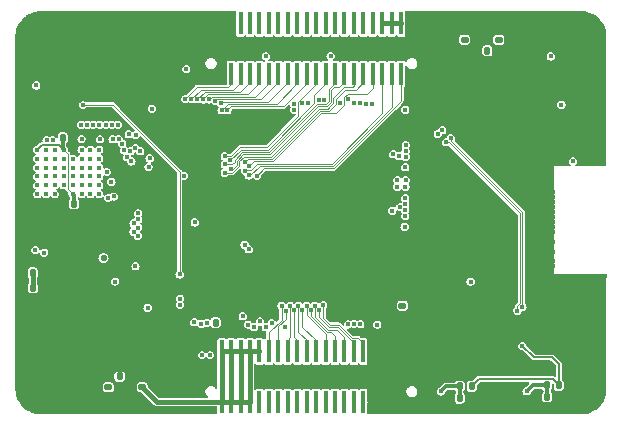
<source format=gbr>
%TF.GenerationSoftware,KiCad,Pcbnew,(6.0.4)*%
%TF.CreationDate,2023-02-01T13:33:48+08:00*%
%TF.ProjectId,Core_M4,436f7265-5f4d-4342-9e6b-696361645f70,rev?*%
%TF.SameCoordinates,Original*%
%TF.FileFunction,Copper,L6,Bot*%
%TF.FilePolarity,Positive*%
%FSLAX46Y46*%
G04 Gerber Fmt 4.6, Leading zero omitted, Abs format (unit mm)*
G04 Created by KiCad (PCBNEW (6.0.4)) date 2023-02-01 13:33:48*
%MOMM*%
%LPD*%
G01*
G04 APERTURE LIST*
G04 Aperture macros list*
%AMRoundRect*
0 Rectangle with rounded corners*
0 $1 Rounding radius*
0 $2 $3 $4 $5 $6 $7 $8 $9 X,Y pos of 4 corners*
0 Add a 4 corners polygon primitive as box body*
4,1,4,$2,$3,$4,$5,$6,$7,$8,$9,$2,$3,0*
0 Add four circle primitives for the rounded corners*
1,1,$1+$1,$2,$3*
1,1,$1+$1,$4,$5*
1,1,$1+$1,$6,$7*
1,1,$1+$1,$8,$9*
0 Add four rect primitives between the rounded corners*
20,1,$1+$1,$2,$3,$4,$5,0*
20,1,$1+$1,$4,$5,$6,$7,0*
20,1,$1+$1,$6,$7,$8,$9,0*
20,1,$1+$1,$8,$9,$2,$3,0*%
G04 Aperture macros list end*
%TA.AperFunction,SMDPad,CuDef*%
%ADD10RoundRect,0.140000X-0.140000X-0.170000X0.140000X-0.170000X0.140000X0.170000X-0.140000X0.170000X0*%
%TD*%
%TA.AperFunction,SMDPad,CuDef*%
%ADD11RoundRect,0.140000X0.170000X-0.140000X0.170000X0.140000X-0.170000X0.140000X-0.170000X-0.140000X0*%
%TD*%
%TA.AperFunction,SMDPad,CuDef*%
%ADD12RoundRect,0.135000X0.135000X0.185000X-0.135000X0.185000X-0.135000X-0.185000X0.135000X-0.185000X0*%
%TD*%
%TA.AperFunction,SMDPad,CuDef*%
%ADD13RoundRect,0.135000X-0.135000X-0.185000X0.135000X-0.185000X0.135000X0.185000X-0.135000X0.185000X0*%
%TD*%
%TA.AperFunction,SMDPad,CuDef*%
%ADD14RoundRect,0.140000X-0.170000X0.140000X-0.170000X-0.140000X0.170000X-0.140000X0.170000X0.140000X0*%
%TD*%
%TA.AperFunction,SMDPad,CuDef*%
%ADD15RoundRect,0.140000X0.140000X0.170000X-0.140000X0.170000X-0.140000X-0.170000X0.140000X-0.170000X0*%
%TD*%
%TA.AperFunction,SMDPad,CuDef*%
%ADD16R,0.400000X1.945000*%
%TD*%
%TA.AperFunction,ViaPad*%
%ADD17C,0.400000*%
%TD*%
%TA.AperFunction,ViaPad*%
%ADD18C,0.550000*%
%TD*%
%TA.AperFunction,Conductor*%
%ADD19C,0.200000*%
%TD*%
%TA.AperFunction,Conductor*%
%ADD20C,0.300000*%
%TD*%
%TA.AperFunction,Conductor*%
%ADD21C,0.400000*%
%TD*%
%TA.AperFunction,Conductor*%
%ADD22C,0.100000*%
%TD*%
G04 APERTURE END LIST*
D10*
%TO.P,C29,1*%
%TO.N,+3V3*%
X37260000Y-73520000D03*
%TO.P,C29,2*%
%TO.N,GND*%
X38220000Y-73520000D03*
%TD*%
D11*
%TO.P,C9,1*%
%TO.N,+3V3*%
X43670000Y-83210000D03*
%TO.P,C9,2*%
%TO.N,GND*%
X43670000Y-82250000D03*
%TD*%
D10*
%TO.P,C24,1*%
%TO.N,/NRST*%
X80820000Y-84030000D03*
%TO.P,C24,2*%
%TO.N,GND*%
X81780000Y-84030000D03*
%TD*%
D12*
%TO.P,R4,1*%
%TO.N,+3V3*%
X81810000Y-83030000D03*
%TO.P,R4,2*%
%TO.N,/NRST*%
X80790000Y-83030000D03*
%TD*%
D13*
%TO.P,R3,1*%
%TO.N,/PA0*%
X73410000Y-83110000D03*
%TO.P,R3,2*%
%TO.N,+3V3*%
X74430000Y-83110000D03*
%TD*%
D10*
%TO.P,C27,1*%
%TO.N,+3V3*%
X39800000Y-62090000D03*
%TO.P,C27,2*%
%TO.N,GND*%
X40760000Y-62090000D03*
%TD*%
D14*
%TO.P,C17,1*%
%TO.N,+3V3*%
X68570000Y-76290000D03*
%TO.P,C17,2*%
%TO.N,GND*%
X68570000Y-77250000D03*
%TD*%
D15*
%TO.P,C26,1*%
%TO.N,+3V3*%
X40760000Y-67660000D03*
%TO.P,C26,2*%
%TO.N,GND*%
X39800000Y-67660000D03*
%TD*%
D10*
%TO.P,C31,1*%
%TO.N,+3V3*%
X37260000Y-74800000D03*
%TO.P,C31,2*%
%TO.N,GND*%
X38220000Y-74800000D03*
%TD*%
D11*
%TO.P,C2,1*%
%TO.N,+5V*%
X46540000Y-83200000D03*
%TO.P,C2,2*%
%TO.N,GND*%
X46540000Y-82240000D03*
%TD*%
D16*
%TO.P,CN2,1,1*%
%TO.N,/PB9*%
X68460000Y-56688000D03*
%TO.P,CN2,2,2*%
%TO.N,+5V*%
X68460000Y-52394000D03*
%TO.P,CN2,3,3*%
%TO.N,/PB8*%
X67660000Y-56688000D03*
%TO.P,CN2,4,4*%
%TO.N,+5V*%
X67660000Y-52394000D03*
%TO.P,CN2,5,5*%
%TO.N,/PB7*%
X66860000Y-56688000D03*
%TO.P,CN2,6,6*%
%TO.N,+5V*%
X66860000Y-52394000D03*
%TO.P,CN2,7,7*%
%TO.N,/PB6*%
X66060000Y-56688000D03*
%TO.P,CN2,8,8*%
%TO.N,/PB14*%
X66060000Y-52394000D03*
%TO.P,CN2,9,9*%
%TO.N,/PB5*%
X65260000Y-56688000D03*
%TO.P,CN2,10,10*%
%TO.N,/PB15*%
X65260000Y-52394000D03*
%TO.P,CN2,11,11*%
%TO.N,/PB4*%
X64460000Y-56688000D03*
%TO.P,CN2,12,12*%
%TO.N,/PG6*%
X64460000Y-52394000D03*
%TO.P,CN2,13,13*%
%TO.N,/PB3*%
X63660000Y-56688000D03*
%TO.P,CN2,14,14*%
%TO.N,/PG7*%
X63660000Y-52394000D03*
%TO.P,CN2,15,15*%
%TO.N,/PG14*%
X62860000Y-56688000D03*
%TO.P,CN2,16,16*%
%TO.N,/PG8*%
X62860000Y-52394000D03*
%TO.P,CN2,17,17*%
%TO.N,/PG13*%
X62060000Y-56688000D03*
%TO.P,CN2,18,18*%
%TO.N,/PC6*%
X62060000Y-52394000D03*
%TO.P,CN2,19,19*%
%TO.N,/PG12*%
X61260000Y-56688000D03*
%TO.P,CN2,20,20*%
%TO.N,/PC7*%
X61260000Y-52394000D03*
%TO.P,CN2,21,21*%
%TO.N,/PG11*%
X60460000Y-56688000D03*
%TO.P,CN2,22,22*%
%TO.N,/PC8*%
X60460000Y-52394000D03*
%TO.P,CN2,23,23*%
%TO.N,/PG10*%
X59660000Y-56688000D03*
%TO.P,CN2,24,24*%
%TO.N,/PC9*%
X59660000Y-52394000D03*
%TO.P,CN2,25,25*%
%TO.N,/PG9*%
X58860000Y-56688000D03*
%TO.P,CN2,26,26*%
%TO.N,/PA8*%
X58860000Y-52394000D03*
%TO.P,CN2,27,27*%
%TO.N,/PD6*%
X58060000Y-56688000D03*
%TO.P,CN2,28,28*%
%TO.N,/PA9*%
X58060000Y-52394000D03*
%TO.P,CN2,29,29*%
%TO.N,/PD3*%
X57260000Y-56688000D03*
%TO.P,CN2,30,30*%
%TO.N,/PA10*%
X57260000Y-52392000D03*
%TO.P,CN2,31,31*%
%TO.N,/PC11*%
X56460000Y-56688000D03*
%TO.P,CN2,32,32*%
%TO.N,/D-*%
X56460000Y-52392000D03*
%TO.P,CN2,33,33*%
%TO.N,/PC10*%
X55660000Y-56688000D03*
%TO.P,CN2,34,34*%
%TO.N,/D+*%
X55660000Y-52392000D03*
%TO.P,CN2,35,35*%
%TO.N,/PA15*%
X54860000Y-56688000D03*
%TO.P,CN2,36,36*%
%TO.N,/PA13*%
X54860000Y-52392000D03*
%TO.P,CN2,37,37*%
%TO.N,/PA14*%
X54060000Y-56688000D03*
%TO.P,CN2,38,38*%
%TO.N,GND*%
X54060000Y-52392000D03*
%TO.P,CN2,39,39*%
X53260000Y-56688000D03*
%TO.P,CN2,40,40*%
X53260000Y-52392000D03*
%TD*%
D10*
%TO.P,C10,1*%
%TO.N,Net-(C10-Pad1)*%
X44620000Y-82280000D03*
%TO.P,C10,2*%
%TO.N,GND*%
X45580000Y-82280000D03*
%TD*%
%TO.P,C13,1*%
%TO.N,+3V3*%
X52770000Y-77720000D03*
%TO.P,C13,2*%
%TO.N,GND*%
X53730000Y-77720000D03*
%TD*%
D16*
%TO.P,CN1,1,1*%
%TO.N,GND*%
X68460000Y-84458000D03*
%TO.P,CN1,2,2*%
X68460000Y-80164000D03*
%TO.P,CN1,3,3*%
X67660000Y-84458000D03*
%TO.P,CN1,4,4*%
X67660000Y-80164000D03*
%TO.P,CN1,5,5*%
X66860000Y-84458000D03*
%TO.P,CN1,6,6*%
X66860000Y-80164000D03*
%TO.P,CN1,7,7*%
X66060000Y-84458000D03*
%TO.P,CN1,8,8*%
X66060000Y-80164000D03*
%TO.P,CN1,9,9*%
%TO.N,/PA2*%
X65260000Y-84458000D03*
%TO.P,CN1,10,10*%
%TO.N,/PA3*%
X65260000Y-80164000D03*
%TO.P,CN1,11,11*%
%TO.N,/PA1*%
X64460000Y-84458000D03*
%TO.P,CN1,12,12*%
%TO.N,/PA4*%
X64460000Y-80164000D03*
%TO.P,CN1,13,13*%
%TO.N,/PC1*%
X63660000Y-84458000D03*
%TO.P,CN1,14,14*%
%TO.N,/PA5*%
X63660000Y-80164000D03*
%TO.P,CN1,15,15*%
%TO.N,/PC0*%
X62860000Y-84458000D03*
%TO.P,CN1,16,16*%
%TO.N,/PA6*%
X62860000Y-80164000D03*
%TO.P,CN1,17,17*%
%TO.N,/NRST*%
X62060000Y-84458000D03*
%TO.P,CN1,18,18*%
%TO.N,/PA7*%
X62060000Y-80164000D03*
%TO.P,CN1,19,19*%
%TO.N,/PF10*%
X61260000Y-84458000D03*
%TO.P,CN1,20,20*%
%TO.N,/PC4*%
X61260000Y-80164000D03*
%TO.P,CN1,21,21*%
%TO.N,/PF9*%
X60460000Y-84458000D03*
%TO.P,CN1,22,22*%
%TO.N,/PC5*%
X60460000Y-80164000D03*
%TO.P,CN1,23,23*%
%TO.N,/PF8*%
X59660000Y-84458000D03*
%TO.P,CN1,24,24*%
%TO.N,/PB0*%
X59660000Y-80164000D03*
%TO.P,CN1,25,25*%
%TO.N,/PF7*%
X58860000Y-84458000D03*
%TO.P,CN1,26,26*%
%TO.N,/PB1*%
X58860000Y-80164000D03*
%TO.P,CN1,27,27*%
%TO.N,/PF6*%
X58060000Y-84458000D03*
%TO.P,CN1,28,28*%
%TO.N,/PB2*%
X58060000Y-80164000D03*
%TO.P,CN1,29,29*%
%TO.N,/PE6*%
X57260000Y-84458000D03*
%TO.P,CN1,30,30*%
%TO.N,/PF11*%
X57260000Y-80162000D03*
%TO.P,CN1,31,31*%
%TO.N,/PE2*%
X56460000Y-84458000D03*
%TO.P,CN1,32,32*%
%TO.N,+5V*%
X56460000Y-80162000D03*
%TO.P,CN1,33,33*%
X55660000Y-84458000D03*
%TO.P,CN1,34,34*%
X55660000Y-80162000D03*
%TO.P,CN1,35,35*%
X54860000Y-84458000D03*
%TO.P,CN1,36,36*%
X54860000Y-80162000D03*
%TO.P,CN1,37,37*%
X54060000Y-84458000D03*
%TO.P,CN1,38,38*%
X54060000Y-80162000D03*
%TO.P,CN1,39,39*%
X53260000Y-84458000D03*
%TO.P,CN1,40,40*%
X53260000Y-80162000D03*
%TD*%
D10*
%TO.P,C25,1*%
%TO.N,/PA0*%
X73430000Y-84120000D03*
%TO.P,C25,2*%
%TO.N,GND*%
X74390000Y-84120000D03*
%TD*%
D15*
%TO.P,C36,1*%
%TO.N,Net-(C36-Pad1)*%
X75755000Y-54700000D03*
%TO.P,C36,2*%
%TO.N,GND*%
X74795000Y-54700000D03*
%TD*%
D14*
%TO.P,C34,1*%
%TO.N,+5V*%
X73830000Y-53770000D03*
%TO.P,C34,2*%
%TO.N,GND*%
X73830000Y-54730000D03*
%TD*%
%TO.P,C35,1*%
%TO.N,+3V3*%
X76720000Y-53770000D03*
%TO.P,C35,2*%
%TO.N,GND*%
X76720000Y-54730000D03*
%TD*%
D17*
%TO.N,+3V3*%
X57010000Y-55170000D03*
D18*
X37260000Y-74820000D03*
D17*
X47000000Y-76480000D03*
X82030000Y-59270000D03*
D18*
X43260000Y-72260000D03*
D17*
X68570000Y-76290000D03*
X83010000Y-64080000D03*
X37650000Y-63100000D03*
X68802384Y-64581884D03*
X65000000Y-77870000D03*
X50990000Y-69240000D03*
X66440000Y-77890000D03*
X68810000Y-59700000D03*
X74340000Y-74250000D03*
D18*
X76720000Y-53770000D03*
D17*
X37570000Y-57640000D03*
X68760000Y-69620000D03*
X81130000Y-55190000D03*
X62480000Y-55190000D03*
X78730000Y-79710000D03*
X58600000Y-78080000D03*
D18*
X37260000Y-73530000D03*
D17*
X50070000Y-65280980D03*
X40650000Y-66850000D03*
X39900000Y-63100000D03*
X52770000Y-77720000D03*
X50270000Y-56260000D03*
D18*
X43660000Y-83210000D03*
D17*
%TO.N,GND*%
X84960000Y-63130000D03*
X81280000Y-67930000D03*
X83442572Y-73790000D03*
X78610000Y-55200000D03*
X37360000Y-80950000D03*
X81280000Y-66670000D03*
X47000000Y-78390000D03*
X74390000Y-76760000D03*
X38220000Y-74800000D03*
X85245144Y-73790000D03*
X82090643Y-73790000D03*
X57640000Y-77210000D03*
X46420000Y-57650000D03*
D18*
X46530000Y-82240000D03*
D17*
X85695793Y-73790000D03*
X81280000Y-70030000D03*
X53730000Y-77710000D03*
X77340000Y-62330000D03*
X40180000Y-57640000D03*
X68772668Y-65117332D03*
X68570000Y-77250000D03*
X81280000Y-68770000D03*
X81640000Y-73790000D03*
X76720000Y-54730000D03*
X71440000Y-60690000D03*
X81280000Y-70870000D03*
X68780000Y-70350500D03*
X81280000Y-72970000D03*
X81280000Y-71710000D03*
X81280000Y-69190000D03*
X61760000Y-81690000D03*
X84343858Y-73790000D03*
X44270000Y-70960000D03*
D18*
X73820000Y-54730000D03*
D17*
X77800000Y-71290000D03*
X81280000Y-67510000D03*
X76040000Y-83570000D03*
X77760000Y-78730000D03*
X65510000Y-77860000D03*
X81280000Y-69610000D03*
X83330000Y-83560000D03*
X81280000Y-67090000D03*
X83893215Y-73790000D03*
X74330000Y-73280000D03*
X40260000Y-72910000D03*
X81280000Y-68350000D03*
X50070000Y-64680000D03*
X50360000Y-69060000D03*
X82541286Y-73790000D03*
X81280000Y-72550000D03*
X40650000Y-63100000D03*
X82991929Y-73790000D03*
X39900000Y-66850000D03*
X57520000Y-55200000D03*
X84794501Y-73790000D03*
X63100000Y-55220000D03*
X47000000Y-75530000D03*
%TO.N,+5V*%
X56460000Y-80162000D03*
D18*
X73830000Y-53770000D03*
X46540000Y-83200000D03*
D17*
X67656000Y-52394000D03*
D18*
%TO.N,Net-(C10-Pad1)*%
X44620000Y-82280000D03*
D17*
%TO.N,/NRST*%
X62060000Y-84458000D03*
X79080000Y-83540000D03*
%TO.N,/FSMC_A19*%
X42150000Y-66100000D03*
X50950000Y-77700000D03*
X43637808Y-67178003D03*
%TO.N,/FSMC_A20*%
X42900000Y-63100000D03*
X44120499Y-67049509D03*
X51530000Y-77820000D03*
%TO.N,/FSMC_A21*%
X40650000Y-65350000D03*
X52023694Y-77744047D03*
%TO.N,/FSMC_A0*%
X45800000Y-69331822D03*
X37650000Y-65350000D03*
X55051747Y-77191489D03*
%TO.N,/FSMC_A1*%
X55500000Y-77890500D03*
X37650000Y-64600000D03*
X45800000Y-70030833D03*
%TO.N,/FSMC_A2*%
X37650000Y-63850000D03*
X56010000Y-78120000D03*
X46166463Y-70380343D03*
%TO.N,/FSMC_A3*%
X38400000Y-65350000D03*
X46193846Y-68982322D03*
X56509276Y-77630724D03*
%TO.N,/FSMC_A4*%
X38400000Y-64600000D03*
X57000000Y-78110000D03*
X46187564Y-69681322D03*
%TO.N,/FSMC_A5*%
X57500000Y-77770000D03*
X39150000Y-65350000D03*
%TO.N,/FSMC_A6*%
X39150000Y-64600000D03*
X67710134Y-68242449D03*
X43920980Y-65814067D03*
%TO.N,/FSMC_A7*%
X68369602Y-67936192D03*
X43560500Y-64970000D03*
X39900000Y-64600000D03*
%TO.N,/FSMC_A8*%
X42900000Y-66100000D03*
X68800000Y-68700000D03*
%TO.N,/FSMC_A9*%
X42900000Y-65350000D03*
X68810000Y-68200000D03*
%TO.N,/FSMC_A10*%
X68810000Y-67700497D03*
X42900000Y-64600000D03*
%TO.N,/FSMC_A11*%
X68810000Y-67200994D03*
X42900000Y-63850000D03*
%TO.N,/FSMC_D4*%
X40650000Y-63850000D03*
X68130000Y-66219503D03*
%TO.N,/FSMC_D5*%
X41399056Y-63850000D03*
X68820000Y-66220000D03*
%TO.N,/FSMC_D6*%
X68831689Y-65670622D03*
X41399067Y-62180981D03*
X41399056Y-63100000D03*
%TO.N,/FSMC_D7*%
X42150000Y-63100000D03*
X68120000Y-65660000D03*
X42960500Y-62201470D03*
%TO.N,/FSMC_D8*%
X68840000Y-63699503D03*
X46363609Y-63221353D03*
X38400000Y-66850000D03*
%TO.N,/FSMC_D9*%
X39150000Y-66850000D03*
X68840000Y-63200000D03*
X45941842Y-62953742D03*
%TO.N,/FSMC_D10*%
X68852484Y-62700653D03*
X45522728Y-63225489D03*
X39150000Y-66100000D03*
%TO.N,/FSMC_D11*%
X39900000Y-66100000D03*
X68292650Y-63646422D03*
X45629544Y-64073112D03*
%TO.N,/FSMC_D12*%
X40650000Y-66100000D03*
X67796014Y-63475011D03*
X45276342Y-63719910D03*
%TO.N,/FSMC_D13*%
X44846461Y-62573185D03*
X41399056Y-66100000D03*
X66024405Y-59200085D03*
%TO.N,/FSMC_D14*%
X41399056Y-66850000D03*
X65500000Y-59190000D03*
X46000000Y-61850500D03*
X45029500Y-63146566D03*
%TO.N,/FSMC_D15*%
X42150000Y-66850000D03*
X44531484Y-62185509D03*
X45398346Y-61781654D03*
X65000931Y-59169205D03*
%TO.N,/FSMC_A16*%
X64501532Y-59159011D03*
X41900497Y-60980000D03*
X40650000Y-64600000D03*
%TO.N,/FSMC_A17*%
X41370000Y-60980000D03*
X39900000Y-65350000D03*
X63980000Y-58809511D03*
%TO.N,/FSMC_A18*%
X42900000Y-66850000D03*
X44475000Y-60985000D03*
X63270000Y-59160000D03*
%TO.N,/FSMC_D0*%
X61969338Y-58847196D03*
X38446001Y-62299971D03*
X38400000Y-63100000D03*
%TO.N,/FSMC_D1*%
X61470000Y-58860000D03*
X38945502Y-62300989D03*
X39150000Y-63850000D03*
%TO.N,/FSMC_A12*%
X42150000Y-65350000D03*
X60576192Y-59167276D03*
X43970000Y-60980000D03*
%TO.N,/FSMC_A13*%
X60076718Y-59172587D03*
X42150000Y-64600000D03*
X43470497Y-60980000D03*
%TO.N,/FSMC_A14*%
X59383721Y-59698792D03*
X41399056Y-65350000D03*
X42400000Y-60980000D03*
%TO.N,/FSMC_A15*%
X41399056Y-64600000D03*
X59370500Y-59191303D03*
X42920000Y-60980000D03*
%TO.N,/FSMC_D2*%
X39150000Y-63100000D03*
%TO.N,/FSMC_D3*%
X39900000Y-63850000D03*
%TO.N,/FSMC_NOE*%
X37650000Y-66100000D03*
%TO.N,/FSMC_NWE*%
X42150000Y-63850000D03*
X47070000Y-64549500D03*
X44032134Y-62197866D03*
%TO.N,/FSMC_NE1*%
X46188350Y-68482850D03*
X38400000Y-63850000D03*
%TO.N,/BOOT0*%
X41530000Y-59300000D03*
X49699125Y-73649125D03*
%TO.N,/FSMC_NBL0*%
X37650000Y-66850000D03*
X49740000Y-75710000D03*
%TO.N,/FSMC_NBL1*%
X49740000Y-76209503D03*
X38400000Y-66100000D03*
%TO.N,/I2C2_SDA*%
X78720000Y-76400000D03*
X72669251Y-62134928D03*
%TO.N,/I2C2_SCL*%
X72290000Y-62460000D03*
X78310000Y-76720000D03*
%TO.N,/SPI2_SCK*%
X37490000Y-71585000D03*
X55200000Y-71120000D03*
%TO.N,/SPI2_NSS*%
X55550000Y-71520000D03*
X44240000Y-74250000D03*
%TO.N,/SPI2_MOSI*%
X38230000Y-71820000D03*
X64470000Y-77830000D03*
%TO.N,/SPI2_MISO*%
X63973553Y-77885161D03*
X45968466Y-72947966D03*
D18*
%TO.N,Net-(C36-Pad1)*%
X75760000Y-54700000D03*
D17*
%TO.N,/UART5_TX*%
X71940000Y-61430000D03*
X47360000Y-59610000D03*
%TO.N,/UART5_RX*%
X71558235Y-61752115D03*
X47170000Y-63810000D03*
%TO.N,/PA0*%
X71830000Y-83560000D03*
%TO.N,/PA13*%
X54860000Y-52392000D03*
%TO.N,/D+*%
X55660000Y-52392000D03*
%TO.N,/D-*%
X56460000Y-52392000D03*
%TO.N,/PA10*%
X57260000Y-52392000D03*
%TO.N,/PA9*%
X58060000Y-52394000D03*
%TO.N,/PA8*%
X58860000Y-52394000D03*
%TO.N,/PC9*%
X59660000Y-52394000D03*
%TO.N,/PC8*%
X60460000Y-52394000D03*
%TO.N,/PC7*%
X61260000Y-52394000D03*
%TO.N,/PC6*%
X62060000Y-52394000D03*
%TO.N,/PG8*%
X62860000Y-52394000D03*
%TO.N,/PG7*%
X63660000Y-52394000D03*
%TO.N,/PG6*%
X64460000Y-52394000D03*
%TO.N,/PB15*%
X65260000Y-52394000D03*
%TO.N,/PB14*%
X66060000Y-52394000D03*
%TO.N,/PA14*%
X50180000Y-58790000D03*
%TO.N,/PA15*%
X50703924Y-58801610D03*
%TO.N,/PC10*%
X51203182Y-58817249D03*
%TO.N,/PC11*%
X51702514Y-58830328D03*
%TO.N,/PD3*%
X52202016Y-58829992D03*
%TO.N,/PD6*%
X52704271Y-58957591D03*
%TO.N,/PG14*%
X53530000Y-64336580D03*
%TO.N,/PG13*%
X54010000Y-63987080D03*
%TO.N,/PG12*%
X53525380Y-63637580D03*
%TO.N,/PG11*%
X53752793Y-59746260D03*
%TO.N,/PG10*%
X53253290Y-59746260D03*
%TO.N,/PG9*%
X53203774Y-59157111D03*
%TO.N,/PB3*%
X54023133Y-64686091D03*
%TO.N,/PB4*%
X53530000Y-65035591D03*
%TO.N,/PB5*%
X55221170Y-64116670D03*
%TO.N,/PB6*%
X55571141Y-64473072D03*
%TO.N,/PB7*%
X55233892Y-64880380D03*
%TO.N,/PB8*%
X55556149Y-65262025D03*
%TO.N,/PB9*%
X56260000Y-65280000D03*
%TO.N,/PE6*%
X57260000Y-84458000D03*
X52280000Y-80470000D03*
%TO.N,/PF6*%
X58060000Y-84458000D03*
%TO.N,/PF7*%
X58860000Y-84458000D03*
%TO.N,/PF8*%
X59660000Y-84458000D03*
%TO.N,/PF9*%
X60460000Y-84458000D03*
%TO.N,/PF10*%
X61260000Y-84458000D03*
%TO.N,/PC1*%
X63660000Y-84458000D03*
%TO.N,/PC0*%
X62860000Y-84458000D03*
%TO.N,/PA2*%
X65260000Y-84458000D03*
%TO.N,/PA1*%
X64460000Y-84458000D03*
%TO.N,/PA3*%
X61860806Y-76253462D03*
%TO.N,/PA4*%
X61507844Y-76659113D03*
%TO.N,/PA5*%
X61158344Y-76300000D03*
%TO.N,/PA6*%
X60808844Y-76658094D03*
%TO.N,/PA7*%
X60459344Y-76294334D03*
%TO.N,/PC4*%
X60104113Y-76645495D03*
%TO.N,/PC5*%
X59753219Y-76290000D03*
%TO.N,/PB0*%
X59403719Y-76674705D03*
%TO.N,/PB1*%
X59054219Y-76302213D03*
%TO.N,/PB2*%
X58704719Y-76703669D03*
%TO.N,/PF11*%
X58340000Y-76290000D03*
%TO.N,/PE2*%
X56460000Y-84458000D03*
X51600000Y-80470000D03*
%TD*%
D19*
%TO.N,+3V3*%
X78730000Y-79710000D02*
X79700000Y-80680000D01*
D20*
X39800000Y-63000000D02*
X39900000Y-63100000D01*
D19*
X75029520Y-82510480D02*
X74430000Y-83110000D01*
X79700000Y-80680000D02*
X81230000Y-80680000D01*
X81810000Y-81260000D02*
X81810000Y-83030000D01*
X39500489Y-62700489D02*
X39900000Y-63100000D01*
X81290480Y-82510480D02*
X75029520Y-82510480D01*
D20*
X39800000Y-62090000D02*
X39800000Y-63000000D01*
D21*
X37260000Y-73520000D02*
X37260000Y-74800000D01*
D19*
X81810000Y-83030000D02*
X81290480Y-82510480D01*
X81230000Y-80680000D02*
X81810000Y-81260000D01*
D22*
X40249511Y-66449511D02*
X40249511Y-63449511D01*
D20*
X40760000Y-67660000D02*
X40760000Y-66960000D01*
D22*
X40650000Y-66850000D02*
X40249511Y-66449511D01*
X40249511Y-63449511D02*
X39900000Y-63100000D01*
D19*
X38049511Y-62700489D02*
X39500489Y-62700489D01*
X37650000Y-63100000D02*
X38049511Y-62700489D01*
D20*
X40760000Y-66960000D02*
X40650000Y-66850000D01*
D21*
%TO.N,GND*%
X74795000Y-54700000D02*
X75404520Y-55309520D01*
D20*
X74390000Y-84120000D02*
X75490000Y-84120000D01*
X81780000Y-84030000D02*
X82860000Y-84030000D01*
D21*
X68460000Y-80164000D02*
X68460000Y-84458000D01*
X76140480Y-55309520D02*
X76720000Y-54730000D01*
D20*
X39800000Y-66950000D02*
X39900000Y-66850000D01*
D21*
X46500000Y-82280000D02*
X46540000Y-82240000D01*
D20*
X40760000Y-62990000D02*
X40650000Y-63100000D01*
D21*
X53260000Y-52392000D02*
X54060000Y-52392000D01*
D20*
X75490000Y-84120000D02*
X76040000Y-83570000D01*
D21*
X74765000Y-54730000D02*
X74795000Y-54700000D01*
X75404520Y-55309520D02*
X76140480Y-55309520D01*
X66860000Y-80164000D02*
X66860000Y-84458000D01*
D20*
X39800000Y-67660000D02*
X39800000Y-66950000D01*
D21*
X66060000Y-84458000D02*
X68460000Y-84458000D01*
X45970480Y-81670480D02*
X46540000Y-82240000D01*
X66060000Y-80164000D02*
X66060000Y-84458000D01*
X67660000Y-80164000D02*
X67660000Y-84458000D01*
X73830000Y-54730000D02*
X74765000Y-54730000D01*
X38220000Y-73520000D02*
X38220000Y-74800000D01*
X45580000Y-82280000D02*
X46500000Y-82280000D01*
D20*
X82860000Y-84030000D02*
X83330000Y-83560000D01*
D21*
X66060000Y-80164000D02*
X68460000Y-80164000D01*
D20*
X40760000Y-62090000D02*
X40760000Y-62990000D01*
D21*
X44249520Y-81670480D02*
X45970480Y-81670480D01*
X43670000Y-82250000D02*
X44249520Y-81670480D01*
%TO.N,+5V*%
X54060000Y-80162000D02*
X54060000Y-84458000D01*
X47798000Y-84458000D02*
X53260000Y-84458000D01*
X46540000Y-83200000D02*
X47798000Y-84458000D01*
X53260000Y-80162000D02*
X53260000Y-84458000D01*
X67656000Y-52394000D02*
X68460000Y-52394000D01*
X55660000Y-80162000D02*
X55660000Y-84458000D01*
X54860000Y-80162000D02*
X54860000Y-84458000D01*
X55660000Y-84458000D02*
X53260000Y-84458000D01*
X66860000Y-52394000D02*
X67656000Y-52394000D01*
X53260000Y-80162000D02*
X56460000Y-80162000D01*
D20*
%TO.N,/NRST*%
X80820000Y-83060000D02*
X80790000Y-83030000D01*
X79590000Y-83030000D02*
X79080000Y-83540000D01*
X80790000Y-83030000D02*
X79590000Y-83030000D01*
X80820000Y-84030000D02*
X80820000Y-83060000D01*
D22*
%TO.N,/BOOT0*%
X44040000Y-59280000D02*
X49699125Y-64939125D01*
X41550000Y-59280000D02*
X44040000Y-59280000D01*
X41530000Y-59300000D02*
X41550000Y-59280000D01*
X49699125Y-64939125D02*
X49699125Y-73649125D01*
%TO.N,/I2C2_SDA*%
X78720000Y-68386847D02*
X78720000Y-76400000D01*
X72669251Y-62134928D02*
X72669251Y-62336098D01*
X72669251Y-62336098D02*
X78720000Y-68386847D01*
%TO.N,/I2C2_SCL*%
X72510989Y-62460000D02*
X78520480Y-68469491D01*
X78310000Y-76315716D02*
X78310000Y-76720000D01*
X72290000Y-62460000D02*
X72510989Y-62460000D01*
X78520480Y-68469491D02*
X78520480Y-76105236D01*
X78520480Y-76105236D02*
X78310000Y-76315716D01*
D20*
%TO.N,/PA0*%
X72280000Y-83110000D02*
X73410000Y-83110000D01*
X73430000Y-84120000D02*
X73430000Y-83130000D01*
X73430000Y-83130000D02*
X73410000Y-83110000D01*
X71830000Y-83560000D02*
X72280000Y-83110000D01*
D22*
%TO.N,/PA14*%
X52900477Y-57800000D02*
X52910488Y-57810011D01*
X50180000Y-58790000D02*
X51170000Y-57800000D01*
X52910488Y-57810011D02*
X53789989Y-57810011D01*
X51170000Y-57800000D02*
X52900477Y-57800000D01*
X53789989Y-57810011D02*
X54060000Y-57540000D01*
X54060000Y-57540000D02*
X54060000Y-56688000D01*
%TO.N,/PA15*%
X54209991Y-58009531D02*
X54860000Y-57359522D01*
X51506014Y-57999520D02*
X52817834Y-57999520D01*
X50703924Y-58801610D02*
X51506014Y-57999520D01*
X54860000Y-57359522D02*
X54860000Y-56688000D01*
X52817834Y-57999520D02*
X52827846Y-58009531D01*
X52827846Y-58009531D02*
X54209991Y-58009531D01*
%TO.N,/PC10*%
X51821391Y-58199040D02*
X52735192Y-58199040D01*
X52735192Y-58199040D02*
X52745203Y-58209051D01*
X54810471Y-58209051D02*
X55660000Y-57359522D01*
X55660000Y-57359522D02*
X55660000Y-56688000D01*
X52745203Y-58209051D02*
X54810471Y-58209051D01*
X51203182Y-58817249D02*
X51821391Y-58199040D01*
%TO.N,/PC11*%
X55511929Y-58408571D02*
X56460000Y-57460500D01*
X51702514Y-58830328D02*
X52134282Y-58398560D01*
X52134282Y-58398560D02*
X52652548Y-58398560D01*
X52662560Y-58408571D02*
X55511929Y-58408571D01*
X56460000Y-57460500D02*
X56460000Y-56688000D01*
X52652548Y-58398560D02*
X52662560Y-58408571D01*
%TO.N,/PD3*%
X56112409Y-58608091D02*
X57260000Y-57460500D01*
X57260000Y-57460500D02*
X57260000Y-56688000D01*
X52202016Y-58829992D02*
X52423917Y-58608091D01*
X52423917Y-58608091D02*
X56112409Y-58608091D01*
%TO.N,/PD6*%
X52854251Y-58807611D02*
X56611911Y-58807611D01*
X58060000Y-57359522D02*
X58060000Y-56688000D01*
X52704271Y-58957591D02*
X52854251Y-58807611D01*
X56611911Y-58807611D02*
X58060000Y-57359522D01*
%TO.N,/PG14*%
X54154784Y-64336580D02*
X54359511Y-64131853D01*
X57240876Y-63279040D02*
X61317816Y-59202100D01*
X61317816Y-59202100D02*
X61325227Y-59209511D01*
X55000204Y-63279040D02*
X57240876Y-63279040D01*
X53530000Y-64336580D02*
X54154784Y-64336580D01*
X62101307Y-59209511D02*
X62318849Y-58991969D01*
X62860000Y-57430000D02*
X62860000Y-56688000D01*
X54359511Y-63919733D02*
X55000204Y-63279040D01*
X62318849Y-57971151D02*
X62860000Y-57430000D01*
X61325227Y-59209511D02*
X62101307Y-59209511D01*
X62318849Y-58991969D02*
X62318849Y-57971151D01*
X54359511Y-64131853D02*
X54359511Y-63919733D01*
%TO.N,/PG13*%
X61120000Y-58420000D02*
X62060000Y-57480000D01*
X54010000Y-63987080D02*
X54917560Y-63079520D01*
X61120000Y-59117752D02*
X61120000Y-58420000D01*
X54917560Y-63079520D02*
X57158232Y-63079520D01*
X57158232Y-63079520D02*
X61120000Y-59117752D01*
X62060000Y-57480000D02*
X62060000Y-56688000D01*
%TO.N,/PG12*%
X59733232Y-59554019D02*
X59727207Y-59547994D01*
X57075588Y-62880000D02*
X59733232Y-60222356D01*
X54834916Y-62880000D02*
X57075588Y-62880000D01*
X54077336Y-63637580D02*
X54834916Y-62880000D01*
X59727207Y-59547994D02*
X59727207Y-59027814D01*
X61260000Y-57495021D02*
X61260000Y-56688000D01*
X59727207Y-59027814D02*
X61260000Y-57495021D01*
X53525380Y-63637580D02*
X54077336Y-63637580D01*
X59733232Y-60222356D02*
X59733232Y-59554019D01*
%TO.N,/PG11*%
X60460000Y-57460500D02*
X60460000Y-56688000D01*
X54092882Y-59406171D02*
X58514329Y-59406171D01*
X53752793Y-59746260D02*
X54092882Y-59406171D01*
X58514329Y-59406171D02*
X60460000Y-57460500D01*
%TO.N,/PG10*%
X53253290Y-59746260D02*
X53792899Y-59206651D01*
X53792899Y-59206651D02*
X57913849Y-59206651D01*
X57913849Y-59206651D02*
X59660000Y-57460500D01*
X59660000Y-57460500D02*
X59660000Y-56688000D01*
%TO.N,/PG9*%
X58860000Y-57359522D02*
X58860000Y-56688000D01*
X57212391Y-59007131D02*
X58860000Y-57359522D01*
X53203774Y-59157111D02*
X53353754Y-59007131D01*
X53353754Y-59007131D02*
X57212391Y-59007131D01*
%TO.N,/PB3*%
X62518369Y-58053795D02*
X62762153Y-57810011D01*
X57323521Y-63478559D02*
X61393049Y-59409031D01*
X63660000Y-57359522D02*
X63660000Y-56688000D01*
X63209511Y-57810011D02*
X63660000Y-57359522D01*
X54235253Y-64686091D02*
X54559030Y-64362314D01*
X62762153Y-57810011D02*
X63209511Y-57810011D01*
X54023133Y-64686091D02*
X54235253Y-64686091D01*
X62183952Y-59409030D02*
X62518369Y-59074612D01*
X55082848Y-63478560D02*
X57323521Y-63478559D01*
X62518369Y-59074612D02*
X62518369Y-58053795D01*
X54559030Y-64002378D02*
X55082848Y-63478560D01*
X61393049Y-59409031D02*
X62183952Y-59409030D01*
X54559030Y-64362314D02*
X54559030Y-64002378D01*
%TO.N,/PB4*%
X62717889Y-58729947D02*
X63637825Y-57810011D01*
X55165492Y-63678080D02*
X57406166Y-63678078D01*
X62383472Y-59491673D02*
X62717889Y-59157255D01*
X54758550Y-64085022D02*
X55165492Y-63678080D01*
X64460000Y-57660000D02*
X64460000Y-56688000D01*
X62266597Y-59608550D02*
X62383472Y-59491673D01*
X62717889Y-59157255D02*
X62717889Y-58729947D01*
X57406166Y-63678078D02*
X61475693Y-59608551D01*
X63637825Y-57810011D02*
X64309989Y-57810011D01*
X64309989Y-57810011D02*
X64460000Y-57660000D01*
X53530000Y-65035591D02*
X54167917Y-65035591D01*
X61475693Y-59608551D02*
X62266597Y-59608550D01*
X54758550Y-64444958D02*
X54758550Y-64085022D01*
X54167917Y-65035591D02*
X54758550Y-64444958D01*
%TO.N,/PB5*%
X62917409Y-59239898D02*
X62917409Y-58812591D01*
X57488811Y-63877597D02*
X61558339Y-59808069D01*
X55460240Y-63877600D02*
X57488811Y-63877597D01*
X63720470Y-58009530D02*
X64609992Y-58009530D01*
X55221170Y-64116670D02*
X55460240Y-63877600D01*
X62917409Y-58812591D02*
X63720470Y-58009530D01*
X64609992Y-58009530D02*
X65260000Y-57359522D01*
X62349238Y-59808069D02*
X62917409Y-59239898D01*
X61558339Y-59808069D02*
X62349238Y-59808069D01*
X65260000Y-57359522D02*
X65260000Y-56688000D01*
%TO.N,/PB6*%
X66060000Y-57880000D02*
X66060000Y-56688000D01*
X63630489Y-59293795D02*
X63630489Y-58664738D01*
X62916695Y-60007589D02*
X63630489Y-59293795D01*
X65580000Y-58360000D02*
X66060000Y-57880000D01*
X61640983Y-60007589D02*
X62916695Y-60007589D01*
X55967093Y-64077120D02*
X57571452Y-64077120D01*
X63935227Y-58360000D02*
X65580000Y-58360000D01*
X55571141Y-64473072D02*
X55967093Y-64077120D01*
X63630489Y-58664738D02*
X63935227Y-58360000D01*
X57571452Y-64077120D02*
X61640983Y-60007589D01*
%TO.N,/PB7*%
X55284272Y-64830000D02*
X55708497Y-64830000D01*
X56261857Y-64276640D02*
X62573360Y-64276640D01*
X62573360Y-64276640D02*
X66860000Y-59990000D01*
X66860000Y-59990000D02*
X66860000Y-56688000D01*
X55708497Y-64830000D02*
X56261857Y-64276640D01*
X55233892Y-64880380D02*
X55284272Y-64830000D01*
%TO.N,/PB8*%
X55694135Y-65262025D02*
X56480000Y-64476160D01*
X67660000Y-59472164D02*
X67660000Y-56688000D01*
X55556149Y-65262025D02*
X55694135Y-65262025D01*
X62656005Y-64476159D02*
X67660000Y-59472164D01*
X56480000Y-64476160D02*
X62656005Y-64476159D01*
%TO.N,/PB9*%
X56260000Y-65280000D02*
X56864320Y-64675680D01*
X56864320Y-64675680D02*
X62738647Y-64675680D01*
X68460000Y-58954327D02*
X68460000Y-56688000D01*
X62738647Y-64675680D02*
X68460000Y-58954327D01*
%TO.N,/PA3*%
X65260000Y-79492478D02*
X65260000Y-80164000D01*
X64809511Y-79041989D02*
X65260000Y-79492478D01*
X61860806Y-76253462D02*
X61860806Y-77364314D01*
X61860806Y-77364314D02*
X62409808Y-77913316D01*
X63163003Y-77913317D02*
X64291675Y-79041989D01*
X62409808Y-77913316D02*
X63163003Y-77913317D01*
X64291675Y-79041989D02*
X64809511Y-79041989D01*
%TO.N,/PA4*%
X63080358Y-78112836D02*
X64460000Y-79492478D01*
X64460000Y-79492478D02*
X64460000Y-80164000D01*
X61507844Y-76659113D02*
X61507844Y-77293516D01*
X62327164Y-78112836D02*
X63080358Y-78112836D01*
X61507844Y-77293516D02*
X62327164Y-78112836D01*
%TO.N,/PA5*%
X61158344Y-76300000D02*
X61158344Y-77226180D01*
X63660000Y-78974642D02*
X63660000Y-80164000D01*
X62244521Y-78312356D02*
X62997714Y-78312356D01*
X61158344Y-77226180D02*
X62244521Y-78312356D01*
X62997714Y-78312356D02*
X63660000Y-78974642D01*
%TO.N,/PA6*%
X62161878Y-78511876D02*
X62481876Y-78511876D01*
X60808844Y-76658094D02*
X60808844Y-77158842D01*
X62860000Y-78890000D02*
X62860000Y-80164000D01*
X60808844Y-77158842D02*
X62161878Y-78511876D01*
X62481876Y-78511876D02*
X62860000Y-78890000D01*
%TO.N,/PA7*%
X62060000Y-78692163D02*
X62060000Y-80164000D01*
X60459344Y-76294334D02*
X60459344Y-77091507D01*
X60459344Y-77091507D02*
X62060000Y-78692163D01*
%TO.N,/PC4*%
X61260000Y-79230000D02*
X61260000Y-80164000D01*
X60104113Y-76645495D02*
X60104113Y-78074113D01*
X60104113Y-78074113D02*
X61260000Y-79230000D01*
%TO.N,/PC5*%
X59753219Y-76290000D02*
X59753219Y-78483219D01*
X59753219Y-78483219D02*
X60460000Y-79190000D01*
X60460000Y-79190000D02*
X60460000Y-80164000D01*
%TO.N,/PB0*%
X59660000Y-79180000D02*
X59660000Y-80164000D01*
X59403719Y-78923719D02*
X59660000Y-79180000D01*
X59403719Y-76674705D02*
X59403719Y-78923719D01*
%TO.N,/PB1*%
X58860000Y-79170000D02*
X58860000Y-80164000D01*
X59054219Y-76302213D02*
X59054219Y-78975781D01*
X59054219Y-78975781D02*
X58860000Y-79170000D01*
%TO.N,/PB2*%
X58704719Y-77397445D02*
X58060000Y-78042164D01*
X58704719Y-76703669D02*
X58704719Y-77397445D01*
X58060000Y-78042164D02*
X58060000Y-80164000D01*
%TO.N,/PF11*%
X58340000Y-77480000D02*
X57260000Y-78560000D01*
X58340000Y-76290000D02*
X58340000Y-77480000D01*
X57260000Y-78560000D02*
X57260000Y-80162000D01*
%TD*%
%TA.AperFunction,Conductor*%
%TO.N,GND*%
G36*
X54483066Y-51357813D02*
G01*
X54508376Y-51401650D01*
X54509500Y-51414500D01*
X54509500Y-52358592D01*
X54508589Y-52370166D01*
X54505131Y-52392000D01*
X54507387Y-52406240D01*
X54508589Y-52413831D01*
X54509500Y-52425408D01*
X54509500Y-53379320D01*
X54510210Y-53382889D01*
X54510210Y-53382890D01*
X54514317Y-53403534D01*
X54518233Y-53423222D01*
X54551496Y-53473004D01*
X54601278Y-53506267D01*
X54608424Y-53507688D01*
X54608425Y-53507689D01*
X54641610Y-53514290D01*
X54641611Y-53514290D01*
X54645180Y-53515000D01*
X55074820Y-53515000D01*
X55078389Y-53514290D01*
X55078390Y-53514290D01*
X55111575Y-53507689D01*
X55111576Y-53507688D01*
X55118722Y-53506267D01*
X55168504Y-53473004D01*
X55198471Y-53428155D01*
X55239292Y-53398223D01*
X55289803Y-53401534D01*
X55321529Y-53428155D01*
X55351496Y-53473004D01*
X55401278Y-53506267D01*
X55408424Y-53507688D01*
X55408425Y-53507689D01*
X55441610Y-53514290D01*
X55441611Y-53514290D01*
X55445180Y-53515000D01*
X55874820Y-53515000D01*
X55878389Y-53514290D01*
X55878390Y-53514290D01*
X55911575Y-53507689D01*
X55911576Y-53507688D01*
X55918722Y-53506267D01*
X55968504Y-53473004D01*
X55998471Y-53428155D01*
X56039292Y-53398223D01*
X56089803Y-53401534D01*
X56121529Y-53428155D01*
X56151496Y-53473004D01*
X56201278Y-53506267D01*
X56208424Y-53507688D01*
X56208425Y-53507689D01*
X56241610Y-53514290D01*
X56241611Y-53514290D01*
X56245180Y-53515000D01*
X56674820Y-53515000D01*
X56678389Y-53514290D01*
X56678390Y-53514290D01*
X56711575Y-53507689D01*
X56711576Y-53507688D01*
X56718722Y-53506267D01*
X56768504Y-53473004D01*
X56798471Y-53428155D01*
X56839292Y-53398223D01*
X56889803Y-53401534D01*
X56921529Y-53428155D01*
X56951496Y-53473004D01*
X57001278Y-53506267D01*
X57008424Y-53507688D01*
X57008425Y-53507689D01*
X57041610Y-53514290D01*
X57041611Y-53514290D01*
X57045180Y-53515000D01*
X57474820Y-53515000D01*
X57478389Y-53514290D01*
X57478390Y-53514290D01*
X57511575Y-53507689D01*
X57511576Y-53507688D01*
X57518722Y-53506267D01*
X57568504Y-53473004D01*
X57597802Y-53429155D01*
X57638625Y-53399223D01*
X57689135Y-53402534D01*
X57720861Y-53429155D01*
X57751496Y-53475004D01*
X57801278Y-53508267D01*
X57808424Y-53509688D01*
X57808425Y-53509689D01*
X57841610Y-53516290D01*
X57841611Y-53516290D01*
X57845180Y-53517000D01*
X58274820Y-53517000D01*
X58278389Y-53516290D01*
X58278390Y-53516290D01*
X58311575Y-53509689D01*
X58311576Y-53509688D01*
X58318722Y-53508267D01*
X58368504Y-53475004D01*
X58398471Y-53430155D01*
X58439292Y-53400223D01*
X58489803Y-53403534D01*
X58521529Y-53430155D01*
X58551496Y-53475004D01*
X58601278Y-53508267D01*
X58608424Y-53509688D01*
X58608425Y-53509689D01*
X58641610Y-53516290D01*
X58641611Y-53516290D01*
X58645180Y-53517000D01*
X59074820Y-53517000D01*
X59078389Y-53516290D01*
X59078390Y-53516290D01*
X59111575Y-53509689D01*
X59111576Y-53509688D01*
X59118722Y-53508267D01*
X59168504Y-53475004D01*
X59198471Y-53430155D01*
X59239292Y-53400223D01*
X59289803Y-53403534D01*
X59321529Y-53430155D01*
X59351496Y-53475004D01*
X59401278Y-53508267D01*
X59408424Y-53509688D01*
X59408425Y-53509689D01*
X59441610Y-53516290D01*
X59441611Y-53516290D01*
X59445180Y-53517000D01*
X59874820Y-53517000D01*
X59878389Y-53516290D01*
X59878390Y-53516290D01*
X59911575Y-53509689D01*
X59911576Y-53509688D01*
X59918722Y-53508267D01*
X59968504Y-53475004D01*
X59998471Y-53430155D01*
X60039292Y-53400223D01*
X60089803Y-53403534D01*
X60121529Y-53430155D01*
X60151496Y-53475004D01*
X60201278Y-53508267D01*
X60208424Y-53509688D01*
X60208425Y-53509689D01*
X60241610Y-53516290D01*
X60241611Y-53516290D01*
X60245180Y-53517000D01*
X60674820Y-53517000D01*
X60678389Y-53516290D01*
X60678390Y-53516290D01*
X60711575Y-53509689D01*
X60711576Y-53509688D01*
X60718722Y-53508267D01*
X60768504Y-53475004D01*
X60798471Y-53430155D01*
X60839292Y-53400223D01*
X60889803Y-53403534D01*
X60921529Y-53430155D01*
X60951496Y-53475004D01*
X61001278Y-53508267D01*
X61008424Y-53509688D01*
X61008425Y-53509689D01*
X61041610Y-53516290D01*
X61041611Y-53516290D01*
X61045180Y-53517000D01*
X61474820Y-53517000D01*
X61478389Y-53516290D01*
X61478390Y-53516290D01*
X61511575Y-53509689D01*
X61511576Y-53509688D01*
X61518722Y-53508267D01*
X61568504Y-53475004D01*
X61598471Y-53430155D01*
X61639292Y-53400223D01*
X61689803Y-53403534D01*
X61721529Y-53430155D01*
X61751496Y-53475004D01*
X61801278Y-53508267D01*
X61808424Y-53509688D01*
X61808425Y-53509689D01*
X61841610Y-53516290D01*
X61841611Y-53516290D01*
X61845180Y-53517000D01*
X62274820Y-53517000D01*
X62278389Y-53516290D01*
X62278390Y-53516290D01*
X62311575Y-53509689D01*
X62311576Y-53509688D01*
X62318722Y-53508267D01*
X62368504Y-53475004D01*
X62398471Y-53430155D01*
X62439292Y-53400223D01*
X62489803Y-53403534D01*
X62521529Y-53430155D01*
X62551496Y-53475004D01*
X62601278Y-53508267D01*
X62608424Y-53509688D01*
X62608425Y-53509689D01*
X62641610Y-53516290D01*
X62641611Y-53516290D01*
X62645180Y-53517000D01*
X63074820Y-53517000D01*
X63078389Y-53516290D01*
X63078390Y-53516290D01*
X63111575Y-53509689D01*
X63111576Y-53509688D01*
X63118722Y-53508267D01*
X63168504Y-53475004D01*
X63198471Y-53430155D01*
X63239292Y-53400223D01*
X63289803Y-53403534D01*
X63321529Y-53430155D01*
X63351496Y-53475004D01*
X63401278Y-53508267D01*
X63408424Y-53509688D01*
X63408425Y-53509689D01*
X63441610Y-53516290D01*
X63441611Y-53516290D01*
X63445180Y-53517000D01*
X63874820Y-53517000D01*
X63878389Y-53516290D01*
X63878390Y-53516290D01*
X63911575Y-53509689D01*
X63911576Y-53509688D01*
X63918722Y-53508267D01*
X63968504Y-53475004D01*
X63998471Y-53430155D01*
X64039292Y-53400223D01*
X64089803Y-53403534D01*
X64121529Y-53430155D01*
X64151496Y-53475004D01*
X64201278Y-53508267D01*
X64208424Y-53509688D01*
X64208425Y-53509689D01*
X64241610Y-53516290D01*
X64241611Y-53516290D01*
X64245180Y-53517000D01*
X64674820Y-53517000D01*
X64678389Y-53516290D01*
X64678390Y-53516290D01*
X64711575Y-53509689D01*
X64711576Y-53509688D01*
X64718722Y-53508267D01*
X64768504Y-53475004D01*
X64798471Y-53430155D01*
X64839292Y-53400223D01*
X64889803Y-53403534D01*
X64921529Y-53430155D01*
X64951496Y-53475004D01*
X65001278Y-53508267D01*
X65008424Y-53509688D01*
X65008425Y-53509689D01*
X65041610Y-53516290D01*
X65041611Y-53516290D01*
X65045180Y-53517000D01*
X65474820Y-53517000D01*
X65478389Y-53516290D01*
X65478390Y-53516290D01*
X65511575Y-53509689D01*
X65511576Y-53509688D01*
X65518722Y-53508267D01*
X65568504Y-53475004D01*
X65598471Y-53430155D01*
X65639292Y-53400223D01*
X65689803Y-53403534D01*
X65721529Y-53430155D01*
X65751496Y-53475004D01*
X65801278Y-53508267D01*
X65808424Y-53509688D01*
X65808425Y-53509689D01*
X65841610Y-53516290D01*
X65841611Y-53516290D01*
X65845180Y-53517000D01*
X66274820Y-53517000D01*
X66278389Y-53516290D01*
X66278390Y-53516290D01*
X66311575Y-53509689D01*
X66311576Y-53509688D01*
X66318722Y-53508267D01*
X66368504Y-53475004D01*
X66398471Y-53430155D01*
X66439292Y-53400223D01*
X66489803Y-53403534D01*
X66521529Y-53430155D01*
X66551496Y-53475004D01*
X66601278Y-53508267D01*
X66608424Y-53509688D01*
X66608425Y-53509689D01*
X66641610Y-53516290D01*
X66641611Y-53516290D01*
X66645180Y-53517000D01*
X67074820Y-53517000D01*
X67078389Y-53516290D01*
X67078390Y-53516290D01*
X67111575Y-53509689D01*
X67111576Y-53509688D01*
X67118722Y-53508267D01*
X67168504Y-53475004D01*
X67198471Y-53430155D01*
X67239292Y-53400223D01*
X67289803Y-53403534D01*
X67321529Y-53430155D01*
X67351496Y-53475004D01*
X67401278Y-53508267D01*
X67408424Y-53509688D01*
X67408425Y-53509689D01*
X67441610Y-53516290D01*
X67441611Y-53516290D01*
X67445180Y-53517000D01*
X67874820Y-53517000D01*
X67878389Y-53516290D01*
X67878390Y-53516290D01*
X67911575Y-53509689D01*
X67911576Y-53509688D01*
X67918722Y-53508267D01*
X67968504Y-53475004D01*
X67998471Y-53430155D01*
X68039292Y-53400223D01*
X68089803Y-53403534D01*
X68121529Y-53430155D01*
X68151496Y-53475004D01*
X68201278Y-53508267D01*
X68208424Y-53509688D01*
X68208425Y-53509689D01*
X68241610Y-53516290D01*
X68241611Y-53516290D01*
X68245180Y-53517000D01*
X68674820Y-53517000D01*
X68678389Y-53516290D01*
X68678390Y-53516290D01*
X68711575Y-53509689D01*
X68711576Y-53509688D01*
X68718722Y-53508267D01*
X68768504Y-53475004D01*
X68801767Y-53425222D01*
X68808579Y-53390980D01*
X68809790Y-53384890D01*
X68809790Y-53384889D01*
X68810500Y-53381320D01*
X68810500Y-52412626D01*
X68810776Y-52406240D01*
X68813723Y-52372216D01*
X68814251Y-52366120D01*
X68812683Y-52359807D01*
X68810500Y-52341968D01*
X68810500Y-51414500D01*
X68827813Y-51366934D01*
X68871650Y-51341624D01*
X68884500Y-51340500D01*
X83660434Y-51340500D01*
X83679591Y-51343023D01*
X83689986Y-51345809D01*
X83699396Y-51343288D01*
X83707418Y-51343289D01*
X83718155Y-51342204D01*
X83944796Y-51355918D01*
X83953651Y-51356994D01*
X83985236Y-51362778D01*
X84200339Y-51402172D01*
X84209006Y-51404306D01*
X84448473Y-51478862D01*
X84456820Y-51482025D01*
X84685555Y-51584866D01*
X84693460Y-51589010D01*
X84699921Y-51592911D01*
X84908163Y-51718651D01*
X84915499Y-51723708D01*
X85113029Y-51878257D01*
X85119714Y-51884171D01*
X85297191Y-52061371D01*
X85303116Y-52068047D01*
X85457971Y-52265332D01*
X85463049Y-52272674D01*
X85535355Y-52392000D01*
X85593018Y-52487162D01*
X85597175Y-52495061D01*
X85700377Y-52723646D01*
X85703552Y-52731987D01*
X85706167Y-52740341D01*
X85778483Y-52971338D01*
X85780626Y-52979983D01*
X85781454Y-52984462D01*
X85826191Y-53226606D01*
X85827280Y-53235460D01*
X85833879Y-53341751D01*
X85841359Y-53462257D01*
X85840337Y-53472537D01*
X85840351Y-53480843D01*
X85837845Y-53490257D01*
X85840382Y-53499663D01*
X85840601Y-53500475D01*
X85843154Y-53519746D01*
X85843154Y-64426000D01*
X85825841Y-64473566D01*
X85782004Y-64498876D01*
X85769154Y-64500000D01*
X83261858Y-64500000D01*
X83214292Y-64482687D01*
X83188982Y-64438850D01*
X83197772Y-64389000D01*
X83216569Y-64368123D01*
X83218587Y-64367095D01*
X83297095Y-64288587D01*
X83299736Y-64283404D01*
X83299738Y-64283401D01*
X83344856Y-64194851D01*
X83344857Y-64194849D01*
X83347500Y-64189661D01*
X83364869Y-64080000D01*
X83347500Y-63970339D01*
X83344704Y-63964851D01*
X83299738Y-63876599D01*
X83299736Y-63876596D01*
X83297095Y-63871413D01*
X83218587Y-63792905D01*
X83213404Y-63790264D01*
X83213401Y-63790262D01*
X83124851Y-63745144D01*
X83124849Y-63745143D01*
X83119661Y-63742500D01*
X83010000Y-63725131D01*
X82900339Y-63742500D01*
X82895151Y-63745143D01*
X82895149Y-63745144D01*
X82806599Y-63790262D01*
X82806596Y-63790264D01*
X82801413Y-63792905D01*
X82722905Y-63871413D01*
X82720264Y-63876596D01*
X82720262Y-63876599D01*
X82675296Y-63964851D01*
X82672500Y-63970339D01*
X82655131Y-64080000D01*
X82672500Y-64189661D01*
X82675143Y-64194849D01*
X82675144Y-64194851D01*
X82720262Y-64283401D01*
X82720264Y-64283404D01*
X82722905Y-64288587D01*
X82801413Y-64367095D01*
X82802746Y-64367774D01*
X82829944Y-64408099D01*
X82824652Y-64458440D01*
X82788240Y-64493603D01*
X82758142Y-64500000D01*
X81390000Y-64500000D01*
X81400000Y-73640000D01*
X85769154Y-73640000D01*
X85816720Y-73657313D01*
X85842030Y-73701150D01*
X85843154Y-73714000D01*
X85843154Y-83310443D01*
X85840633Y-83329594D01*
X85837845Y-83340000D01*
X85840366Y-83349409D01*
X85840366Y-83357439D01*
X85841450Y-83368169D01*
X85827752Y-83594622D01*
X85826675Y-83603493D01*
X85781499Y-83850005D01*
X85779360Y-83858681D01*
X85745641Y-83966889D01*
X85707220Y-84090187D01*
X85704803Y-84097942D01*
X85701635Y-84106295D01*
X85599532Y-84333158D01*
X85598780Y-84334828D01*
X85594632Y-84342733D01*
X85464968Y-84557221D01*
X85459901Y-84564560D01*
X85339770Y-84717894D01*
X85305333Y-84761848D01*
X85299407Y-84768536D01*
X85122200Y-84945739D01*
X85115511Y-84951665D01*
X84918231Y-85106220D01*
X84910877Y-85111296D01*
X84696406Y-85240945D01*
X84688493Y-85245098D01*
X84459961Y-85347947D01*
X84451606Y-85351116D01*
X84212334Y-85425672D01*
X84203658Y-85427810D01*
X83957152Y-85472980D01*
X83948281Y-85474057D01*
X83721686Y-85487759D01*
X83711332Y-85486713D01*
X83703067Y-85486713D01*
X83693657Y-85484191D01*
X83683249Y-85486979D01*
X83664101Y-85489500D01*
X65684500Y-85489500D01*
X65636934Y-85472187D01*
X65611624Y-85428350D01*
X65610500Y-85415500D01*
X65610500Y-84491408D01*
X65611411Y-84479831D01*
X65612426Y-84473427D01*
X65614869Y-84458000D01*
X65611411Y-84436166D01*
X65610500Y-84424592D01*
X65610500Y-83625196D01*
X68884055Y-83625196D01*
X68921484Y-83756158D01*
X68994165Y-83871350D01*
X68998114Y-83874838D01*
X68998116Y-83874840D01*
X69031942Y-83904714D01*
X69096255Y-83961513D01*
X69101024Y-83963752D01*
X69101027Y-83963754D01*
X69200460Y-84010437D01*
X69219548Y-84019399D01*
X69322956Y-84035500D01*
X69394145Y-84035500D01*
X69396740Y-84035128D01*
X69396745Y-84035128D01*
X69489613Y-84021828D01*
X69494829Y-84021081D01*
X69552006Y-83995084D01*
X69614020Y-83966889D01*
X69614023Y-83966887D01*
X69618820Y-83964706D01*
X69622810Y-83961268D01*
X69622813Y-83961266D01*
X69718014Y-83879234D01*
X69722004Y-83875796D01*
X69724871Y-83871374D01*
X69793221Y-83765923D01*
X69793222Y-83765922D01*
X69796087Y-83761501D01*
X69827982Y-83654851D01*
X69833602Y-83636059D01*
X69833602Y-83636058D01*
X69835113Y-83631006D01*
X69835547Y-83560000D01*
X71475131Y-83560000D01*
X71492500Y-83669661D01*
X71495143Y-83674849D01*
X71495144Y-83674851D01*
X71540262Y-83763401D01*
X71540264Y-83763404D01*
X71542905Y-83768587D01*
X71621413Y-83847095D01*
X71626596Y-83849736D01*
X71626599Y-83849738D01*
X71715149Y-83894856D01*
X71715151Y-83894857D01*
X71720339Y-83897500D01*
X71830000Y-83914869D01*
X71939661Y-83897500D01*
X71944849Y-83894857D01*
X71944851Y-83894856D01*
X72033401Y-83849738D01*
X72033404Y-83849736D01*
X72038587Y-83847095D01*
X72117095Y-83768587D01*
X72119736Y-83763404D01*
X72119738Y-83763401D01*
X72164856Y-83674851D01*
X72164857Y-83674849D01*
X72167500Y-83669661D01*
X72168411Y-83663907D01*
X72170210Y-83658371D01*
X72172030Y-83658962D01*
X72188678Y-83626293D01*
X72382797Y-83432174D01*
X72428673Y-83410782D01*
X72435123Y-83410500D01*
X72965766Y-83410500D01*
X73013332Y-83427813D01*
X73028507Y-83447970D01*
X73028994Y-83447635D01*
X73032862Y-83453262D01*
X73035637Y-83459510D01*
X73107781Y-83531529D01*
X73129213Y-83577384D01*
X73129500Y-83583898D01*
X73129500Y-83668927D01*
X73112187Y-83716493D01*
X73107872Y-83721207D01*
X73050980Y-83778198D01*
X73050979Y-83778200D01*
X73046153Y-83783034D01*
X73002395Y-83882013D01*
X72999500Y-83906842D01*
X72999500Y-84333158D01*
X73002514Y-84358489D01*
X73004766Y-84363560D01*
X73004767Y-84363562D01*
X73041531Y-84446329D01*
X73046444Y-84457391D01*
X73076592Y-84487486D01*
X73118198Y-84529020D01*
X73118200Y-84529021D01*
X73123034Y-84533847D01*
X73222013Y-84577605D01*
X73238315Y-84579506D01*
X73244714Y-84580252D01*
X73244716Y-84580252D01*
X73246842Y-84580500D01*
X73613158Y-84580500D01*
X73625757Y-84579001D01*
X73632978Y-84578142D01*
X73632980Y-84578142D01*
X73638489Y-84577486D01*
X73643560Y-84575234D01*
X73643562Y-84575233D01*
X73731149Y-84536329D01*
X73731151Y-84536328D01*
X73737391Y-84533556D01*
X73783262Y-84487605D01*
X73809020Y-84461802D01*
X73809021Y-84461800D01*
X73813847Y-84456966D01*
X73857605Y-84357987D01*
X73860500Y-84333158D01*
X73860500Y-83906842D01*
X73857486Y-83881511D01*
X73852984Y-83871375D01*
X73816329Y-83788851D01*
X73816328Y-83788849D01*
X73813556Y-83782609D01*
X73752220Y-83721380D01*
X73730787Y-83675522D01*
X73730500Y-83669008D01*
X73730500Y-83543950D01*
X73747813Y-83496384D01*
X73752129Y-83491669D01*
X73754800Y-83488994D01*
X73784650Y-83459092D01*
X73794818Y-83436093D01*
X73825407Y-83366903D01*
X73825408Y-83366900D01*
X73827655Y-83361817D01*
X73830500Y-83337415D01*
X73830499Y-82882586D01*
X73830499Y-82882585D01*
X74009500Y-82882585D01*
X74009501Y-83337414D01*
X74009759Y-83339583D01*
X74009759Y-83339584D01*
X74011790Y-83356657D01*
X74012462Y-83362310D01*
X74014714Y-83367381D01*
X74014715Y-83367383D01*
X74043495Y-83432174D01*
X74055637Y-83459510D01*
X74060474Y-83464339D01*
X74060475Y-83464340D01*
X74085172Y-83488994D01*
X74130908Y-83534650D01*
X74137156Y-83537412D01*
X74137157Y-83537413D01*
X74223097Y-83575407D01*
X74223100Y-83575408D01*
X74228183Y-83577655D01*
X74233707Y-83578299D01*
X74250457Y-83580252D01*
X74250459Y-83580252D01*
X74252585Y-83580500D01*
X74428236Y-83580500D01*
X74607414Y-83580499D01*
X74609583Y-83580241D01*
X74609584Y-83580241D01*
X74626796Y-83578194D01*
X74626797Y-83578194D01*
X74632310Y-83577538D01*
X74637381Y-83575286D01*
X74637383Y-83575285D01*
X74723265Y-83537137D01*
X74729510Y-83534363D01*
X74746453Y-83517391D01*
X74779844Y-83483941D01*
X74804650Y-83459092D01*
X74809715Y-83447635D01*
X74845407Y-83366903D01*
X74845408Y-83366900D01*
X74847655Y-83361817D01*
X74850500Y-83337415D01*
X74850499Y-83074413D01*
X74867812Y-83026847D01*
X74872173Y-83022087D01*
X75111606Y-82782654D01*
X75157482Y-82761262D01*
X75163932Y-82760980D01*
X79255397Y-82760980D01*
X79302963Y-82778293D01*
X79328273Y-82822130D01*
X79319483Y-82871980D01*
X79307723Y-82887306D01*
X79013707Y-83181322D01*
X78981038Y-83197970D01*
X78981629Y-83199790D01*
X78976092Y-83201589D01*
X78970339Y-83202500D01*
X78965151Y-83205143D01*
X78965149Y-83205144D01*
X78876599Y-83250262D01*
X78876596Y-83250264D01*
X78871413Y-83252905D01*
X78792905Y-83331413D01*
X78790264Y-83336596D01*
X78790262Y-83336599D01*
X78745953Y-83423562D01*
X78742500Y-83430339D01*
X78725131Y-83540000D01*
X78742500Y-83649661D01*
X78745143Y-83654849D01*
X78745144Y-83654851D01*
X78790262Y-83743401D01*
X78790264Y-83743404D01*
X78792905Y-83748587D01*
X78871413Y-83827095D01*
X78876596Y-83829736D01*
X78876599Y-83829738D01*
X78965149Y-83874856D01*
X78965151Y-83874857D01*
X78970339Y-83877500D01*
X79080000Y-83894869D01*
X79189661Y-83877500D01*
X79194849Y-83874857D01*
X79194851Y-83874856D01*
X79283401Y-83829738D01*
X79283404Y-83829736D01*
X79288587Y-83827095D01*
X79367095Y-83748587D01*
X79369736Y-83743404D01*
X79369738Y-83743401D01*
X79414856Y-83654851D01*
X79414857Y-83654849D01*
X79417500Y-83649661D01*
X79418411Y-83643907D01*
X79420210Y-83638371D01*
X79422030Y-83638962D01*
X79438678Y-83606293D01*
X79692797Y-83352174D01*
X79738673Y-83330782D01*
X79745123Y-83330500D01*
X80345766Y-83330500D01*
X80393332Y-83347813D01*
X80408507Y-83367970D01*
X80408994Y-83367635D01*
X80412862Y-83373263D01*
X80415637Y-83379510D01*
X80420474Y-83384339D01*
X80420475Y-83384340D01*
X80486072Y-83449823D01*
X80486074Y-83449824D01*
X80490908Y-83454650D01*
X80490472Y-83455087D01*
X80516775Y-83491831D01*
X80519500Y-83511727D01*
X80519500Y-83578927D01*
X80502187Y-83626493D01*
X80497872Y-83631207D01*
X80440980Y-83688198D01*
X80440979Y-83688200D01*
X80436153Y-83693034D01*
X80392395Y-83792013D01*
X80389500Y-83816842D01*
X80389500Y-84243158D01*
X80392514Y-84268489D01*
X80394766Y-84273560D01*
X80394767Y-84273562D01*
X80432490Y-84358489D01*
X80436444Y-84367391D01*
X80474846Y-84405726D01*
X80508198Y-84439020D01*
X80508200Y-84439021D01*
X80513034Y-84443847D01*
X80612013Y-84487605D01*
X80628315Y-84489506D01*
X80634714Y-84490252D01*
X80634716Y-84490252D01*
X80636842Y-84490500D01*
X81003158Y-84490500D01*
X81015757Y-84489001D01*
X81022978Y-84488142D01*
X81022980Y-84488142D01*
X81028489Y-84487486D01*
X81033560Y-84485234D01*
X81033562Y-84485233D01*
X81121149Y-84446329D01*
X81121151Y-84446328D01*
X81127391Y-84443556D01*
X81165726Y-84405154D01*
X81199020Y-84371802D01*
X81199021Y-84371800D01*
X81203847Y-84366966D01*
X81247605Y-84267987D01*
X81250500Y-84243158D01*
X81250500Y-83816842D01*
X81247486Y-83791511D01*
X81236154Y-83765999D01*
X81206329Y-83698851D01*
X81206328Y-83698849D01*
X81203556Y-83692609D01*
X81160533Y-83649661D01*
X81142220Y-83631380D01*
X81120787Y-83585522D01*
X81120500Y-83579008D01*
X81120500Y-83453932D01*
X81137813Y-83406366D01*
X81142115Y-83401666D01*
X81164650Y-83379092D01*
X81169715Y-83367635D01*
X81205407Y-83286903D01*
X81205408Y-83286900D01*
X81207655Y-83281817D01*
X81210500Y-83257415D01*
X81210499Y-82963410D01*
X81227812Y-82915845D01*
X81271649Y-82890535D01*
X81321499Y-82899325D01*
X81336825Y-82911085D01*
X81367826Y-82942086D01*
X81389218Y-82987962D01*
X81389500Y-82994412D01*
X81389501Y-83257414D01*
X81392462Y-83282310D01*
X81394714Y-83287381D01*
X81394715Y-83287383D01*
X81423157Y-83351413D01*
X81435637Y-83379510D01*
X81440474Y-83384339D01*
X81440475Y-83384340D01*
X81467982Y-83411799D01*
X81510908Y-83454650D01*
X81517156Y-83457412D01*
X81517157Y-83457413D01*
X81603097Y-83495407D01*
X81603100Y-83495408D01*
X81608183Y-83497655D01*
X81613707Y-83498299D01*
X81630457Y-83500252D01*
X81630459Y-83500252D01*
X81632585Y-83500500D01*
X81808236Y-83500500D01*
X81987414Y-83500499D01*
X81989583Y-83500241D01*
X81989584Y-83500241D01*
X82006796Y-83498194D01*
X82006797Y-83498194D01*
X82012310Y-83497538D01*
X82017381Y-83495286D01*
X82017383Y-83495285D01*
X82103265Y-83457137D01*
X82109510Y-83454363D01*
X82116227Y-83447635D01*
X82157423Y-83406366D01*
X82184650Y-83379092D01*
X82189715Y-83367635D01*
X82225407Y-83286903D01*
X82225408Y-83286900D01*
X82227655Y-83281817D01*
X82230500Y-83257415D01*
X82230499Y-82802586D01*
X82227538Y-82777690D01*
X82224948Y-82771858D01*
X82187137Y-82686735D01*
X82184363Y-82680490D01*
X82148526Y-82644715D01*
X82113929Y-82610178D01*
X82113927Y-82610177D01*
X82109092Y-82605350D01*
X82102843Y-82602587D01*
X82097205Y-82598727D01*
X82098219Y-82597245D01*
X82068075Y-82568290D01*
X82060500Y-82535674D01*
X82060500Y-81291962D01*
X82061922Y-81277525D01*
X82062239Y-81275934D01*
X82065408Y-81260000D01*
X82063231Y-81249053D01*
X82047388Y-81169409D01*
X82045966Y-81162260D01*
X82037320Y-81149320D01*
X81990601Y-81079399D01*
X81975742Y-81069470D01*
X81964527Y-81060267D01*
X81429733Y-80525473D01*
X81420530Y-80514259D01*
X81414651Y-80505460D01*
X81414650Y-80505459D01*
X81410601Y-80499399D01*
X81357536Y-80463943D01*
X81327741Y-80444034D01*
X81230000Y-80424592D01*
X81222851Y-80426014D01*
X81212475Y-80428078D01*
X81198038Y-80429500D01*
X79834412Y-80429500D01*
X79786846Y-80412187D01*
X79782086Y-80407826D01*
X79101985Y-79727725D01*
X79081222Y-79686975D01*
X79068411Y-79606093D01*
X79067500Y-79600339D01*
X79064856Y-79595149D01*
X79019738Y-79506599D01*
X79019736Y-79506596D01*
X79017095Y-79501413D01*
X78938587Y-79422905D01*
X78933404Y-79420264D01*
X78933401Y-79420262D01*
X78844851Y-79375144D01*
X78844849Y-79375143D01*
X78839661Y-79372500D01*
X78730000Y-79355131D01*
X78620339Y-79372500D01*
X78615151Y-79375143D01*
X78615149Y-79375144D01*
X78526599Y-79420262D01*
X78526596Y-79420264D01*
X78521413Y-79422905D01*
X78442905Y-79501413D01*
X78440264Y-79506596D01*
X78440262Y-79506599D01*
X78395144Y-79595149D01*
X78392500Y-79600339D01*
X78375131Y-79710000D01*
X78392500Y-79819661D01*
X78395143Y-79824849D01*
X78395144Y-79824851D01*
X78440262Y-79913401D01*
X78440264Y-79913404D01*
X78442905Y-79918587D01*
X78521413Y-79997095D01*
X78526596Y-79999736D01*
X78526599Y-79999738D01*
X78615149Y-80044856D01*
X78615151Y-80044857D01*
X78620339Y-80047500D01*
X78706975Y-80061222D01*
X78747725Y-80081985D01*
X79500267Y-80834527D01*
X79509470Y-80845741D01*
X79519399Y-80860601D01*
X79572464Y-80896057D01*
X79602259Y-80915966D01*
X79700000Y-80935408D01*
X79717525Y-80931922D01*
X79731962Y-80930500D01*
X81095588Y-80930500D01*
X81143154Y-80947813D01*
X81147914Y-80952174D01*
X81537826Y-81342086D01*
X81559218Y-81387962D01*
X81559500Y-81394412D01*
X81559500Y-82250514D01*
X81542187Y-82298080D01*
X81498350Y-82323390D01*
X81444388Y-82312043D01*
X81396433Y-82280001D01*
X81396431Y-82280000D01*
X81394281Y-82278563D01*
X81394280Y-82278562D01*
X81388221Y-82274514D01*
X81290480Y-82255072D01*
X81283331Y-82256494D01*
X81272955Y-82258558D01*
X81258518Y-82259980D01*
X75061482Y-82259980D01*
X75047045Y-82258558D01*
X75036669Y-82256494D01*
X75029520Y-82255072D01*
X74931779Y-82274514D01*
X74925720Y-82278562D01*
X74925719Y-82278563D01*
X74923569Y-82280000D01*
X74923567Y-82280001D01*
X74910312Y-82288858D01*
X74848919Y-82329879D01*
X74844870Y-82335939D01*
X74838990Y-82344739D01*
X74829787Y-82355953D01*
X74567914Y-82617826D01*
X74522038Y-82639218D01*
X74515588Y-82639500D01*
X74272126Y-82639501D01*
X74252586Y-82639501D01*
X74250417Y-82639759D01*
X74250416Y-82639759D01*
X74233204Y-82641806D01*
X74233203Y-82641806D01*
X74227690Y-82642462D01*
X74222619Y-82644714D01*
X74222617Y-82644715D01*
X74152951Y-82675660D01*
X74130490Y-82685637D01*
X74125661Y-82690474D01*
X74125660Y-82690475D01*
X74119536Y-82696610D01*
X74055350Y-82760908D01*
X74052588Y-82767156D01*
X74052587Y-82767157D01*
X74014593Y-82853097D01*
X74014592Y-82853100D01*
X74012345Y-82858183D01*
X74011701Y-82863707D01*
X74009808Y-82879947D01*
X74009500Y-82882585D01*
X73830499Y-82882585D01*
X73827538Y-82857690D01*
X73819561Y-82839730D01*
X73787137Y-82766735D01*
X73784363Y-82760490D01*
X73709092Y-82685350D01*
X73702844Y-82682588D01*
X73702843Y-82682587D01*
X73616903Y-82644593D01*
X73616900Y-82644592D01*
X73611817Y-82642345D01*
X73601841Y-82641182D01*
X73589543Y-82639748D01*
X73589541Y-82639748D01*
X73587415Y-82639500D01*
X73411764Y-82639500D01*
X73232586Y-82639501D01*
X73230417Y-82639759D01*
X73230416Y-82639759D01*
X73213204Y-82641806D01*
X73213203Y-82641806D01*
X73207690Y-82642462D01*
X73202619Y-82644714D01*
X73202617Y-82644715D01*
X73132951Y-82675660D01*
X73110490Y-82685637D01*
X73105661Y-82690474D01*
X73105660Y-82690475D01*
X73040178Y-82756071D01*
X73040177Y-82756073D01*
X73035350Y-82760908D01*
X73032587Y-82767157D01*
X73028727Y-82772795D01*
X73027245Y-82771781D01*
X72998290Y-82801925D01*
X72965674Y-82809500D01*
X72334567Y-82809500D01*
X72329094Y-82809098D01*
X72324658Y-82807575D01*
X72317834Y-82807831D01*
X72317833Y-82807831D01*
X72274759Y-82809448D01*
X72271983Y-82809500D01*
X72252052Y-82809500D01*
X72248700Y-82810124D01*
X72245309Y-82810437D01*
X72245291Y-82810247D01*
X72241245Y-82810706D01*
X72212792Y-82811774D01*
X72206515Y-82814471D01*
X72206510Y-82814472D01*
X72199657Y-82817416D01*
X72183998Y-82822174D01*
X72169947Y-82824791D01*
X72164132Y-82828376D01*
X72164128Y-82828377D01*
X72145710Y-82839730D01*
X72136093Y-82844726D01*
X72114738Y-82853901D01*
X72114736Y-82853902D01*
X72109937Y-82855964D01*
X72105051Y-82859978D01*
X72098620Y-82866409D01*
X72085125Y-82877076D01*
X72074652Y-82883532D01*
X72070516Y-82888971D01*
X72055961Y-82908112D01*
X72049383Y-82915646D01*
X71763707Y-83201322D01*
X71731038Y-83217970D01*
X71731629Y-83219790D01*
X71726092Y-83221589D01*
X71720339Y-83222500D01*
X71715151Y-83225143D01*
X71715149Y-83225144D01*
X71626599Y-83270262D01*
X71626596Y-83270264D01*
X71621413Y-83272905D01*
X71542905Y-83351413D01*
X71540264Y-83356596D01*
X71540262Y-83356599D01*
X71495144Y-83445149D01*
X71492500Y-83450339D01*
X71475131Y-83560000D01*
X69835547Y-83560000D01*
X69835945Y-83494804D01*
X69798516Y-83363842D01*
X69725835Y-83248650D01*
X69721886Y-83245162D01*
X69721884Y-83245160D01*
X69668451Y-83197970D01*
X69623745Y-83158487D01*
X69618976Y-83156248D01*
X69618973Y-83156246D01*
X69505225Y-83102842D01*
X69500452Y-83100601D01*
X69397044Y-83084500D01*
X69325855Y-83084500D01*
X69323260Y-83084872D01*
X69323255Y-83084872D01*
X69230387Y-83098172D01*
X69225171Y-83098919D01*
X69167994Y-83124916D01*
X69105980Y-83153111D01*
X69105977Y-83153113D01*
X69101180Y-83155294D01*
X69097190Y-83158732D01*
X69097187Y-83158734D01*
X69023184Y-83222500D01*
X68997996Y-83244204D01*
X68995132Y-83248623D01*
X68995130Y-83248625D01*
X68926779Y-83354077D01*
X68923913Y-83358499D01*
X68884887Y-83488994D01*
X68884638Y-83529821D01*
X68884188Y-83603493D01*
X68884055Y-83625196D01*
X65610500Y-83625196D01*
X65610500Y-83470680D01*
X65609157Y-83463929D01*
X65603189Y-83433925D01*
X65603188Y-83433924D01*
X65601767Y-83426778D01*
X65568504Y-83376996D01*
X65518722Y-83343733D01*
X65511576Y-83342312D01*
X65511575Y-83342311D01*
X65478390Y-83335710D01*
X65478389Y-83335710D01*
X65474820Y-83335000D01*
X65045180Y-83335000D01*
X65041611Y-83335710D01*
X65041610Y-83335710D01*
X65008425Y-83342311D01*
X65008424Y-83342312D01*
X65001278Y-83343733D01*
X64951496Y-83376996D01*
X64947447Y-83383056D01*
X64921529Y-83421845D01*
X64880708Y-83451777D01*
X64830197Y-83448466D01*
X64798471Y-83421845D01*
X64772553Y-83383056D01*
X64768504Y-83376996D01*
X64718722Y-83343733D01*
X64711576Y-83342312D01*
X64711575Y-83342311D01*
X64678390Y-83335710D01*
X64678389Y-83335710D01*
X64674820Y-83335000D01*
X64245180Y-83335000D01*
X64241611Y-83335710D01*
X64241610Y-83335710D01*
X64208425Y-83342311D01*
X64208424Y-83342312D01*
X64201278Y-83343733D01*
X64151496Y-83376996D01*
X64147447Y-83383056D01*
X64121529Y-83421845D01*
X64080708Y-83451777D01*
X64030197Y-83448466D01*
X63998471Y-83421845D01*
X63972553Y-83383056D01*
X63968504Y-83376996D01*
X63918722Y-83343733D01*
X63911576Y-83342312D01*
X63911575Y-83342311D01*
X63878390Y-83335710D01*
X63878389Y-83335710D01*
X63874820Y-83335000D01*
X63445180Y-83335000D01*
X63441611Y-83335710D01*
X63441610Y-83335710D01*
X63408425Y-83342311D01*
X63408424Y-83342312D01*
X63401278Y-83343733D01*
X63351496Y-83376996D01*
X63347447Y-83383056D01*
X63321529Y-83421845D01*
X63280708Y-83451777D01*
X63230197Y-83448466D01*
X63198471Y-83421845D01*
X63172553Y-83383056D01*
X63168504Y-83376996D01*
X63118722Y-83343733D01*
X63111576Y-83342312D01*
X63111575Y-83342311D01*
X63078390Y-83335710D01*
X63078389Y-83335710D01*
X63074820Y-83335000D01*
X62645180Y-83335000D01*
X62641611Y-83335710D01*
X62641610Y-83335710D01*
X62608425Y-83342311D01*
X62608424Y-83342312D01*
X62601278Y-83343733D01*
X62551496Y-83376996D01*
X62547447Y-83383056D01*
X62521529Y-83421845D01*
X62480708Y-83451777D01*
X62430197Y-83448466D01*
X62398471Y-83421845D01*
X62372553Y-83383056D01*
X62368504Y-83376996D01*
X62318722Y-83343733D01*
X62311576Y-83342312D01*
X62311575Y-83342311D01*
X62278390Y-83335710D01*
X62278389Y-83335710D01*
X62274820Y-83335000D01*
X61845180Y-83335000D01*
X61841611Y-83335710D01*
X61841610Y-83335710D01*
X61808425Y-83342311D01*
X61808424Y-83342312D01*
X61801278Y-83343733D01*
X61751496Y-83376996D01*
X61747447Y-83383056D01*
X61721529Y-83421845D01*
X61680708Y-83451777D01*
X61630197Y-83448466D01*
X61598471Y-83421845D01*
X61572553Y-83383056D01*
X61568504Y-83376996D01*
X61518722Y-83343733D01*
X61511576Y-83342312D01*
X61511575Y-83342311D01*
X61478390Y-83335710D01*
X61478389Y-83335710D01*
X61474820Y-83335000D01*
X61045180Y-83335000D01*
X61041611Y-83335710D01*
X61041610Y-83335710D01*
X61008425Y-83342311D01*
X61008424Y-83342312D01*
X61001278Y-83343733D01*
X60951496Y-83376996D01*
X60947447Y-83383056D01*
X60921529Y-83421845D01*
X60880708Y-83451777D01*
X60830197Y-83448466D01*
X60798471Y-83421845D01*
X60772553Y-83383056D01*
X60768504Y-83376996D01*
X60718722Y-83343733D01*
X60711576Y-83342312D01*
X60711575Y-83342311D01*
X60678390Y-83335710D01*
X60678389Y-83335710D01*
X60674820Y-83335000D01*
X60245180Y-83335000D01*
X60241611Y-83335710D01*
X60241610Y-83335710D01*
X60208425Y-83342311D01*
X60208424Y-83342312D01*
X60201278Y-83343733D01*
X60151496Y-83376996D01*
X60147447Y-83383056D01*
X60121529Y-83421845D01*
X60080708Y-83451777D01*
X60030197Y-83448466D01*
X59998471Y-83421845D01*
X59972553Y-83383056D01*
X59968504Y-83376996D01*
X59918722Y-83343733D01*
X59911576Y-83342312D01*
X59911575Y-83342311D01*
X59878390Y-83335710D01*
X59878389Y-83335710D01*
X59874820Y-83335000D01*
X59445180Y-83335000D01*
X59441611Y-83335710D01*
X59441610Y-83335710D01*
X59408425Y-83342311D01*
X59408424Y-83342312D01*
X59401278Y-83343733D01*
X59351496Y-83376996D01*
X59347447Y-83383056D01*
X59321529Y-83421845D01*
X59280708Y-83451777D01*
X59230197Y-83448466D01*
X59198471Y-83421845D01*
X59172553Y-83383056D01*
X59168504Y-83376996D01*
X59118722Y-83343733D01*
X59111576Y-83342312D01*
X59111575Y-83342311D01*
X59078390Y-83335710D01*
X59078389Y-83335710D01*
X59074820Y-83335000D01*
X58645180Y-83335000D01*
X58641611Y-83335710D01*
X58641610Y-83335710D01*
X58608425Y-83342311D01*
X58608424Y-83342312D01*
X58601278Y-83343733D01*
X58551496Y-83376996D01*
X58547447Y-83383056D01*
X58521529Y-83421845D01*
X58480708Y-83451777D01*
X58430197Y-83448466D01*
X58398471Y-83421845D01*
X58372553Y-83383056D01*
X58368504Y-83376996D01*
X58318722Y-83343733D01*
X58311576Y-83342312D01*
X58311575Y-83342311D01*
X58278390Y-83335710D01*
X58278389Y-83335710D01*
X58274820Y-83335000D01*
X57845180Y-83335000D01*
X57841611Y-83335710D01*
X57841610Y-83335710D01*
X57808425Y-83342311D01*
X57808424Y-83342312D01*
X57801278Y-83343733D01*
X57751496Y-83376996D01*
X57747447Y-83383056D01*
X57721529Y-83421845D01*
X57680708Y-83451777D01*
X57630197Y-83448466D01*
X57598471Y-83421845D01*
X57572553Y-83383056D01*
X57568504Y-83376996D01*
X57518722Y-83343733D01*
X57511576Y-83342312D01*
X57511575Y-83342311D01*
X57478390Y-83335710D01*
X57478389Y-83335710D01*
X57474820Y-83335000D01*
X57045180Y-83335000D01*
X57041611Y-83335710D01*
X57041610Y-83335710D01*
X57008425Y-83342311D01*
X57008424Y-83342312D01*
X57001278Y-83343733D01*
X56951496Y-83376996D01*
X56947447Y-83383056D01*
X56921529Y-83421845D01*
X56880708Y-83451777D01*
X56830197Y-83448466D01*
X56798471Y-83421845D01*
X56772553Y-83383056D01*
X56768504Y-83376996D01*
X56718722Y-83343733D01*
X56711576Y-83342312D01*
X56711575Y-83342311D01*
X56678390Y-83335710D01*
X56678389Y-83335710D01*
X56674820Y-83335000D01*
X56245180Y-83335000D01*
X56241611Y-83335710D01*
X56241610Y-83335710D01*
X56208425Y-83342311D01*
X56208424Y-83342312D01*
X56201278Y-83343733D01*
X56151496Y-83376996D01*
X56147447Y-83383056D01*
X56146029Y-83385178D01*
X56143390Y-83387113D01*
X56142293Y-83388210D01*
X56142124Y-83388041D01*
X56105208Y-83415110D01*
X56054697Y-83411799D01*
X56018132Y-83376796D01*
X56010500Y-83344066D01*
X56010500Y-81275934D01*
X56027813Y-81228368D01*
X56071650Y-81203058D01*
X56121500Y-81211848D01*
X56146029Y-81234822D01*
X56151496Y-81243004D01*
X56201278Y-81276267D01*
X56208424Y-81277688D01*
X56208425Y-81277689D01*
X56241610Y-81284290D01*
X56241611Y-81284290D01*
X56245180Y-81285000D01*
X56674820Y-81285000D01*
X56678389Y-81284290D01*
X56678390Y-81284290D01*
X56711575Y-81277689D01*
X56711576Y-81277688D01*
X56718722Y-81276267D01*
X56768504Y-81243004D01*
X56798471Y-81198155D01*
X56839292Y-81168223D01*
X56889803Y-81171534D01*
X56921529Y-81198155D01*
X56951496Y-81243004D01*
X57001278Y-81276267D01*
X57008424Y-81277688D01*
X57008425Y-81277689D01*
X57041610Y-81284290D01*
X57041611Y-81284290D01*
X57045180Y-81285000D01*
X57474820Y-81285000D01*
X57478389Y-81284290D01*
X57478390Y-81284290D01*
X57511575Y-81277689D01*
X57511576Y-81277688D01*
X57518722Y-81276267D01*
X57568504Y-81243004D01*
X57573971Y-81234822D01*
X57597803Y-81199155D01*
X57638625Y-81169223D01*
X57689135Y-81172534D01*
X57720861Y-81199155D01*
X57751496Y-81245004D01*
X57801278Y-81278267D01*
X57808424Y-81279688D01*
X57808425Y-81279689D01*
X57841610Y-81286290D01*
X57841611Y-81286290D01*
X57845180Y-81287000D01*
X58274820Y-81287000D01*
X58278389Y-81286290D01*
X58278390Y-81286290D01*
X58311575Y-81279689D01*
X58311576Y-81279688D01*
X58318722Y-81278267D01*
X58368504Y-81245004D01*
X58398471Y-81200155D01*
X58439292Y-81170223D01*
X58489803Y-81173534D01*
X58521529Y-81200155D01*
X58551496Y-81245004D01*
X58601278Y-81278267D01*
X58608424Y-81279688D01*
X58608425Y-81279689D01*
X58641610Y-81286290D01*
X58641611Y-81286290D01*
X58645180Y-81287000D01*
X59074820Y-81287000D01*
X59078389Y-81286290D01*
X59078390Y-81286290D01*
X59111575Y-81279689D01*
X59111576Y-81279688D01*
X59118722Y-81278267D01*
X59168504Y-81245004D01*
X59198471Y-81200155D01*
X59239292Y-81170223D01*
X59289803Y-81173534D01*
X59321529Y-81200155D01*
X59351496Y-81245004D01*
X59401278Y-81278267D01*
X59408424Y-81279688D01*
X59408425Y-81279689D01*
X59441610Y-81286290D01*
X59441611Y-81286290D01*
X59445180Y-81287000D01*
X59874820Y-81287000D01*
X59878389Y-81286290D01*
X59878390Y-81286290D01*
X59911575Y-81279689D01*
X59911576Y-81279688D01*
X59918722Y-81278267D01*
X59968504Y-81245004D01*
X59998471Y-81200155D01*
X60039292Y-81170223D01*
X60089803Y-81173534D01*
X60121529Y-81200155D01*
X60151496Y-81245004D01*
X60201278Y-81278267D01*
X60208424Y-81279688D01*
X60208425Y-81279689D01*
X60241610Y-81286290D01*
X60241611Y-81286290D01*
X60245180Y-81287000D01*
X60674820Y-81287000D01*
X60678389Y-81286290D01*
X60678390Y-81286290D01*
X60711575Y-81279689D01*
X60711576Y-81279688D01*
X60718722Y-81278267D01*
X60768504Y-81245004D01*
X60798471Y-81200155D01*
X60839292Y-81170223D01*
X60889803Y-81173534D01*
X60921529Y-81200155D01*
X60951496Y-81245004D01*
X61001278Y-81278267D01*
X61008424Y-81279688D01*
X61008425Y-81279689D01*
X61041610Y-81286290D01*
X61041611Y-81286290D01*
X61045180Y-81287000D01*
X61474820Y-81287000D01*
X61478389Y-81286290D01*
X61478390Y-81286290D01*
X61511575Y-81279689D01*
X61511576Y-81279688D01*
X61518722Y-81278267D01*
X61568504Y-81245004D01*
X61598471Y-81200155D01*
X61639292Y-81170223D01*
X61689803Y-81173534D01*
X61721529Y-81200155D01*
X61751496Y-81245004D01*
X61801278Y-81278267D01*
X61808424Y-81279688D01*
X61808425Y-81279689D01*
X61841610Y-81286290D01*
X61841611Y-81286290D01*
X61845180Y-81287000D01*
X62274820Y-81287000D01*
X62278389Y-81286290D01*
X62278390Y-81286290D01*
X62311575Y-81279689D01*
X62311576Y-81279688D01*
X62318722Y-81278267D01*
X62368504Y-81245004D01*
X62398471Y-81200155D01*
X62439292Y-81170223D01*
X62489803Y-81173534D01*
X62521529Y-81200155D01*
X62551496Y-81245004D01*
X62601278Y-81278267D01*
X62608424Y-81279688D01*
X62608425Y-81279689D01*
X62641610Y-81286290D01*
X62641611Y-81286290D01*
X62645180Y-81287000D01*
X63074820Y-81287000D01*
X63078389Y-81286290D01*
X63078390Y-81286290D01*
X63111575Y-81279689D01*
X63111576Y-81279688D01*
X63118722Y-81278267D01*
X63168504Y-81245004D01*
X63198471Y-81200155D01*
X63239292Y-81170223D01*
X63289803Y-81173534D01*
X63321529Y-81200155D01*
X63351496Y-81245004D01*
X63401278Y-81278267D01*
X63408424Y-81279688D01*
X63408425Y-81279689D01*
X63441610Y-81286290D01*
X63441611Y-81286290D01*
X63445180Y-81287000D01*
X63874820Y-81287000D01*
X63878389Y-81286290D01*
X63878390Y-81286290D01*
X63911575Y-81279689D01*
X63911576Y-81279688D01*
X63918722Y-81278267D01*
X63968504Y-81245004D01*
X63998471Y-81200155D01*
X64039292Y-81170223D01*
X64089803Y-81173534D01*
X64121529Y-81200155D01*
X64151496Y-81245004D01*
X64201278Y-81278267D01*
X64208424Y-81279688D01*
X64208425Y-81279689D01*
X64241610Y-81286290D01*
X64241611Y-81286290D01*
X64245180Y-81287000D01*
X64674820Y-81287000D01*
X64678389Y-81286290D01*
X64678390Y-81286290D01*
X64711575Y-81279689D01*
X64711576Y-81279688D01*
X64718722Y-81278267D01*
X64768504Y-81245004D01*
X64798471Y-81200155D01*
X64839292Y-81170223D01*
X64889803Y-81173534D01*
X64921529Y-81200155D01*
X64951496Y-81245004D01*
X65001278Y-81278267D01*
X65008424Y-81279688D01*
X65008425Y-81279689D01*
X65041610Y-81286290D01*
X65041611Y-81286290D01*
X65045180Y-81287000D01*
X65474820Y-81287000D01*
X65478389Y-81286290D01*
X65478390Y-81286290D01*
X65511575Y-81279689D01*
X65511576Y-81279688D01*
X65518722Y-81278267D01*
X65568504Y-81245004D01*
X65601767Y-81195222D01*
X65610500Y-81151320D01*
X65610500Y-79176680D01*
X65609392Y-79171110D01*
X65603189Y-79139925D01*
X65603188Y-79139924D01*
X65601767Y-79132778D01*
X65568504Y-79082996D01*
X65518722Y-79049733D01*
X65511576Y-79048312D01*
X65511575Y-79048311D01*
X65478390Y-79041710D01*
X65478389Y-79041710D01*
X65474820Y-79041000D01*
X65122724Y-79041000D01*
X65075158Y-79023687D01*
X65070398Y-79019326D01*
X64982935Y-78931863D01*
X64977347Y-78925602D01*
X64974067Y-78921478D01*
X64970459Y-78913965D01*
X64963951Y-78908760D01*
X64963949Y-78908758D01*
X64946594Y-78894879D01*
X64940485Y-78889413D01*
X64935303Y-78884231D01*
X64929403Y-78880522D01*
X64922573Y-78875670D01*
X64899019Y-78856833D01*
X64890895Y-78854965D01*
X64887778Y-78853458D01*
X64884536Y-78852323D01*
X64877483Y-78847890D01*
X64869207Y-78846954D01*
X64869206Y-78846954D01*
X64847515Y-78844502D01*
X64839262Y-78843092D01*
X64832292Y-78841489D01*
X64825030Y-78841489D01*
X64816718Y-78841021D01*
X64794867Y-78838551D01*
X64786587Y-78837615D01*
X64778720Y-78840362D01*
X64772785Y-78841028D01*
X64764536Y-78841489D01*
X64405376Y-78841489D01*
X64357810Y-78824176D01*
X64353050Y-78819815D01*
X63896616Y-78363380D01*
X63875224Y-78317503D01*
X63888325Y-78268609D01*
X63929789Y-78239575D01*
X63960517Y-78237965D01*
X63973553Y-78240030D01*
X64083214Y-78222661D01*
X64088402Y-78220018D01*
X64088404Y-78220017D01*
X64176954Y-78174899D01*
X64176957Y-78174897D01*
X64182140Y-78172256D01*
X64207423Y-78146973D01*
X64253299Y-78125581D01*
X64293345Y-78133365D01*
X64355147Y-78164855D01*
X64355149Y-78164856D01*
X64360339Y-78167500D01*
X64470000Y-78184869D01*
X64579661Y-78167500D01*
X64584849Y-78164857D01*
X64584851Y-78164856D01*
X64678587Y-78117095D01*
X64679957Y-78119784D01*
X64717725Y-78109000D01*
X64764806Y-78130488D01*
X64791413Y-78157095D01*
X64796596Y-78159736D01*
X64796599Y-78159738D01*
X64885149Y-78204856D01*
X64885151Y-78204857D01*
X64890339Y-78207500D01*
X64982746Y-78222136D01*
X64986060Y-78222661D01*
X65000000Y-78224869D01*
X65013941Y-78222661D01*
X65017254Y-78222136D01*
X65109661Y-78207500D01*
X65114849Y-78204857D01*
X65114851Y-78204856D01*
X65203401Y-78159738D01*
X65203404Y-78159736D01*
X65208587Y-78157095D01*
X65287095Y-78078587D01*
X65289736Y-78073404D01*
X65289738Y-78073401D01*
X65334856Y-77984851D01*
X65334857Y-77984849D01*
X65337500Y-77979661D01*
X65351701Y-77890000D01*
X66085131Y-77890000D01*
X66102500Y-77999661D01*
X66105143Y-78004849D01*
X66105144Y-78004851D01*
X66150262Y-78093401D01*
X66150264Y-78093404D01*
X66152905Y-78098587D01*
X66231413Y-78177095D01*
X66236596Y-78179736D01*
X66236599Y-78179738D01*
X66325149Y-78224856D01*
X66325151Y-78224857D01*
X66330339Y-78227500D01*
X66440000Y-78244869D01*
X66549661Y-78227500D01*
X66554849Y-78224857D01*
X66554851Y-78224856D01*
X66643401Y-78179738D01*
X66643404Y-78179736D01*
X66648587Y-78177095D01*
X66727095Y-78098587D01*
X66729736Y-78093404D01*
X66729738Y-78093401D01*
X66774856Y-78004851D01*
X66774857Y-78004849D01*
X66777500Y-77999661D01*
X66794869Y-77890000D01*
X66777500Y-77780339D01*
X66772232Y-77770000D01*
X66729738Y-77686599D01*
X66729736Y-77686596D01*
X66727095Y-77681413D01*
X66648587Y-77602905D01*
X66643404Y-77600264D01*
X66643401Y-77600262D01*
X66554851Y-77555144D01*
X66554849Y-77555143D01*
X66549661Y-77552500D01*
X66457254Y-77537864D01*
X66445752Y-77536042D01*
X66440000Y-77535131D01*
X66434248Y-77536042D01*
X66422746Y-77537864D01*
X66330339Y-77552500D01*
X66325151Y-77555143D01*
X66325149Y-77555144D01*
X66236599Y-77600262D01*
X66236596Y-77600264D01*
X66231413Y-77602905D01*
X66152905Y-77681413D01*
X66150264Y-77686596D01*
X66150262Y-77686599D01*
X66107768Y-77770000D01*
X66102500Y-77780339D01*
X66085131Y-77890000D01*
X65351701Y-77890000D01*
X65354869Y-77870000D01*
X65337500Y-77760339D01*
X65334856Y-77755149D01*
X65289738Y-77666599D01*
X65289736Y-77666596D01*
X65287095Y-77661413D01*
X65208587Y-77582905D01*
X65203404Y-77580264D01*
X65203401Y-77580262D01*
X65114851Y-77535144D01*
X65114849Y-77535143D01*
X65109661Y-77532500D01*
X65000000Y-77515131D01*
X64890339Y-77532500D01*
X64885151Y-77535143D01*
X64885149Y-77535144D01*
X64791413Y-77582905D01*
X64790043Y-77580216D01*
X64752275Y-77591000D01*
X64705194Y-77569512D01*
X64678587Y-77542905D01*
X64673404Y-77540264D01*
X64673401Y-77540262D01*
X64584851Y-77495144D01*
X64584849Y-77495143D01*
X64579661Y-77492500D01*
X64470000Y-77475131D01*
X64360339Y-77492500D01*
X64355151Y-77495143D01*
X64355149Y-77495144D01*
X64266599Y-77540262D01*
X64266596Y-77540264D01*
X64261413Y-77542905D01*
X64236130Y-77568188D01*
X64190254Y-77589580D01*
X64150208Y-77581796D01*
X64088406Y-77550306D01*
X64088404Y-77550305D01*
X64083214Y-77547661D01*
X63990050Y-77532905D01*
X63979305Y-77531203D01*
X63973553Y-77530292D01*
X63967801Y-77531203D01*
X63957056Y-77532905D01*
X63863892Y-77547661D01*
X63858704Y-77550304D01*
X63858702Y-77550305D01*
X63770152Y-77595423D01*
X63770149Y-77595425D01*
X63764966Y-77598066D01*
X63686458Y-77676574D01*
X63683817Y-77681757D01*
X63683815Y-77681760D01*
X63640260Y-77767243D01*
X63636053Y-77775500D01*
X63618684Y-77885161D01*
X63620749Y-77898196D01*
X63611092Y-77947883D01*
X63571754Y-77979740D01*
X63521143Y-77978858D01*
X63495334Y-77962098D01*
X63336427Y-77803191D01*
X63330839Y-77796930D01*
X63327559Y-77792806D01*
X63323951Y-77785293D01*
X63317443Y-77780088D01*
X63317441Y-77780086D01*
X63300086Y-77766207D01*
X63293977Y-77760741D01*
X63288795Y-77755559D01*
X63282895Y-77751850D01*
X63276065Y-77746998D01*
X63252511Y-77728161D01*
X63244387Y-77726293D01*
X63241270Y-77724786D01*
X63238028Y-77723651D01*
X63230975Y-77719218D01*
X63222699Y-77718282D01*
X63222698Y-77718282D01*
X63201007Y-77715830D01*
X63192754Y-77714420D01*
X63185784Y-77712817D01*
X63178522Y-77712817D01*
X63170210Y-77712349D01*
X63148361Y-77709879D01*
X63148360Y-77709879D01*
X63140079Y-77708943D01*
X63132210Y-77711691D01*
X63126285Y-77712356D01*
X63118034Y-77712817D01*
X62961529Y-77712817D01*
X62523509Y-77712816D01*
X62475943Y-77695503D01*
X62471183Y-77691142D01*
X62082980Y-77302938D01*
X62061588Y-77257061D01*
X62061306Y-77250612D01*
X62061306Y-76579296D01*
X62078619Y-76531730D01*
X62082980Y-76526970D01*
X62136792Y-76473158D01*
X68109500Y-76473158D01*
X68112514Y-76498489D01*
X68114766Y-76503560D01*
X68114767Y-76503562D01*
X68153011Y-76589661D01*
X68156444Y-76597391D01*
X68175179Y-76616093D01*
X68228198Y-76669020D01*
X68228200Y-76669021D01*
X68233034Y-76673847D01*
X68332013Y-76717605D01*
X68348315Y-76719506D01*
X68354714Y-76720252D01*
X68354716Y-76720252D01*
X68356842Y-76720500D01*
X68783158Y-76720500D01*
X68795757Y-76719001D01*
X68802978Y-76718142D01*
X68802980Y-76718142D01*
X68808489Y-76717486D01*
X68813560Y-76715234D01*
X68813562Y-76715233D01*
X68901149Y-76676329D01*
X68901151Y-76676328D01*
X68907391Y-76673556D01*
X68945726Y-76635154D01*
X68979020Y-76601802D01*
X68979021Y-76601800D01*
X68983847Y-76596966D01*
X69027605Y-76497987D01*
X69030500Y-76473158D01*
X69030500Y-76106842D01*
X69028962Y-76093914D01*
X69028142Y-76087022D01*
X69028142Y-76087020D01*
X69027486Y-76081511D01*
X69011213Y-76044875D01*
X68986329Y-75988851D01*
X68986328Y-75988849D01*
X68983556Y-75982609D01*
X68940336Y-75939465D01*
X68911802Y-75910980D01*
X68911800Y-75910979D01*
X68906966Y-75906153D01*
X68807987Y-75862395D01*
X68791685Y-75860494D01*
X68785286Y-75859748D01*
X68785284Y-75859748D01*
X68783158Y-75859500D01*
X68356842Y-75859500D01*
X68344243Y-75860999D01*
X68337022Y-75861858D01*
X68337020Y-75861858D01*
X68331511Y-75862514D01*
X68326440Y-75864766D01*
X68326438Y-75864767D01*
X68238851Y-75903671D01*
X68238849Y-75903672D01*
X68232609Y-75906444D01*
X68203972Y-75935131D01*
X68160980Y-75978198D01*
X68160979Y-75978200D01*
X68156153Y-75983034D01*
X68112395Y-76082013D01*
X68111041Y-76093625D01*
X68109887Y-76103527D01*
X68109500Y-76106842D01*
X68109500Y-76473158D01*
X62136792Y-76473158D01*
X62147901Y-76462049D01*
X62150542Y-76456866D01*
X62150544Y-76456863D01*
X62195662Y-76368313D01*
X62195663Y-76368311D01*
X62198306Y-76363123D01*
X62215675Y-76253462D01*
X62198306Y-76143801D01*
X62189487Y-76126492D01*
X62150544Y-76050061D01*
X62150542Y-76050058D01*
X62147901Y-76044875D01*
X62069393Y-75966367D01*
X62064210Y-75963726D01*
X62064207Y-75963724D01*
X61975657Y-75918606D01*
X61975655Y-75918605D01*
X61970467Y-75915962D01*
X61860806Y-75898593D01*
X61751145Y-75915962D01*
X61745957Y-75918605D01*
X61745955Y-75918606D01*
X61657405Y-75963724D01*
X61657402Y-75963726D01*
X61652219Y-75966367D01*
X61573711Y-76044875D01*
X61571069Y-76050061D01*
X61560946Y-76069928D01*
X61523925Y-76104450D01*
X61473376Y-76107100D01*
X61442685Y-76088659D01*
X61366931Y-76012905D01*
X61361748Y-76010264D01*
X61361745Y-76010262D01*
X61273195Y-75965144D01*
X61273193Y-75965143D01*
X61268005Y-75962500D01*
X61158344Y-75945131D01*
X61048683Y-75962500D01*
X61043495Y-75965143D01*
X61043493Y-75965144D01*
X60954943Y-76010262D01*
X60954940Y-76010264D01*
X60949757Y-76012905D01*
X60871249Y-76091413D01*
X60869784Y-76094288D01*
X60828801Y-76121929D01*
X60778460Y-76116635D01*
X60751035Y-76093622D01*
X60749082Y-76090933D01*
X60746439Y-76085747D01*
X60667931Y-76007239D01*
X60662748Y-76004598D01*
X60662745Y-76004596D01*
X60574195Y-75959478D01*
X60574193Y-75959477D01*
X60569005Y-75956834D01*
X60459344Y-75939465D01*
X60349683Y-75956834D01*
X60344495Y-75959477D01*
X60344493Y-75959478D01*
X60255943Y-76004596D01*
X60255940Y-76004598D01*
X60250757Y-76007239D01*
X60172249Y-76085747D01*
X60169606Y-76090934D01*
X60167441Y-76093914D01*
X60125476Y-76122220D01*
X60075135Y-76116929D01*
X60047926Y-76090192D01*
X60046382Y-76091314D01*
X60042956Y-76086599D01*
X60040314Y-76081413D01*
X59961806Y-76002905D01*
X59956623Y-76000264D01*
X59956620Y-76000262D01*
X59868070Y-75955144D01*
X59868068Y-75955143D01*
X59862880Y-75952500D01*
X59753219Y-75935131D01*
X59643558Y-75952500D01*
X59638370Y-75955143D01*
X59638368Y-75955144D01*
X59549818Y-76000262D01*
X59549815Y-76000264D01*
X59544632Y-76002905D01*
X59466124Y-76081413D01*
X59463482Y-76086599D01*
X59460056Y-76091314D01*
X59457960Y-76089791D01*
X59428374Y-76117395D01*
X59377825Y-76120057D01*
X59341631Y-76094249D01*
X59341314Y-76093626D01*
X59262806Y-76015118D01*
X59257623Y-76012477D01*
X59257620Y-76012475D01*
X59169070Y-75967357D01*
X59169068Y-75967356D01*
X59163880Y-75964713D01*
X59054219Y-75947344D01*
X58944558Y-75964713D01*
X58939370Y-75967356D01*
X58939368Y-75967357D01*
X58850818Y-76012475D01*
X58850815Y-76012477D01*
X58845632Y-76015118D01*
X58767124Y-76093626D01*
X58764482Y-76098812D01*
X58761056Y-76103527D01*
X58759100Y-76102106D01*
X58729138Y-76130047D01*
X58678588Y-76132698D01*
X58638161Y-76102237D01*
X58634287Y-76095527D01*
X58629739Y-76086602D01*
X58629737Y-76086599D01*
X58627095Y-76081413D01*
X58548587Y-76002905D01*
X58543404Y-76000264D01*
X58543401Y-76000262D01*
X58454851Y-75955144D01*
X58454849Y-75955143D01*
X58449661Y-75952500D01*
X58340000Y-75935131D01*
X58230339Y-75952500D01*
X58225151Y-75955143D01*
X58225149Y-75955144D01*
X58136599Y-76000262D01*
X58136596Y-76000264D01*
X58131413Y-76002905D01*
X58052905Y-76081413D01*
X58050264Y-76086596D01*
X58050262Y-76086599D01*
X58018185Y-76149555D01*
X58002500Y-76180339D01*
X57985131Y-76290000D01*
X58002500Y-76399661D01*
X58005143Y-76404849D01*
X58005144Y-76404851D01*
X58050262Y-76493401D01*
X58050264Y-76493404D01*
X58052905Y-76498587D01*
X58117826Y-76563508D01*
X58139218Y-76609384D01*
X58139500Y-76615834D01*
X58139500Y-77366298D01*
X58122187Y-77413864D01*
X58117826Y-77418624D01*
X57922554Y-77613896D01*
X57876678Y-77635288D01*
X57827783Y-77622187D01*
X57804294Y-77595166D01*
X57789739Y-77566602D01*
X57789737Y-77566599D01*
X57787095Y-77561413D01*
X57708587Y-77482905D01*
X57703404Y-77480264D01*
X57703401Y-77480262D01*
X57614851Y-77435144D01*
X57614849Y-77435143D01*
X57609661Y-77432500D01*
X57500000Y-77415131D01*
X57390339Y-77432500D01*
X57385151Y-77435143D01*
X57385149Y-77435144D01*
X57296599Y-77480262D01*
X57296596Y-77480264D01*
X57291413Y-77482905D01*
X57212905Y-77561413D01*
X57210264Y-77566596D01*
X57210262Y-77566599D01*
X57174659Y-77636475D01*
X57162500Y-77660339D01*
X57159929Y-77676574D01*
X57155453Y-77704831D01*
X57130912Y-77749103D01*
X57083655Y-77767243D01*
X57070788Y-77766343D01*
X57005752Y-77756042D01*
X57000000Y-77755131D01*
X56994248Y-77756042D01*
X56941036Y-77764470D01*
X56891347Y-77754811D01*
X56859492Y-77715473D01*
X56856371Y-77679804D01*
X56863234Y-77636475D01*
X56863234Y-77636474D01*
X56864145Y-77630724D01*
X56846776Y-77521063D01*
X56843754Y-77515131D01*
X56799014Y-77427323D01*
X56799012Y-77427320D01*
X56796371Y-77422137D01*
X56717863Y-77343629D01*
X56712680Y-77340988D01*
X56712677Y-77340986D01*
X56624127Y-77295868D01*
X56624125Y-77295867D01*
X56618937Y-77293224D01*
X56509276Y-77275855D01*
X56399615Y-77293224D01*
X56394427Y-77295867D01*
X56394425Y-77295868D01*
X56305875Y-77340986D01*
X56305872Y-77340988D01*
X56300689Y-77343629D01*
X56222181Y-77422137D01*
X56219540Y-77427320D01*
X56219538Y-77427323D01*
X56174798Y-77515131D01*
X56171776Y-77521063D01*
X56154407Y-77630724D01*
X56164026Y-77691453D01*
X56154368Y-77741140D01*
X56115030Y-77772996D01*
X56079361Y-77776117D01*
X56073250Y-77775149D01*
X56040741Y-77770000D01*
X56015752Y-77766042D01*
X56010000Y-77765131D01*
X56004248Y-77766042D01*
X55940639Y-77776117D01*
X55900339Y-77782500D01*
X55900071Y-77780807D01*
X55857095Y-77779308D01*
X55818877Y-77744290D01*
X55816888Y-77740385D01*
X55787095Y-77681913D01*
X55708587Y-77603405D01*
X55703404Y-77600764D01*
X55703401Y-77600762D01*
X55614851Y-77555644D01*
X55614849Y-77555643D01*
X55609661Y-77553000D01*
X55500000Y-77535631D01*
X55390339Y-77553000D01*
X55385149Y-77555645D01*
X55379610Y-77557444D01*
X55378693Y-77554621D01*
X55339594Y-77559413D01*
X55297148Y-77531834D01*
X55282359Y-77483423D01*
X55303931Y-77434987D01*
X55338842Y-77400076D01*
X55341483Y-77394893D01*
X55341485Y-77394890D01*
X55386603Y-77306340D01*
X55386604Y-77306338D01*
X55389247Y-77301150D01*
X55406616Y-77191489D01*
X55389247Y-77081828D01*
X55386603Y-77076638D01*
X55341485Y-76988088D01*
X55341483Y-76988085D01*
X55338842Y-76982902D01*
X55260334Y-76904394D01*
X55255151Y-76901753D01*
X55255148Y-76901751D01*
X55166598Y-76856633D01*
X55166596Y-76856632D01*
X55161408Y-76853989D01*
X55051747Y-76836620D01*
X54942086Y-76853989D01*
X54936898Y-76856632D01*
X54936896Y-76856633D01*
X54848346Y-76901751D01*
X54848343Y-76901753D01*
X54843160Y-76904394D01*
X54764652Y-76982902D01*
X54762011Y-76988085D01*
X54762009Y-76988088D01*
X54716891Y-77076638D01*
X54714247Y-77081828D01*
X54696878Y-77191489D01*
X54714247Y-77301150D01*
X54716890Y-77306338D01*
X54716891Y-77306340D01*
X54762009Y-77394890D01*
X54762011Y-77394893D01*
X54764652Y-77400076D01*
X54843160Y-77478584D01*
X54848343Y-77481225D01*
X54848346Y-77481227D01*
X54936896Y-77526345D01*
X54936898Y-77526346D01*
X54942086Y-77528989D01*
X55051747Y-77546358D01*
X55161408Y-77528989D01*
X55166598Y-77526344D01*
X55172137Y-77524545D01*
X55173054Y-77527368D01*
X55212153Y-77522576D01*
X55254599Y-77550155D01*
X55269388Y-77598566D01*
X55247816Y-77647002D01*
X55212905Y-77681913D01*
X55210264Y-77687096D01*
X55210262Y-77687099D01*
X55166496Y-77772996D01*
X55162500Y-77780839D01*
X55145131Y-77890500D01*
X55162500Y-78000161D01*
X55165143Y-78005349D01*
X55165144Y-78005351D01*
X55210262Y-78093901D01*
X55210264Y-78093904D01*
X55212905Y-78099087D01*
X55291413Y-78177595D01*
X55296596Y-78180236D01*
X55296599Y-78180238D01*
X55385149Y-78225356D01*
X55385151Y-78225357D01*
X55390339Y-78228000D01*
X55466292Y-78240030D01*
X55491092Y-78243958D01*
X55500000Y-78245369D01*
X55508909Y-78243958D01*
X55609661Y-78228000D01*
X55609929Y-78229693D01*
X55652905Y-78231192D01*
X55691122Y-78266209D01*
X55722905Y-78328587D01*
X55801413Y-78407095D01*
X55806596Y-78409736D01*
X55806599Y-78409738D01*
X55895149Y-78454856D01*
X55895151Y-78454857D01*
X55900339Y-78457500D01*
X56010000Y-78474869D01*
X56119661Y-78457500D01*
X56124849Y-78454857D01*
X56124851Y-78454856D01*
X56213401Y-78409738D01*
X56213404Y-78409736D01*
X56218587Y-78407095D01*
X56297095Y-78328587D01*
X56299736Y-78323404D01*
X56299738Y-78323401D01*
X56344856Y-78234851D01*
X56344857Y-78234849D01*
X56347500Y-78229661D01*
X56364869Y-78120000D01*
X56355250Y-78059271D01*
X56364908Y-78009584D01*
X56404246Y-77977728D01*
X56439915Y-77974607D01*
X56509276Y-77985593D01*
X56515028Y-77984682D01*
X56568240Y-77976254D01*
X56617929Y-77985913D01*
X56649784Y-78025251D01*
X56652905Y-78060919D01*
X56645131Y-78110000D01*
X56662500Y-78219661D01*
X56665143Y-78224849D01*
X56665144Y-78224851D01*
X56710262Y-78313401D01*
X56710264Y-78313404D01*
X56712905Y-78318587D01*
X56791413Y-78397095D01*
X56796596Y-78399736D01*
X56796599Y-78399738D01*
X56885149Y-78444856D01*
X56885151Y-78444857D01*
X56890339Y-78447500D01*
X56959227Y-78458411D01*
X56997076Y-78464406D01*
X57041349Y-78488947D01*
X57059500Y-78537495D01*
X57059500Y-78544481D01*
X57059032Y-78552793D01*
X57055626Y-78582924D01*
X57058373Y-78590791D01*
X57059039Y-78596726D01*
X57059500Y-78604975D01*
X57059500Y-78975710D01*
X57042187Y-79023276D01*
X57013819Y-79044077D01*
X57008425Y-79046311D01*
X57001278Y-79047733D01*
X56995220Y-79051781D01*
X56995218Y-79051782D01*
X56992249Y-79053766D01*
X56951496Y-79080996D01*
X56947447Y-79087056D01*
X56921529Y-79125845D01*
X56880708Y-79155777D01*
X56830197Y-79152466D01*
X56798471Y-79125845D01*
X56772553Y-79087056D01*
X56768504Y-79080996D01*
X56718722Y-79047733D01*
X56711576Y-79046312D01*
X56711575Y-79046311D01*
X56678390Y-79039710D01*
X56678389Y-79039710D01*
X56674820Y-79039000D01*
X56245180Y-79039000D01*
X56241611Y-79039710D01*
X56241610Y-79039710D01*
X56208425Y-79046311D01*
X56208424Y-79046312D01*
X56201278Y-79047733D01*
X56151496Y-79080996D01*
X56147447Y-79087056D01*
X56121529Y-79125845D01*
X56080708Y-79155777D01*
X56030197Y-79152466D01*
X55998471Y-79125845D01*
X55972553Y-79087056D01*
X55968504Y-79080996D01*
X55918722Y-79047733D01*
X55911576Y-79046312D01*
X55911575Y-79046311D01*
X55878390Y-79039710D01*
X55878389Y-79039710D01*
X55874820Y-79039000D01*
X55445180Y-79039000D01*
X55441611Y-79039710D01*
X55441610Y-79039710D01*
X55408425Y-79046311D01*
X55408424Y-79046312D01*
X55401278Y-79047733D01*
X55351496Y-79080996D01*
X55347447Y-79087056D01*
X55321529Y-79125845D01*
X55280708Y-79155777D01*
X55230197Y-79152466D01*
X55198471Y-79125845D01*
X55172553Y-79087056D01*
X55168504Y-79080996D01*
X55118722Y-79047733D01*
X55111576Y-79046312D01*
X55111575Y-79046311D01*
X55078390Y-79039710D01*
X55078389Y-79039710D01*
X55074820Y-79039000D01*
X54645180Y-79039000D01*
X54641611Y-79039710D01*
X54641610Y-79039710D01*
X54608425Y-79046311D01*
X54608424Y-79046312D01*
X54601278Y-79047733D01*
X54551496Y-79080996D01*
X54547447Y-79087056D01*
X54521529Y-79125845D01*
X54480708Y-79155777D01*
X54430197Y-79152466D01*
X54398471Y-79125845D01*
X54372553Y-79087056D01*
X54368504Y-79080996D01*
X54318722Y-79047733D01*
X54311576Y-79046312D01*
X54311575Y-79046311D01*
X54278390Y-79039710D01*
X54278389Y-79039710D01*
X54274820Y-79039000D01*
X53845180Y-79039000D01*
X53841611Y-79039710D01*
X53841610Y-79039710D01*
X53808425Y-79046311D01*
X53808424Y-79046312D01*
X53801278Y-79047733D01*
X53751496Y-79080996D01*
X53747447Y-79087056D01*
X53721529Y-79125845D01*
X53680708Y-79155777D01*
X53630197Y-79152466D01*
X53598471Y-79125845D01*
X53572553Y-79087056D01*
X53568504Y-79080996D01*
X53518722Y-79047733D01*
X53511576Y-79046312D01*
X53511575Y-79046311D01*
X53478390Y-79039710D01*
X53478389Y-79039710D01*
X53474820Y-79039000D01*
X53045180Y-79039000D01*
X53041611Y-79039710D01*
X53041610Y-79039710D01*
X53008425Y-79046311D01*
X53008424Y-79046312D01*
X53001278Y-79047733D01*
X52951496Y-79080996D01*
X52918233Y-79130778D01*
X52909500Y-79174680D01*
X52909500Y-80143374D01*
X52909224Y-80149759D01*
X52905749Y-80189880D01*
X52907224Y-80195817D01*
X52907317Y-80196191D01*
X52909500Y-80214032D01*
X52909500Y-83283781D01*
X52892187Y-83331347D01*
X52848350Y-83356657D01*
X52798500Y-83347867D01*
X52772916Y-83323268D01*
X52728650Y-83253110D01*
X52728646Y-83253106D01*
X52725835Y-83248650D01*
X52721886Y-83245162D01*
X52721884Y-83245160D01*
X52668451Y-83197970D01*
X52623745Y-83158487D01*
X52618976Y-83156248D01*
X52618973Y-83156246D01*
X52505225Y-83102842D01*
X52500452Y-83100601D01*
X52397044Y-83084500D01*
X52325855Y-83084500D01*
X52323260Y-83084872D01*
X52323255Y-83084872D01*
X52230387Y-83098172D01*
X52225171Y-83098919D01*
X52167994Y-83124916D01*
X52105980Y-83153111D01*
X52105977Y-83153113D01*
X52101180Y-83155294D01*
X52097190Y-83158732D01*
X52097187Y-83158734D01*
X52023184Y-83222500D01*
X51997996Y-83244204D01*
X51995132Y-83248623D01*
X51995130Y-83248625D01*
X51926779Y-83354077D01*
X51923913Y-83358499D01*
X51884887Y-83488994D01*
X51884638Y-83529821D01*
X51884188Y-83603493D01*
X51884055Y-83625196D01*
X51921484Y-83756158D01*
X51994165Y-83871350D01*
X51998114Y-83874838D01*
X51998116Y-83874840D01*
X52031942Y-83904714D01*
X52096255Y-83961513D01*
X52101024Y-83963752D01*
X52101027Y-83963754D01*
X52106909Y-83966515D01*
X52142608Y-84002402D01*
X52146888Y-84052839D01*
X52117746Y-84094228D01*
X52075460Y-84107500D01*
X47973834Y-84107500D01*
X47926268Y-84090187D01*
X47921508Y-84085826D01*
X47022174Y-83186492D01*
X47000782Y-83140616D01*
X47000500Y-83134166D01*
X47000500Y-83016842D01*
X46997486Y-82991511D01*
X46963789Y-82915646D01*
X46956329Y-82898851D01*
X46956328Y-82898849D01*
X46953556Y-82892609D01*
X46905589Y-82844726D01*
X46881802Y-82820980D01*
X46881800Y-82820979D01*
X46876966Y-82816153D01*
X46777987Y-82772395D01*
X46758364Y-82770107D01*
X46755286Y-82769748D01*
X46755284Y-82769748D01*
X46753158Y-82769500D01*
X46541919Y-82769500D01*
X46540000Y-82769196D01*
X46538081Y-82769500D01*
X46326842Y-82769500D01*
X46314243Y-82770999D01*
X46307022Y-82771858D01*
X46307020Y-82771858D01*
X46301511Y-82772514D01*
X46296440Y-82774766D01*
X46296438Y-82774767D01*
X46208851Y-82813671D01*
X46208849Y-82813672D01*
X46202609Y-82816444D01*
X46166499Y-82852617D01*
X46130980Y-82888198D01*
X46130979Y-82888200D01*
X46126153Y-82893034D01*
X46082395Y-82992013D01*
X46079500Y-83016842D01*
X46079500Y-83383158D01*
X46082514Y-83408489D01*
X46084766Y-83413560D01*
X46084767Y-83413562D01*
X46123383Y-83500499D01*
X46126444Y-83507391D01*
X46153348Y-83534248D01*
X46198198Y-83579020D01*
X46198200Y-83579021D01*
X46203034Y-83583847D01*
X46302013Y-83627605D01*
X46318315Y-83629506D01*
X46324714Y-83630252D01*
X46324716Y-83630252D01*
X46326842Y-83630500D01*
X46444166Y-83630500D01*
X46491732Y-83647813D01*
X46496492Y-83652174D01*
X47518134Y-84673816D01*
X47527975Y-84686002D01*
X47531855Y-84692011D01*
X47531857Y-84692013D01*
X47535175Y-84697152D01*
X47539980Y-84700940D01*
X47561486Y-84717894D01*
X47567999Y-84723681D01*
X47570747Y-84726429D01*
X47573225Y-84728200D01*
X47573230Y-84728204D01*
X47586081Y-84737387D01*
X47588864Y-84739476D01*
X47626811Y-84769392D01*
X47632585Y-84771420D01*
X47633629Y-84771994D01*
X47634327Y-84772433D01*
X47634867Y-84772714D01*
X47635622Y-84773030D01*
X47636694Y-84773555D01*
X47641670Y-84777111D01*
X47647527Y-84778863D01*
X47647530Y-84778864D01*
X47687974Y-84790959D01*
X47691290Y-84792036D01*
X47736906Y-84808055D01*
X47742044Y-84808500D01*
X47743381Y-84808500D01*
X47747912Y-84808884D01*
X47753464Y-84810544D01*
X47759574Y-84810304D01*
X47759575Y-84810304D01*
X47804037Y-84808557D01*
X47806942Y-84808500D01*
X52835500Y-84808500D01*
X52883066Y-84825813D01*
X52908376Y-84869650D01*
X52909500Y-84882500D01*
X52909500Y-85415500D01*
X52892187Y-85463066D01*
X52848350Y-85488376D01*
X52835500Y-85489500D01*
X37989508Y-85489500D01*
X37970386Y-85486987D01*
X37969344Y-85486708D01*
X37969343Y-85486708D01*
X37959933Y-85484191D01*
X37950524Y-85486716D01*
X37942518Y-85486720D01*
X37931766Y-85487812D01*
X37797141Y-85479745D01*
X37704775Y-85474211D01*
X37695924Y-85473142D01*
X37450350Y-85428350D01*
X37448852Y-85428077D01*
X37440193Y-85425951D01*
X37439295Y-85425672D01*
X37389622Y-85410253D01*
X37200341Y-85351498D01*
X37192001Y-85348347D01*
X36962838Y-85245586D01*
X36954937Y-85241454D01*
X36739794Y-85111875D01*
X36732447Y-85106823D01*
X36731674Y-85106220D01*
X36534459Y-84952315D01*
X36527775Y-84946419D01*
X36349796Y-84769208D01*
X36343869Y-84762548D01*
X36283598Y-84686002D01*
X36188499Y-84565223D01*
X36183425Y-84557914D01*
X36090850Y-84405706D01*
X36052911Y-84343327D01*
X36048745Y-84335443D01*
X35944997Y-84106737D01*
X35941809Y-84098411D01*
X35878489Y-83897500D01*
X35866313Y-83858867D01*
X35864151Y-83850220D01*
X35861634Y-83836747D01*
X35844190Y-83743401D01*
X35818018Y-83603349D01*
X35816911Y-83594502D01*
X35803971Y-83393158D01*
X43209500Y-83393158D01*
X43212514Y-83418489D01*
X43214766Y-83423560D01*
X43214767Y-83423562D01*
X43249230Y-83501149D01*
X43256444Y-83517391D01*
X43276225Y-83537137D01*
X43328198Y-83589020D01*
X43328200Y-83589021D01*
X43333034Y-83593847D01*
X43432013Y-83637605D01*
X43448315Y-83639506D01*
X43454714Y-83640252D01*
X43454716Y-83640252D01*
X43456842Y-83640500D01*
X43658081Y-83640500D01*
X43660000Y-83640804D01*
X43661919Y-83640500D01*
X43883158Y-83640500D01*
X43896084Y-83638962D01*
X43902978Y-83638142D01*
X43902980Y-83638142D01*
X43908489Y-83637486D01*
X43913560Y-83635234D01*
X43913562Y-83635233D01*
X44001149Y-83596329D01*
X44001151Y-83596328D01*
X44007391Y-83593556D01*
X44046630Y-83554248D01*
X44079020Y-83521802D01*
X44079021Y-83521800D01*
X44083847Y-83516966D01*
X44127605Y-83417987D01*
X44130500Y-83393158D01*
X44130500Y-83026842D01*
X44127486Y-83001511D01*
X44124333Y-82994412D01*
X44086329Y-82908851D01*
X44086328Y-82908849D01*
X44083556Y-82902609D01*
X44033957Y-82853097D01*
X44011802Y-82830980D01*
X44011800Y-82830979D01*
X44006966Y-82826153D01*
X43907987Y-82782395D01*
X43887258Y-82779978D01*
X43885286Y-82779748D01*
X43885284Y-82779748D01*
X43883158Y-82779500D01*
X43661919Y-82779500D01*
X43660000Y-82779196D01*
X43658081Y-82779500D01*
X43456842Y-82779500D01*
X43444243Y-82780999D01*
X43437022Y-82781858D01*
X43437020Y-82781858D01*
X43431511Y-82782514D01*
X43426440Y-82784766D01*
X43426438Y-82784767D01*
X43338851Y-82823671D01*
X43338849Y-82823672D01*
X43332609Y-82826444D01*
X43314359Y-82844726D01*
X43260980Y-82898198D01*
X43260979Y-82898200D01*
X43256153Y-82903034D01*
X43212395Y-83002013D01*
X43209500Y-83026842D01*
X43209500Y-83393158D01*
X35803971Y-83393158D01*
X35802323Y-83367524D01*
X35803356Y-83356898D01*
X35803324Y-83348810D01*
X35805808Y-83339393D01*
X35803097Y-83329431D01*
X35800500Y-83310000D01*
X35800500Y-82280000D01*
X44189196Y-82280000D01*
X44189500Y-82281919D01*
X44189500Y-82493158D01*
X44192514Y-82518489D01*
X44194766Y-82523560D01*
X44194767Y-82523562D01*
X44231096Y-82605350D01*
X44236444Y-82617391D01*
X44258592Y-82639500D01*
X44308198Y-82689020D01*
X44308200Y-82689021D01*
X44313034Y-82693847D01*
X44412013Y-82737605D01*
X44428315Y-82739506D01*
X44434714Y-82740252D01*
X44434716Y-82740252D01*
X44436842Y-82740500D01*
X44803158Y-82740500D01*
X44815757Y-82739001D01*
X44822978Y-82738142D01*
X44822980Y-82738142D01*
X44828489Y-82737486D01*
X44833560Y-82735234D01*
X44833562Y-82735233D01*
X44921149Y-82696329D01*
X44921151Y-82696328D01*
X44927391Y-82693556D01*
X44976147Y-82644715D01*
X44999020Y-82621802D01*
X44999021Y-82621800D01*
X45003847Y-82616966D01*
X45047605Y-82517987D01*
X45050500Y-82493158D01*
X45050500Y-82281919D01*
X45050804Y-82280000D01*
X45050500Y-82278081D01*
X45050500Y-82066842D01*
X45047486Y-82041511D01*
X45003556Y-81942609D01*
X44965154Y-81904274D01*
X44931802Y-81870980D01*
X44931800Y-81870979D01*
X44926966Y-81866153D01*
X44827987Y-81822395D01*
X44811685Y-81820494D01*
X44805286Y-81819748D01*
X44805284Y-81819748D01*
X44803158Y-81819500D01*
X44436842Y-81819500D01*
X44424243Y-81820999D01*
X44417022Y-81821858D01*
X44417020Y-81821858D01*
X44411511Y-81822514D01*
X44406440Y-81824766D01*
X44406438Y-81824767D01*
X44318851Y-81863671D01*
X44318849Y-81863672D01*
X44312609Y-81866444D01*
X44274274Y-81904846D01*
X44240980Y-81938198D01*
X44240979Y-81938200D01*
X44236153Y-81943034D01*
X44192395Y-82042013D01*
X44189500Y-82066842D01*
X44189500Y-82278081D01*
X44189196Y-82280000D01*
X35800500Y-82280000D01*
X35800500Y-80470000D01*
X51245131Y-80470000D01*
X51262500Y-80579661D01*
X51265143Y-80584849D01*
X51265144Y-80584851D01*
X51310262Y-80673401D01*
X51310264Y-80673404D01*
X51312905Y-80678587D01*
X51391413Y-80757095D01*
X51396596Y-80759736D01*
X51396599Y-80759738D01*
X51485149Y-80804856D01*
X51485151Y-80804857D01*
X51490339Y-80807500D01*
X51600000Y-80824869D01*
X51709661Y-80807500D01*
X51714849Y-80804857D01*
X51714851Y-80804856D01*
X51803401Y-80759738D01*
X51803404Y-80759736D01*
X51808587Y-80757095D01*
X51887095Y-80678587D01*
X51889088Y-80680580D01*
X51922095Y-80658315D01*
X51972436Y-80663604D01*
X51991713Y-80679779D01*
X51992905Y-80678587D01*
X52071413Y-80757095D01*
X52076596Y-80759736D01*
X52076599Y-80759738D01*
X52165149Y-80804856D01*
X52165151Y-80804857D01*
X52170339Y-80807500D01*
X52280000Y-80824869D01*
X52389661Y-80807500D01*
X52394849Y-80804857D01*
X52394851Y-80804856D01*
X52483401Y-80759738D01*
X52483404Y-80759736D01*
X52488587Y-80757095D01*
X52567095Y-80678587D01*
X52569736Y-80673404D01*
X52569738Y-80673401D01*
X52614856Y-80584851D01*
X52614857Y-80584849D01*
X52617500Y-80579661D01*
X52634869Y-80470000D01*
X52617500Y-80360339D01*
X52614856Y-80355149D01*
X52569738Y-80266599D01*
X52569736Y-80266596D01*
X52567095Y-80261413D01*
X52488587Y-80182905D01*
X52483404Y-80180264D01*
X52483401Y-80180262D01*
X52394851Y-80135144D01*
X52394849Y-80135143D01*
X52389661Y-80132500D01*
X52280000Y-80115131D01*
X52170339Y-80132500D01*
X52165151Y-80135143D01*
X52165149Y-80135144D01*
X52076599Y-80180262D01*
X52076596Y-80180264D01*
X52071413Y-80182905D01*
X51992905Y-80261413D01*
X51990912Y-80259420D01*
X51957905Y-80281685D01*
X51907564Y-80276396D01*
X51888287Y-80260221D01*
X51887095Y-80261413D01*
X51808587Y-80182905D01*
X51803404Y-80180264D01*
X51803401Y-80180262D01*
X51714851Y-80135144D01*
X51714849Y-80135143D01*
X51709661Y-80132500D01*
X51600000Y-80115131D01*
X51490339Y-80132500D01*
X51485151Y-80135143D01*
X51485149Y-80135144D01*
X51396599Y-80180262D01*
X51396596Y-80180264D01*
X51391413Y-80182905D01*
X51312905Y-80261413D01*
X51310264Y-80266596D01*
X51310262Y-80266599D01*
X51265144Y-80355149D01*
X51262500Y-80360339D01*
X51245131Y-80470000D01*
X35800500Y-80470000D01*
X35800500Y-77700000D01*
X50595131Y-77700000D01*
X50612500Y-77809661D01*
X50615143Y-77814849D01*
X50615144Y-77814851D01*
X50660262Y-77903401D01*
X50660264Y-77903404D01*
X50662905Y-77908587D01*
X50741413Y-77987095D01*
X50746596Y-77989736D01*
X50746599Y-77989738D01*
X50835149Y-78034856D01*
X50835151Y-78034857D01*
X50840339Y-78037500D01*
X50950000Y-78054869D01*
X51059661Y-78037500D01*
X51064851Y-78034856D01*
X51064856Y-78034854D01*
X51142809Y-77995135D01*
X51193050Y-77988966D01*
X51235503Y-78016535D01*
X51236900Y-78018770D01*
X51240259Y-78023393D01*
X51242905Y-78028587D01*
X51321413Y-78107095D01*
X51326596Y-78109736D01*
X51326599Y-78109738D01*
X51415149Y-78154856D01*
X51415151Y-78154857D01*
X51420339Y-78157500D01*
X51530000Y-78174869D01*
X51639661Y-78157500D01*
X51644849Y-78154857D01*
X51644851Y-78154856D01*
X51733401Y-78109738D01*
X51733404Y-78109736D01*
X51738587Y-78107095D01*
X51742701Y-78102982D01*
X51776716Y-78068967D01*
X51822592Y-78047576D01*
X51862636Y-78055359D01*
X51908843Y-78078903D01*
X51908845Y-78078904D01*
X51914033Y-78081547D01*
X52023694Y-78098916D01*
X52133355Y-78081547D01*
X52138543Y-78078904D01*
X52138545Y-78078903D01*
X52227095Y-78033785D01*
X52227098Y-78033783D01*
X52232281Y-78031142D01*
X52254749Y-78008674D01*
X52300625Y-77987282D01*
X52349520Y-78000383D01*
X52374703Y-78030960D01*
X52382084Y-78047576D01*
X52386444Y-78057391D01*
X52416727Y-78087621D01*
X52458198Y-78129020D01*
X52458200Y-78129021D01*
X52463034Y-78133847D01*
X52562013Y-78177605D01*
X52578315Y-78179506D01*
X52584714Y-78180252D01*
X52584716Y-78180252D01*
X52586842Y-78180500D01*
X52953158Y-78180500D01*
X52965757Y-78179001D01*
X52972978Y-78178142D01*
X52972980Y-78178142D01*
X52978489Y-78177486D01*
X52983560Y-78175234D01*
X52983562Y-78175233D01*
X53071149Y-78136329D01*
X53071151Y-78136328D01*
X53077391Y-78133556D01*
X53129309Y-78081547D01*
X53149020Y-78061802D01*
X53149021Y-78061800D01*
X53153847Y-78056966D01*
X53197605Y-77957987D01*
X53200500Y-77933158D01*
X53200500Y-77506842D01*
X53198664Y-77491413D01*
X53198142Y-77487022D01*
X53198142Y-77487020D01*
X53197486Y-77481511D01*
X53190615Y-77466042D01*
X53156329Y-77388851D01*
X53156328Y-77388849D01*
X53153556Y-77382609D01*
X53111860Y-77340986D01*
X53081802Y-77310980D01*
X53081800Y-77310979D01*
X53076966Y-77306153D01*
X52977987Y-77262395D01*
X52961685Y-77260494D01*
X52955286Y-77259748D01*
X52955284Y-77259748D01*
X52953158Y-77259500D01*
X52586842Y-77259500D01*
X52574243Y-77260999D01*
X52567022Y-77261858D01*
X52567020Y-77261858D01*
X52561511Y-77262514D01*
X52556440Y-77264766D01*
X52556438Y-77264767D01*
X52468851Y-77303671D01*
X52468849Y-77303672D01*
X52462609Y-77306444D01*
X52434211Y-77334892D01*
X52390980Y-77378198D01*
X52390979Y-77378200D01*
X52386153Y-77383034D01*
X52359979Y-77442239D01*
X52324911Y-77478743D01*
X52274584Y-77484165D01*
X52239972Y-77464643D01*
X52232281Y-77456952D01*
X52227098Y-77454311D01*
X52227095Y-77454309D01*
X52138545Y-77409191D01*
X52138543Y-77409190D01*
X52133355Y-77406547D01*
X52023694Y-77389178D01*
X51914033Y-77406547D01*
X51908845Y-77409190D01*
X51908843Y-77409191D01*
X51820293Y-77454309D01*
X51820290Y-77454311D01*
X51815107Y-77456952D01*
X51776980Y-77495079D01*
X51731104Y-77516471D01*
X51691059Y-77508688D01*
X51644851Y-77485144D01*
X51644849Y-77485143D01*
X51639661Y-77482500D01*
X51530000Y-77465131D01*
X51420339Y-77482500D01*
X51415149Y-77485144D01*
X51415144Y-77485146D01*
X51337191Y-77524865D01*
X51286950Y-77531034D01*
X51244497Y-77503465D01*
X51243100Y-77501230D01*
X51239741Y-77496607D01*
X51237095Y-77491413D01*
X51158587Y-77412905D01*
X51153404Y-77410264D01*
X51153401Y-77410262D01*
X51064851Y-77365144D01*
X51064849Y-77365143D01*
X51059661Y-77362500D01*
X50950000Y-77345131D01*
X50840339Y-77362500D01*
X50835151Y-77365143D01*
X50835149Y-77365144D01*
X50746599Y-77410262D01*
X50746596Y-77410264D01*
X50741413Y-77412905D01*
X50662905Y-77491413D01*
X50660264Y-77496596D01*
X50660262Y-77496599D01*
X50615144Y-77585149D01*
X50612500Y-77590339D01*
X50595131Y-77700000D01*
X35800500Y-77700000D01*
X35800500Y-76480000D01*
X46645131Y-76480000D01*
X46662500Y-76589661D01*
X46665143Y-76594849D01*
X46665144Y-76594851D01*
X46710262Y-76683401D01*
X46710264Y-76683404D01*
X46712905Y-76688587D01*
X46791413Y-76767095D01*
X46796596Y-76769736D01*
X46796599Y-76769738D01*
X46885149Y-76814856D01*
X46885151Y-76814857D01*
X46890339Y-76817500D01*
X47000000Y-76834869D01*
X47109661Y-76817500D01*
X47114849Y-76814857D01*
X47114851Y-76814856D01*
X47203401Y-76769738D01*
X47203404Y-76769736D01*
X47208587Y-76767095D01*
X47287095Y-76688587D01*
X47289736Y-76683404D01*
X47289738Y-76683401D01*
X47334856Y-76594851D01*
X47334857Y-76594849D01*
X47337500Y-76589661D01*
X47354869Y-76480000D01*
X47337500Y-76370339D01*
X47334856Y-76365149D01*
X47289738Y-76276599D01*
X47289736Y-76276596D01*
X47287095Y-76271413D01*
X47225185Y-76209503D01*
X49385131Y-76209503D01*
X49402500Y-76319164D01*
X49405143Y-76324352D01*
X49405144Y-76324354D01*
X49450262Y-76412904D01*
X49450264Y-76412907D01*
X49452905Y-76418090D01*
X49531413Y-76496598D01*
X49536596Y-76499239D01*
X49536599Y-76499241D01*
X49625149Y-76544359D01*
X49625151Y-76544360D01*
X49630339Y-76547003D01*
X49740000Y-76564372D01*
X49849661Y-76547003D01*
X49854849Y-76544360D01*
X49854851Y-76544359D01*
X49943401Y-76499241D01*
X49943404Y-76499239D01*
X49948587Y-76496598D01*
X50027095Y-76418090D01*
X50029736Y-76412907D01*
X50029738Y-76412904D01*
X50074856Y-76324354D01*
X50074857Y-76324352D01*
X50077500Y-76319164D01*
X50094869Y-76209503D01*
X50077500Y-76099842D01*
X50074333Y-76093625D01*
X50046551Y-76039100D01*
X50027095Y-76000916D01*
X50026956Y-76000777D01*
X50013710Y-75954595D01*
X50026654Y-75919028D01*
X50027095Y-75918587D01*
X50029736Y-75913404D01*
X50029738Y-75913401D01*
X50074856Y-75824851D01*
X50074857Y-75824849D01*
X50077500Y-75819661D01*
X50094869Y-75710000D01*
X50077500Y-75600339D01*
X50074856Y-75595149D01*
X50029738Y-75506599D01*
X50029736Y-75506596D01*
X50027095Y-75501413D01*
X49948587Y-75422905D01*
X49943404Y-75420264D01*
X49943401Y-75420262D01*
X49854851Y-75375144D01*
X49854849Y-75375143D01*
X49849661Y-75372500D01*
X49740000Y-75355131D01*
X49630339Y-75372500D01*
X49625151Y-75375143D01*
X49625149Y-75375144D01*
X49536599Y-75420262D01*
X49536596Y-75420264D01*
X49531413Y-75422905D01*
X49452905Y-75501413D01*
X49450264Y-75506596D01*
X49450262Y-75506599D01*
X49405144Y-75595149D01*
X49402500Y-75600339D01*
X49385131Y-75710000D01*
X49402500Y-75819661D01*
X49405143Y-75824849D01*
X49405144Y-75824851D01*
X49450262Y-75913401D01*
X49450264Y-75913404D01*
X49452905Y-75918587D01*
X49453046Y-75918728D01*
X49466290Y-75964914D01*
X49453344Y-76000477D01*
X49452905Y-76000916D01*
X49433449Y-76039100D01*
X49405668Y-76093625D01*
X49402500Y-76099842D01*
X49385131Y-76209503D01*
X47225185Y-76209503D01*
X47208587Y-76192905D01*
X47203404Y-76190264D01*
X47203401Y-76190262D01*
X47114851Y-76145144D01*
X47114849Y-76145143D01*
X47109661Y-76142500D01*
X47000000Y-76125131D01*
X46890339Y-76142500D01*
X46885151Y-76145143D01*
X46885149Y-76145144D01*
X46796599Y-76190262D01*
X46796596Y-76190264D01*
X46791413Y-76192905D01*
X46712905Y-76271413D01*
X46710264Y-76276596D01*
X46710262Y-76276599D01*
X46665144Y-76365149D01*
X46662500Y-76370339D01*
X46645131Y-76480000D01*
X35800500Y-76480000D01*
X35800500Y-74820000D01*
X36829196Y-74820000D01*
X36829500Y-74821919D01*
X36829500Y-75013158D01*
X36832514Y-75038489D01*
X36876444Y-75137391D01*
X36914846Y-75175726D01*
X36948198Y-75209020D01*
X36948200Y-75209021D01*
X36953034Y-75213847D01*
X37052013Y-75257605D01*
X37068315Y-75259506D01*
X37074714Y-75260252D01*
X37074716Y-75260252D01*
X37076842Y-75260500D01*
X37443158Y-75260500D01*
X37455757Y-75259001D01*
X37462978Y-75258142D01*
X37462980Y-75258142D01*
X37468489Y-75257486D01*
X37473560Y-75255234D01*
X37473562Y-75255233D01*
X37561149Y-75216329D01*
X37561151Y-75216328D01*
X37567391Y-75213556D01*
X37605726Y-75175154D01*
X37639020Y-75141802D01*
X37639021Y-75141800D01*
X37643847Y-75136966D01*
X37687605Y-75037987D01*
X37690500Y-75013158D01*
X37690500Y-74821919D01*
X37690804Y-74820000D01*
X37690500Y-74818081D01*
X37690500Y-74586842D01*
X37687486Y-74561511D01*
X37643556Y-74462609D01*
X37632220Y-74451293D01*
X37610787Y-74405436D01*
X37610500Y-74398921D01*
X37610500Y-74250000D01*
X43885131Y-74250000D01*
X43902500Y-74359661D01*
X43905143Y-74364849D01*
X43905144Y-74364851D01*
X43950262Y-74453401D01*
X43950264Y-74453404D01*
X43952905Y-74458587D01*
X44031413Y-74537095D01*
X44036596Y-74539736D01*
X44036599Y-74539738D01*
X44125149Y-74584856D01*
X44125151Y-74584857D01*
X44130339Y-74587500D01*
X44240000Y-74604869D01*
X44349661Y-74587500D01*
X44354849Y-74584857D01*
X44354851Y-74584856D01*
X44443401Y-74539738D01*
X44443404Y-74539736D01*
X44448587Y-74537095D01*
X44527095Y-74458587D01*
X44529736Y-74453404D01*
X44529738Y-74453401D01*
X44574856Y-74364851D01*
X44574857Y-74364849D01*
X44577500Y-74359661D01*
X44594869Y-74250000D01*
X73985131Y-74250000D01*
X74002500Y-74359661D01*
X74005143Y-74364849D01*
X74005144Y-74364851D01*
X74050262Y-74453401D01*
X74050264Y-74453404D01*
X74052905Y-74458587D01*
X74131413Y-74537095D01*
X74136596Y-74539736D01*
X74136599Y-74539738D01*
X74225149Y-74584856D01*
X74225151Y-74584857D01*
X74230339Y-74587500D01*
X74340000Y-74604869D01*
X74449661Y-74587500D01*
X74454849Y-74584857D01*
X74454851Y-74584856D01*
X74543401Y-74539738D01*
X74543404Y-74539736D01*
X74548587Y-74537095D01*
X74627095Y-74458587D01*
X74629736Y-74453404D01*
X74629738Y-74453401D01*
X74674856Y-74364851D01*
X74674857Y-74364849D01*
X74677500Y-74359661D01*
X74694869Y-74250000D01*
X74677500Y-74140339D01*
X74674856Y-74135149D01*
X74629738Y-74046599D01*
X74629736Y-74046596D01*
X74627095Y-74041413D01*
X74548587Y-73962905D01*
X74543404Y-73960264D01*
X74543401Y-73960262D01*
X74454851Y-73915144D01*
X74454849Y-73915143D01*
X74449661Y-73912500D01*
X74340000Y-73895131D01*
X74230339Y-73912500D01*
X74225151Y-73915143D01*
X74225149Y-73915144D01*
X74136599Y-73960262D01*
X74136596Y-73960264D01*
X74131413Y-73962905D01*
X74052905Y-74041413D01*
X74050264Y-74046596D01*
X74050262Y-74046599D01*
X74005144Y-74135149D01*
X74002500Y-74140339D01*
X73985131Y-74250000D01*
X44594869Y-74250000D01*
X44577500Y-74140339D01*
X44574856Y-74135149D01*
X44529738Y-74046599D01*
X44529736Y-74046596D01*
X44527095Y-74041413D01*
X44448587Y-73962905D01*
X44443404Y-73960264D01*
X44443401Y-73960262D01*
X44354851Y-73915144D01*
X44354849Y-73915143D01*
X44349661Y-73912500D01*
X44240000Y-73895131D01*
X44130339Y-73912500D01*
X44125151Y-73915143D01*
X44125149Y-73915144D01*
X44036599Y-73960262D01*
X44036596Y-73960264D01*
X44031413Y-73962905D01*
X43952905Y-74041413D01*
X43950264Y-74046596D01*
X43950262Y-74046599D01*
X43905144Y-74135149D01*
X43902500Y-74140339D01*
X43885131Y-74250000D01*
X37610500Y-74250000D01*
X37610500Y-73920984D01*
X37627813Y-73873418D01*
X37632130Y-73868703D01*
X37639019Y-73861802D01*
X37643847Y-73856966D01*
X37687605Y-73757987D01*
X37690500Y-73733158D01*
X37690500Y-73531919D01*
X37690804Y-73530000D01*
X37690500Y-73528081D01*
X37690500Y-73306842D01*
X37687486Y-73281511D01*
X37643556Y-73182609D01*
X37605154Y-73144274D01*
X37571802Y-73110980D01*
X37571800Y-73110979D01*
X37566966Y-73106153D01*
X37467987Y-73062395D01*
X37451685Y-73060494D01*
X37445286Y-73059748D01*
X37445284Y-73059748D01*
X37443158Y-73059500D01*
X37076842Y-73059500D01*
X37064243Y-73060999D01*
X37057022Y-73061858D01*
X37057020Y-73061858D01*
X37051511Y-73062514D01*
X37046440Y-73064766D01*
X37046438Y-73064767D01*
X36958851Y-73103671D01*
X36958849Y-73103672D01*
X36952609Y-73106444D01*
X36914274Y-73144846D01*
X36880980Y-73178198D01*
X36880979Y-73178200D01*
X36876153Y-73183034D01*
X36832395Y-73282013D01*
X36829500Y-73306842D01*
X36829500Y-73528081D01*
X36829196Y-73530000D01*
X36829500Y-73531919D01*
X36829500Y-73733158D01*
X36832514Y-73758489D01*
X36876444Y-73857391D01*
X36887776Y-73868703D01*
X36887780Y-73868707D01*
X36909213Y-73914564D01*
X36909500Y-73921079D01*
X36909500Y-74399016D01*
X36892187Y-74446582D01*
X36887874Y-74451292D01*
X36876153Y-74463034D01*
X36832395Y-74562013D01*
X36829500Y-74586842D01*
X36829500Y-74818081D01*
X36829196Y-74820000D01*
X35800500Y-74820000D01*
X35800500Y-72947966D01*
X45613597Y-72947966D01*
X45630966Y-73057627D01*
X45633609Y-73062815D01*
X45633610Y-73062817D01*
X45678728Y-73151367D01*
X45678730Y-73151370D01*
X45681371Y-73156553D01*
X45759879Y-73235061D01*
X45765062Y-73237702D01*
X45765065Y-73237704D01*
X45853615Y-73282822D01*
X45853617Y-73282823D01*
X45858805Y-73285466D01*
X45968466Y-73302835D01*
X46078127Y-73285466D01*
X46083315Y-73282823D01*
X46083317Y-73282822D01*
X46171867Y-73237704D01*
X46171870Y-73237702D01*
X46177053Y-73235061D01*
X46255561Y-73156553D01*
X46258202Y-73151370D01*
X46258204Y-73151367D01*
X46303322Y-73062817D01*
X46303323Y-73062815D01*
X46305966Y-73057627D01*
X46323335Y-72947966D01*
X46305966Y-72838305D01*
X46303322Y-72833115D01*
X46258204Y-72744565D01*
X46258202Y-72744562D01*
X46255561Y-72739379D01*
X46177053Y-72660871D01*
X46171870Y-72658230D01*
X46171867Y-72658228D01*
X46083317Y-72613110D01*
X46083315Y-72613109D01*
X46078127Y-72610466D01*
X45968466Y-72593097D01*
X45858805Y-72610466D01*
X45853617Y-72613109D01*
X45853615Y-72613110D01*
X45765065Y-72658228D01*
X45765062Y-72658230D01*
X45759879Y-72660871D01*
X45681371Y-72739379D01*
X45678730Y-72744562D01*
X45678728Y-72744565D01*
X45633610Y-72833115D01*
X45630966Y-72838305D01*
X45613597Y-72947966D01*
X35800500Y-72947966D01*
X35800500Y-72260000D01*
X42829196Y-72260000D01*
X42830107Y-72265752D01*
X42849369Y-72387371D01*
X42849370Y-72387374D01*
X42850281Y-72393126D01*
X42852926Y-72398317D01*
X42852927Y-72398320D01*
X42908826Y-72508028D01*
X42908828Y-72508030D01*
X42911472Y-72513220D01*
X43006780Y-72608528D01*
X43011970Y-72611172D01*
X43011972Y-72611174D01*
X43121680Y-72667073D01*
X43121683Y-72667074D01*
X43126874Y-72669719D01*
X43132626Y-72670630D01*
X43132629Y-72670631D01*
X43254248Y-72689893D01*
X43260000Y-72690804D01*
X43265752Y-72689893D01*
X43387371Y-72670631D01*
X43387374Y-72670630D01*
X43393126Y-72669719D01*
X43398317Y-72667074D01*
X43398320Y-72667073D01*
X43508028Y-72611174D01*
X43508030Y-72611172D01*
X43513220Y-72608528D01*
X43608528Y-72513220D01*
X43611172Y-72508030D01*
X43611174Y-72508028D01*
X43667073Y-72398320D01*
X43667074Y-72398317D01*
X43669719Y-72393126D01*
X43670630Y-72387374D01*
X43670631Y-72387371D01*
X43689893Y-72265752D01*
X43690804Y-72260000D01*
X43677321Y-72174869D01*
X43670631Y-72132629D01*
X43670630Y-72132626D01*
X43669719Y-72126874D01*
X43660988Y-72109738D01*
X43611174Y-72011972D01*
X43611172Y-72011970D01*
X43608528Y-72006780D01*
X43513220Y-71911472D01*
X43508030Y-71908828D01*
X43508028Y-71908826D01*
X43398320Y-71852927D01*
X43398317Y-71852926D01*
X43393126Y-71850281D01*
X43387374Y-71849370D01*
X43387371Y-71849369D01*
X43265752Y-71830107D01*
X43260000Y-71829196D01*
X43254248Y-71830107D01*
X43132629Y-71849369D01*
X43132626Y-71849370D01*
X43126874Y-71850281D01*
X43121683Y-71852926D01*
X43121680Y-71852927D01*
X43011972Y-71908826D01*
X43011970Y-71908828D01*
X43006780Y-71911472D01*
X42911472Y-72006780D01*
X42908828Y-72011970D01*
X42908826Y-72011972D01*
X42859012Y-72109738D01*
X42850281Y-72126874D01*
X42849370Y-72132626D01*
X42849369Y-72132629D01*
X42842679Y-72174869D01*
X42829196Y-72260000D01*
X35800500Y-72260000D01*
X35800500Y-71585000D01*
X37135131Y-71585000D01*
X37152500Y-71694661D01*
X37155143Y-71699849D01*
X37155144Y-71699851D01*
X37200262Y-71788401D01*
X37200264Y-71788404D01*
X37202905Y-71793587D01*
X37281413Y-71872095D01*
X37286596Y-71874736D01*
X37286599Y-71874738D01*
X37375149Y-71919856D01*
X37375151Y-71919857D01*
X37380339Y-71922500D01*
X37490000Y-71939869D01*
X37599661Y-71922500D01*
X37604849Y-71919857D01*
X37604851Y-71919856D01*
X37693401Y-71874738D01*
X37693404Y-71874736D01*
X37698587Y-71872095D01*
X37755420Y-71815262D01*
X37801296Y-71793870D01*
X37850191Y-71806971D01*
X37879225Y-71848435D01*
X37880835Y-71856010D01*
X37892500Y-71929661D01*
X37895143Y-71934849D01*
X37895144Y-71934851D01*
X37940262Y-72023401D01*
X37940264Y-72023404D01*
X37942905Y-72028587D01*
X38021413Y-72107095D01*
X38026596Y-72109736D01*
X38026599Y-72109738D01*
X38115149Y-72154856D01*
X38115151Y-72154857D01*
X38120339Y-72157500D01*
X38230000Y-72174869D01*
X38339661Y-72157500D01*
X38344849Y-72154857D01*
X38344851Y-72154856D01*
X38433401Y-72109738D01*
X38433404Y-72109736D01*
X38438587Y-72107095D01*
X38517095Y-72028587D01*
X38519736Y-72023404D01*
X38519738Y-72023401D01*
X38564856Y-71934851D01*
X38564857Y-71934849D01*
X38567500Y-71929661D01*
X38584869Y-71820000D01*
X38567500Y-71710339D01*
X38564856Y-71705149D01*
X38519738Y-71616599D01*
X38519736Y-71616596D01*
X38517095Y-71611413D01*
X38438587Y-71532905D01*
X38433404Y-71530264D01*
X38433401Y-71530262D01*
X38344851Y-71485144D01*
X38344849Y-71485143D01*
X38339661Y-71482500D01*
X38230000Y-71465131D01*
X38120339Y-71482500D01*
X38115151Y-71485143D01*
X38115149Y-71485144D01*
X38026599Y-71530262D01*
X38026596Y-71530264D01*
X38021413Y-71532905D01*
X37964580Y-71589738D01*
X37918704Y-71611130D01*
X37869809Y-71598029D01*
X37840775Y-71556565D01*
X37839165Y-71548988D01*
X37834574Y-71520000D01*
X37827500Y-71475339D01*
X37822299Y-71465131D01*
X37779738Y-71381599D01*
X37779736Y-71381596D01*
X37777095Y-71376413D01*
X37698587Y-71297905D01*
X37693404Y-71295264D01*
X37693401Y-71295262D01*
X37604851Y-71250144D01*
X37604849Y-71250143D01*
X37599661Y-71247500D01*
X37490000Y-71230131D01*
X37380339Y-71247500D01*
X37375151Y-71250143D01*
X37375149Y-71250144D01*
X37286599Y-71295262D01*
X37286596Y-71295264D01*
X37281413Y-71297905D01*
X37202905Y-71376413D01*
X37200264Y-71381596D01*
X37200262Y-71381599D01*
X37157701Y-71465131D01*
X37152500Y-71475339D01*
X37135131Y-71585000D01*
X35800500Y-71585000D01*
X35800500Y-70030833D01*
X45445131Y-70030833D01*
X45462500Y-70140494D01*
X45465143Y-70145682D01*
X45465144Y-70145684D01*
X45510262Y-70234234D01*
X45510264Y-70234237D01*
X45512905Y-70239420D01*
X45591413Y-70317928D01*
X45596596Y-70320569D01*
X45596599Y-70320571D01*
X45685149Y-70365689D01*
X45685151Y-70365690D01*
X45690339Y-70368333D01*
X45727007Y-70374141D01*
X45759661Y-70379313D01*
X45803933Y-70403854D01*
X45821173Y-70440825D01*
X45828052Y-70484255D01*
X45828963Y-70490004D01*
X45831604Y-70495188D01*
X45831605Y-70495190D01*
X45876725Y-70583744D01*
X45876727Y-70583747D01*
X45879368Y-70588930D01*
X45957876Y-70667438D01*
X45963059Y-70670079D01*
X45963062Y-70670081D01*
X46051612Y-70715199D01*
X46051614Y-70715200D01*
X46056802Y-70717843D01*
X46166463Y-70735212D01*
X46276124Y-70717843D01*
X46281312Y-70715200D01*
X46281314Y-70715199D01*
X46369864Y-70670081D01*
X46369867Y-70670079D01*
X46375050Y-70667438D01*
X46453558Y-70588930D01*
X46456199Y-70583747D01*
X46456201Y-70583744D01*
X46501319Y-70495194D01*
X46501320Y-70495192D01*
X46503963Y-70490004D01*
X46521332Y-70380343D01*
X46503963Y-70270682D01*
X46490132Y-70243536D01*
X46456201Y-70176942D01*
X46456199Y-70176939D01*
X46453558Y-70171756D01*
X46375050Y-70093248D01*
X46375964Y-70092334D01*
X46351235Y-70055669D01*
X46356529Y-70005328D01*
X46386500Y-69974829D01*
X46386250Y-69974485D01*
X46388309Y-69972989D01*
X46389442Y-69971836D01*
X46390962Y-69971061D01*
X46396151Y-69968417D01*
X46474659Y-69889909D01*
X46477300Y-69884726D01*
X46477302Y-69884723D01*
X46522420Y-69796173D01*
X46522421Y-69796171D01*
X46525064Y-69790983D01*
X46542433Y-69681322D01*
X46525064Y-69571661D01*
X46511238Y-69544525D01*
X46477302Y-69477921D01*
X46477300Y-69477918D01*
X46474659Y-69472735D01*
X46396151Y-69394227D01*
X46393516Y-69392884D01*
X46365944Y-69352004D01*
X46371236Y-69301663D01*
X46394249Y-69274237D01*
X46397244Y-69272061D01*
X46402433Y-69269417D01*
X46480941Y-69190909D01*
X46483582Y-69185726D01*
X46483584Y-69185723D01*
X46528702Y-69097173D01*
X46528703Y-69097171D01*
X46531346Y-69091983D01*
X46548715Y-68982322D01*
X46531346Y-68872661D01*
X46480941Y-68773735D01*
X46478478Y-68771272D01*
X46464820Y-68723642D01*
X46476369Y-68691908D01*
X46475445Y-68691437D01*
X46523206Y-68597701D01*
X46523207Y-68597699D01*
X46525850Y-68592511D01*
X46543219Y-68482850D01*
X46525850Y-68373189D01*
X46523206Y-68367999D01*
X46478088Y-68279449D01*
X46478086Y-68279446D01*
X46475445Y-68274263D01*
X46396937Y-68195755D01*
X46391754Y-68193114D01*
X46391751Y-68193112D01*
X46303201Y-68147994D01*
X46303199Y-68147993D01*
X46298011Y-68145350D01*
X46188350Y-68127981D01*
X46078689Y-68145350D01*
X46073501Y-68147993D01*
X46073499Y-68147994D01*
X45984949Y-68193112D01*
X45984946Y-68193114D01*
X45979763Y-68195755D01*
X45901255Y-68274263D01*
X45898614Y-68279446D01*
X45898612Y-68279449D01*
X45853494Y-68367999D01*
X45850850Y-68373189D01*
X45833481Y-68482850D01*
X45850850Y-68592511D01*
X45901255Y-68691437D01*
X45903718Y-68693900D01*
X45917376Y-68741530D01*
X45905827Y-68773264D01*
X45906751Y-68773735D01*
X45856346Y-68872661D01*
X45855435Y-68878415D01*
X45849263Y-68917380D01*
X45824722Y-68961653D01*
X45787751Y-68978893D01*
X45758673Y-68983499D01*
X45690339Y-68994322D01*
X45685151Y-68996965D01*
X45685149Y-68996966D01*
X45596599Y-69042084D01*
X45596596Y-69042086D01*
X45591413Y-69044727D01*
X45512905Y-69123235D01*
X45510264Y-69128418D01*
X45510262Y-69128421D01*
X45476326Y-69195025D01*
X45462500Y-69222161D01*
X45445131Y-69331822D01*
X45462500Y-69441483D01*
X45465143Y-69446671D01*
X45465144Y-69446673D01*
X45510262Y-69535223D01*
X45510264Y-69535226D01*
X45512905Y-69540409D01*
X45591413Y-69618917D01*
X45596495Y-69621506D01*
X45624769Y-69663428D01*
X45619477Y-69713769D01*
X45596507Y-69741143D01*
X45591413Y-69743738D01*
X45512905Y-69822246D01*
X45510264Y-69827429D01*
X45510262Y-69827432D01*
X45465144Y-69915982D01*
X45462500Y-69921172D01*
X45445131Y-70030833D01*
X35800500Y-70030833D01*
X35800500Y-66850000D01*
X37295131Y-66850000D01*
X37312500Y-66959661D01*
X37315143Y-66964849D01*
X37315144Y-66964851D01*
X37360262Y-67053401D01*
X37360264Y-67053404D01*
X37362905Y-67058587D01*
X37441413Y-67137095D01*
X37446596Y-67139736D01*
X37446599Y-67139738D01*
X37535149Y-67184856D01*
X37535151Y-67184857D01*
X37540339Y-67187500D01*
X37650000Y-67204869D01*
X37759661Y-67187500D01*
X37764849Y-67184857D01*
X37764851Y-67184856D01*
X37853401Y-67139738D01*
X37853404Y-67139736D01*
X37858587Y-67137095D01*
X37937095Y-67058587D01*
X37959065Y-67015468D01*
X37996086Y-66980946D01*
X38046635Y-66978296D01*
X38087061Y-67008759D01*
X38090934Y-67015467D01*
X38112905Y-67058587D01*
X38191413Y-67137095D01*
X38196596Y-67139736D01*
X38196599Y-67139738D01*
X38285149Y-67184856D01*
X38285151Y-67184857D01*
X38290339Y-67187500D01*
X38400000Y-67204869D01*
X38509661Y-67187500D01*
X38514849Y-67184857D01*
X38514851Y-67184856D01*
X38603401Y-67139738D01*
X38603404Y-67139736D01*
X38608587Y-67137095D01*
X38687095Y-67058587D01*
X38709065Y-67015468D01*
X38746086Y-66980946D01*
X38796635Y-66978296D01*
X38837061Y-67008759D01*
X38840934Y-67015467D01*
X38862905Y-67058587D01*
X38941413Y-67137095D01*
X38946596Y-67139736D01*
X38946599Y-67139738D01*
X39035149Y-67184856D01*
X39035151Y-67184857D01*
X39040339Y-67187500D01*
X39150000Y-67204869D01*
X39259661Y-67187500D01*
X39264849Y-67184857D01*
X39264851Y-67184856D01*
X39353401Y-67139738D01*
X39353404Y-67139736D01*
X39358587Y-67137095D01*
X39437095Y-67058587D01*
X39439736Y-67053404D01*
X39439738Y-67053401D01*
X39484856Y-66964851D01*
X39484857Y-66964849D01*
X39487500Y-66959661D01*
X39504869Y-66850000D01*
X39503221Y-66839592D01*
X39495356Y-66789937D01*
X39487500Y-66740339D01*
X39478477Y-66722630D01*
X39439738Y-66646599D01*
X39439736Y-66646596D01*
X39437095Y-66641413D01*
X39358587Y-66562905D01*
X39315468Y-66540935D01*
X39280946Y-66503914D01*
X39278296Y-66453365D01*
X39308759Y-66412939D01*
X39315468Y-66409065D01*
X39320551Y-66406475D01*
X39358587Y-66387095D01*
X39437095Y-66308587D01*
X39459065Y-66265468D01*
X39496086Y-66230946D01*
X39546635Y-66228296D01*
X39587061Y-66258759D01*
X39590934Y-66265467D01*
X39612905Y-66308587D01*
X39691413Y-66387095D01*
X39696596Y-66389736D01*
X39696599Y-66389738D01*
X39785149Y-66434856D01*
X39785151Y-66434857D01*
X39790339Y-66437500D01*
X39900000Y-66454869D01*
X39905752Y-66453958D01*
X39969244Y-66443902D01*
X40018933Y-66453561D01*
X40050788Y-66492899D01*
X40054366Y-66508805D01*
X40055294Y-66517144D01*
X40059716Y-66524208D01*
X40060852Y-66527469D01*
X40062346Y-66530574D01*
X40064199Y-66538696D01*
X40069389Y-66545209D01*
X40069390Y-66545211D01*
X40082990Y-66562277D01*
X40087836Y-66569121D01*
X40091627Y-66575177D01*
X40096763Y-66580313D01*
X40102310Y-66586522D01*
X40121206Y-66610235D01*
X40128714Y-66613856D01*
X40133375Y-66617577D01*
X40139535Y-66623085D01*
X40278221Y-66761771D01*
X40299613Y-66807647D01*
X40298984Y-66825674D01*
X40296635Y-66840503D01*
X40295131Y-66850000D01*
X40312500Y-66959661D01*
X40315143Y-66964849D01*
X40315144Y-66964851D01*
X40360262Y-67053401D01*
X40360264Y-67053404D01*
X40362905Y-67058587D01*
X40437826Y-67133508D01*
X40459218Y-67179384D01*
X40459500Y-67185834D01*
X40459500Y-67208927D01*
X40442187Y-67256493D01*
X40437872Y-67261207D01*
X40380980Y-67318198D01*
X40380979Y-67318200D01*
X40376153Y-67323034D01*
X40332395Y-67422013D01*
X40329500Y-67446842D01*
X40329500Y-67873158D01*
X40332514Y-67898489D01*
X40334766Y-67903560D01*
X40334767Y-67903562D01*
X40355505Y-67950249D01*
X40376444Y-67997391D01*
X40408856Y-68029746D01*
X40448198Y-68069020D01*
X40448200Y-68069021D01*
X40453034Y-68073847D01*
X40552013Y-68117605D01*
X40568315Y-68119506D01*
X40574714Y-68120252D01*
X40574716Y-68120252D01*
X40576842Y-68120500D01*
X40943158Y-68120500D01*
X40955757Y-68119001D01*
X40962978Y-68118142D01*
X40962980Y-68118142D01*
X40968489Y-68117486D01*
X40973560Y-68115234D01*
X40973562Y-68115233D01*
X41061149Y-68076329D01*
X41061151Y-68076328D01*
X41067391Y-68073556D01*
X41111124Y-68029746D01*
X41139020Y-68001802D01*
X41139021Y-68001800D01*
X41143847Y-67996966D01*
X41187605Y-67897987D01*
X41190500Y-67873158D01*
X41190500Y-67446842D01*
X41187486Y-67421511D01*
X41181152Y-67407250D01*
X41146329Y-67328851D01*
X41146328Y-67328849D01*
X41143556Y-67322609D01*
X41082220Y-67261380D01*
X41060787Y-67215522D01*
X41060500Y-67209008D01*
X41060500Y-67185778D01*
X41077813Y-67138212D01*
X41121650Y-67112902D01*
X41171500Y-67121692D01*
X41183653Y-67131017D01*
X41186353Y-67132979D01*
X41190469Y-67137095D01*
X41195652Y-67139736D01*
X41195655Y-67139738D01*
X41284205Y-67184856D01*
X41284207Y-67184857D01*
X41289395Y-67187500D01*
X41399056Y-67204869D01*
X41508717Y-67187500D01*
X41513905Y-67184857D01*
X41513907Y-67184856D01*
X41602457Y-67139738D01*
X41602460Y-67139736D01*
X41607643Y-67137095D01*
X41686151Y-67058587D01*
X41688792Y-67053404D01*
X41688794Y-67053401D01*
X41708593Y-67014542D01*
X41745614Y-66980020D01*
X41796163Y-66977370D01*
X41836590Y-67007834D01*
X41840463Y-67014542D01*
X41860262Y-67053401D01*
X41860264Y-67053404D01*
X41862905Y-67058587D01*
X41941413Y-67137095D01*
X41946596Y-67139736D01*
X41946599Y-67139738D01*
X42035149Y-67184856D01*
X42035151Y-67184857D01*
X42040339Y-67187500D01*
X42150000Y-67204869D01*
X42259661Y-67187500D01*
X42264849Y-67184857D01*
X42264851Y-67184856D01*
X42353401Y-67139738D01*
X42353404Y-67139736D01*
X42358587Y-67137095D01*
X42437095Y-67058587D01*
X42459065Y-67015468D01*
X42496086Y-66980946D01*
X42546635Y-66978296D01*
X42587061Y-67008759D01*
X42590934Y-67015467D01*
X42612905Y-67058587D01*
X42691413Y-67137095D01*
X42696596Y-67139736D01*
X42696599Y-67139738D01*
X42785149Y-67184856D01*
X42785151Y-67184857D01*
X42790339Y-67187500D01*
X42900000Y-67204869D01*
X43009661Y-67187500D01*
X43014849Y-67184857D01*
X43014851Y-67184856D01*
X43103401Y-67139738D01*
X43103404Y-67139736D01*
X43108587Y-67137095D01*
X43162406Y-67083276D01*
X43208282Y-67061884D01*
X43257177Y-67074985D01*
X43286211Y-67116449D01*
X43287821Y-67147178D01*
X43282939Y-67178003D01*
X43283850Y-67183755D01*
X43285669Y-67195242D01*
X43300308Y-67287664D01*
X43302951Y-67292852D01*
X43302952Y-67292854D01*
X43348070Y-67381404D01*
X43348072Y-67381407D01*
X43350713Y-67386590D01*
X43429221Y-67465098D01*
X43434404Y-67467739D01*
X43434407Y-67467741D01*
X43522957Y-67512859D01*
X43522959Y-67512860D01*
X43528147Y-67515503D01*
X43637808Y-67532872D01*
X43747469Y-67515503D01*
X43752657Y-67512860D01*
X43752659Y-67512859D01*
X43841209Y-67467741D01*
X43841212Y-67467739D01*
X43846395Y-67465098D01*
X43915615Y-67395878D01*
X43961491Y-67374486D01*
X44001533Y-67382268D01*
X44010838Y-67387009D01*
X44016590Y-67387920D01*
X44016593Y-67387921D01*
X44114747Y-67403467D01*
X44120499Y-67404378D01*
X44230160Y-67387009D01*
X44235348Y-67384366D01*
X44235350Y-67384365D01*
X44323900Y-67339247D01*
X44323903Y-67339245D01*
X44329086Y-67336604D01*
X44407594Y-67258096D01*
X44410235Y-67252913D01*
X44410237Y-67252910D01*
X44455355Y-67164360D01*
X44455356Y-67164358D01*
X44457999Y-67159170D01*
X44475368Y-67049509D01*
X44457999Y-66939848D01*
X44446875Y-66918015D01*
X44410237Y-66846108D01*
X44410235Y-66846105D01*
X44407594Y-66840922D01*
X44329086Y-66762414D01*
X44323903Y-66759773D01*
X44323900Y-66759771D01*
X44235350Y-66714653D01*
X44235348Y-66714652D01*
X44230160Y-66712009D01*
X44120499Y-66694640D01*
X44010838Y-66712009D01*
X44005650Y-66714652D01*
X44005648Y-66714653D01*
X43917098Y-66759771D01*
X43917095Y-66759773D01*
X43911912Y-66762414D01*
X43842692Y-66831634D01*
X43796816Y-66853026D01*
X43756774Y-66845244D01*
X43752662Y-66843149D01*
X43747469Y-66840503D01*
X43741717Y-66839592D01*
X43741714Y-66839591D01*
X43643560Y-66824045D01*
X43637808Y-66823134D01*
X43528147Y-66840503D01*
X43522959Y-66843146D01*
X43522957Y-66843147D01*
X43434407Y-66888265D01*
X43434404Y-66888267D01*
X43429221Y-66890908D01*
X43375402Y-66944727D01*
X43329526Y-66966119D01*
X43280631Y-66953018D01*
X43251597Y-66911554D01*
X43249987Y-66880825D01*
X43253958Y-66855752D01*
X43254869Y-66850000D01*
X43253221Y-66839592D01*
X43245356Y-66789937D01*
X43237500Y-66740339D01*
X43228477Y-66722630D01*
X43189738Y-66646599D01*
X43189736Y-66646596D01*
X43187095Y-66641413D01*
X43108587Y-66562905D01*
X43065468Y-66540935D01*
X43030946Y-66503914D01*
X43028296Y-66453365D01*
X43058759Y-66412939D01*
X43065468Y-66409065D01*
X43070551Y-66406475D01*
X43108587Y-66387095D01*
X43187095Y-66308587D01*
X43189736Y-66303404D01*
X43189738Y-66303401D01*
X43234856Y-66214851D01*
X43234857Y-66214849D01*
X43237500Y-66209661D01*
X43254869Y-66100000D01*
X43237500Y-65990339D01*
X43234856Y-65985149D01*
X43189738Y-65896599D01*
X43189736Y-65896596D01*
X43187095Y-65891413D01*
X43109749Y-65814067D01*
X43566111Y-65814067D01*
X43583480Y-65923728D01*
X43586123Y-65928916D01*
X43586124Y-65928918D01*
X43631242Y-66017468D01*
X43631244Y-66017471D01*
X43633885Y-66022654D01*
X43712393Y-66101162D01*
X43717576Y-66103803D01*
X43717579Y-66103805D01*
X43806129Y-66148923D01*
X43806131Y-66148924D01*
X43811319Y-66151567D01*
X43920980Y-66168936D01*
X44030641Y-66151567D01*
X44035829Y-66148924D01*
X44035831Y-66148923D01*
X44124381Y-66103805D01*
X44124384Y-66103803D01*
X44129567Y-66101162D01*
X44208075Y-66022654D01*
X44210716Y-66017471D01*
X44210718Y-66017468D01*
X44255836Y-65928918D01*
X44255837Y-65928916D01*
X44258480Y-65923728D01*
X44275849Y-65814067D01*
X44258480Y-65704406D01*
X44249866Y-65687500D01*
X44210718Y-65610666D01*
X44210716Y-65610663D01*
X44208075Y-65605480D01*
X44129567Y-65526972D01*
X44124384Y-65524331D01*
X44124381Y-65524329D01*
X44035831Y-65479211D01*
X44035829Y-65479210D01*
X44030641Y-65476567D01*
X43920980Y-65459198D01*
X43811319Y-65476567D01*
X43806131Y-65479210D01*
X43806129Y-65479211D01*
X43717579Y-65524329D01*
X43717576Y-65524331D01*
X43712393Y-65526972D01*
X43633885Y-65605480D01*
X43631244Y-65610663D01*
X43631242Y-65610666D01*
X43592094Y-65687500D01*
X43583480Y-65704406D01*
X43566111Y-65814067D01*
X43109749Y-65814067D01*
X43108587Y-65812905D01*
X43065468Y-65790935D01*
X43030946Y-65753914D01*
X43028296Y-65703365D01*
X43058759Y-65662939D01*
X43065468Y-65659065D01*
X43087300Y-65647941D01*
X43108587Y-65637095D01*
X43187095Y-65558587D01*
X43189736Y-65553404D01*
X43189738Y-65553401D01*
X43234856Y-65464851D01*
X43234857Y-65464849D01*
X43237500Y-65459661D01*
X43254869Y-65350000D01*
X43253063Y-65338598D01*
X43262721Y-65288910D01*
X43302059Y-65257054D01*
X43352671Y-65257937D01*
X43359747Y-65261087D01*
X43445649Y-65304856D01*
X43445651Y-65304857D01*
X43450839Y-65307500D01*
X43560500Y-65324869D01*
X43670161Y-65307500D01*
X43675349Y-65304857D01*
X43675351Y-65304856D01*
X43763901Y-65259738D01*
X43763904Y-65259736D01*
X43769087Y-65257095D01*
X43847595Y-65178587D01*
X43850236Y-65173404D01*
X43850238Y-65173401D01*
X43895356Y-65084851D01*
X43895357Y-65084849D01*
X43898000Y-65079661D01*
X43915369Y-64970000D01*
X43913536Y-64958424D01*
X43908562Y-64927022D01*
X43898000Y-64860339D01*
X43895356Y-64855149D01*
X43850238Y-64766599D01*
X43850236Y-64766596D01*
X43847595Y-64761413D01*
X43769087Y-64682905D01*
X43763904Y-64680264D01*
X43763901Y-64680262D01*
X43675351Y-64635144D01*
X43675349Y-64635143D01*
X43670161Y-64632500D01*
X43560500Y-64615131D01*
X43450839Y-64632500D01*
X43445649Y-64635144D01*
X43445644Y-64635146D01*
X43361470Y-64678035D01*
X43311229Y-64684204D01*
X43268776Y-64656635D01*
X43255000Y-64611576D01*
X43253958Y-64611576D01*
X43253958Y-64605752D01*
X43254869Y-64600000D01*
X43246870Y-64549500D01*
X46715131Y-64549500D01*
X46732500Y-64659161D01*
X46735143Y-64664349D01*
X46735144Y-64664351D01*
X46780262Y-64752901D01*
X46780264Y-64752904D01*
X46782905Y-64758087D01*
X46861413Y-64836595D01*
X46866596Y-64839236D01*
X46866599Y-64839238D01*
X46955149Y-64884356D01*
X46955151Y-64884357D01*
X46960339Y-64887000D01*
X47070000Y-64904369D01*
X47179661Y-64887000D01*
X47184849Y-64884357D01*
X47184851Y-64884356D01*
X47273401Y-64839238D01*
X47273404Y-64839236D01*
X47278587Y-64836595D01*
X47357095Y-64758087D01*
X47359736Y-64752904D01*
X47359738Y-64752901D01*
X47404856Y-64664351D01*
X47404857Y-64664349D01*
X47407500Y-64659161D01*
X47424869Y-64549500D01*
X47423821Y-64542880D01*
X47416410Y-64496093D01*
X47407500Y-64439839D01*
X47404324Y-64433605D01*
X47359738Y-64346099D01*
X47359736Y-64346096D01*
X47357095Y-64340913D01*
X47278587Y-64262405D01*
X47279432Y-64261560D01*
X47254546Y-64224657D01*
X47259843Y-64174316D01*
X47292754Y-64140829D01*
X47378587Y-64097095D01*
X47457095Y-64018587D01*
X47459736Y-64013404D01*
X47459738Y-64013401D01*
X47504856Y-63924851D01*
X47504857Y-63924849D01*
X47507500Y-63919661D01*
X47524869Y-63810000D01*
X47507500Y-63700339D01*
X47504856Y-63695149D01*
X47459738Y-63606599D01*
X47459736Y-63606596D01*
X47457095Y-63601413D01*
X47378587Y-63522905D01*
X47373404Y-63520264D01*
X47373401Y-63520262D01*
X47284851Y-63475144D01*
X47284849Y-63475143D01*
X47279661Y-63472500D01*
X47170000Y-63455131D01*
X47060339Y-63472500D01*
X47055151Y-63475143D01*
X47055149Y-63475144D01*
X46966599Y-63520262D01*
X46966596Y-63520264D01*
X46961413Y-63522905D01*
X46882905Y-63601413D01*
X46880264Y-63606596D01*
X46880262Y-63606599D01*
X46835144Y-63695149D01*
X46832500Y-63700339D01*
X46815131Y-63810000D01*
X46832500Y-63919661D01*
X46835143Y-63924849D01*
X46835144Y-63924851D01*
X46880262Y-64013401D01*
X46880264Y-64013404D01*
X46882905Y-64018587D01*
X46961413Y-64097095D01*
X46960568Y-64097940D01*
X46985454Y-64134843D01*
X46980157Y-64185184D01*
X46947246Y-64218671D01*
X46861413Y-64262405D01*
X46782905Y-64340913D01*
X46780264Y-64346096D01*
X46780262Y-64346099D01*
X46735676Y-64433605D01*
X46732500Y-64439839D01*
X46723590Y-64496093D01*
X46716180Y-64542880D01*
X46715131Y-64549500D01*
X43246870Y-64549500D01*
X43237500Y-64490339D01*
X43234856Y-64485149D01*
X43189738Y-64396599D01*
X43189736Y-64396596D01*
X43187095Y-64391413D01*
X43108587Y-64312905D01*
X43065468Y-64290935D01*
X43030946Y-64253914D01*
X43028296Y-64203365D01*
X43058759Y-64162939D01*
X43065468Y-64159065D01*
X43108587Y-64137095D01*
X43187095Y-64058587D01*
X43189736Y-64053404D01*
X43189738Y-64053401D01*
X43234856Y-63964851D01*
X43234857Y-63964849D01*
X43237500Y-63959661D01*
X43254869Y-63850000D01*
X43253441Y-63840981D01*
X43250722Y-63823817D01*
X43237500Y-63740339D01*
X43234856Y-63735149D01*
X43189738Y-63646599D01*
X43189736Y-63646596D01*
X43187095Y-63641413D01*
X43108587Y-63562905D01*
X43065468Y-63540935D01*
X43030946Y-63503914D01*
X43028296Y-63453365D01*
X43058759Y-63412939D01*
X43065468Y-63409065D01*
X43076584Y-63403401D01*
X43108587Y-63387095D01*
X43187095Y-63308587D01*
X43189736Y-63303404D01*
X43189738Y-63303401D01*
X43234856Y-63214851D01*
X43234857Y-63214849D01*
X43237500Y-63209661D01*
X43254869Y-63100000D01*
X43237500Y-62990339D01*
X43228477Y-62972630D01*
X43189738Y-62896599D01*
X43189736Y-62896596D01*
X43187095Y-62891413D01*
X43108587Y-62812905D01*
X43103404Y-62810264D01*
X43103401Y-62810262D01*
X43014851Y-62765144D01*
X43014849Y-62765143D01*
X43009661Y-62762500D01*
X42900000Y-62745131D01*
X42790339Y-62762500D01*
X42785151Y-62765143D01*
X42785149Y-62765144D01*
X42696599Y-62810262D01*
X42696596Y-62810264D01*
X42691413Y-62812905D01*
X42612905Y-62891413D01*
X42601897Y-62913018D01*
X42590935Y-62934532D01*
X42553914Y-62969054D01*
X42503365Y-62971704D01*
X42462939Y-62941241D01*
X42459065Y-62934532D01*
X42448103Y-62913018D01*
X42437095Y-62891413D01*
X42358587Y-62812905D01*
X42353404Y-62810264D01*
X42353401Y-62810262D01*
X42264851Y-62765144D01*
X42264849Y-62765143D01*
X42259661Y-62762500D01*
X42150000Y-62745131D01*
X42040339Y-62762500D01*
X42035151Y-62765143D01*
X42035149Y-62765144D01*
X41946599Y-62810262D01*
X41946596Y-62810264D01*
X41941413Y-62812905D01*
X41862905Y-62891413D01*
X41860264Y-62896596D01*
X41860262Y-62896599D01*
X41840463Y-62935458D01*
X41803442Y-62969980D01*
X41752893Y-62972630D01*
X41712466Y-62942166D01*
X41708593Y-62935458D01*
X41688794Y-62896599D01*
X41688792Y-62896596D01*
X41686151Y-62891413D01*
X41607643Y-62812905D01*
X41602460Y-62810264D01*
X41602457Y-62810262D01*
X41513907Y-62765144D01*
X41513905Y-62765143D01*
X41508717Y-62762500D01*
X41399056Y-62745131D01*
X41289395Y-62762500D01*
X41284207Y-62765143D01*
X41284205Y-62765144D01*
X41195655Y-62810262D01*
X41195652Y-62810264D01*
X41190469Y-62812905D01*
X41111961Y-62891413D01*
X41109320Y-62896596D01*
X41109318Y-62896599D01*
X41070579Y-62972630D01*
X41061556Y-62990339D01*
X41044187Y-63100000D01*
X41061556Y-63209661D01*
X41064199Y-63214849D01*
X41064200Y-63214851D01*
X41109318Y-63303401D01*
X41109320Y-63303404D01*
X41111961Y-63308587D01*
X41190469Y-63387095D01*
X41222472Y-63403401D01*
X41233588Y-63409065D01*
X41268110Y-63446086D01*
X41270760Y-63496635D01*
X41240297Y-63537061D01*
X41233589Y-63540934D01*
X41190469Y-63562905D01*
X41111961Y-63641413D01*
X41109319Y-63646599D01*
X41109315Y-63646604D01*
X41090462Y-63683605D01*
X41053442Y-63718127D01*
X41002892Y-63720777D01*
X40962466Y-63690313D01*
X40958594Y-63683605D01*
X40939741Y-63646604D01*
X40939737Y-63646599D01*
X40937095Y-63641413D01*
X40858587Y-63562905D01*
X40853402Y-63560263D01*
X40853401Y-63560262D01*
X40764851Y-63515144D01*
X40764849Y-63515143D01*
X40759661Y-63512500D01*
X40650000Y-63495131D01*
X40644248Y-63496042D01*
X40550567Y-63510880D01*
X40540339Y-63512500D01*
X40540076Y-63510837D01*
X40497006Y-63509329D01*
X40459392Y-63475455D01*
X40451187Y-63448908D01*
X40450465Y-63442423D01*
X40450011Y-63434235D01*
X40450011Y-63426908D01*
X40448463Y-63420122D01*
X40447062Y-63411843D01*
X40446441Y-63406256D01*
X40443728Y-63381878D01*
X40439306Y-63374814D01*
X40438170Y-63371553D01*
X40436676Y-63368448D01*
X40434823Y-63360326D01*
X40429631Y-63353811D01*
X40429630Y-63353808D01*
X40416028Y-63336739D01*
X40411187Y-63329902D01*
X40407394Y-63323845D01*
X40402263Y-63318714D01*
X40396716Y-63312505D01*
X40391807Y-63306345D01*
X40377816Y-63288787D01*
X40370310Y-63285167D01*
X40365637Y-63281436D01*
X40359478Y-63275929D01*
X40271779Y-63188230D01*
X40250387Y-63142354D01*
X40251016Y-63124328D01*
X40253958Y-63105753D01*
X40253958Y-63105751D01*
X40254869Y-63100000D01*
X40237500Y-62990339D01*
X40228477Y-62972630D01*
X40189738Y-62896599D01*
X40189736Y-62896596D01*
X40187095Y-62891413D01*
X40122174Y-62826492D01*
X40100782Y-62780616D01*
X40100500Y-62774166D01*
X40100500Y-62541073D01*
X40117813Y-62493507D01*
X40122128Y-62488793D01*
X40126465Y-62484449D01*
X40156613Y-62454248D01*
X40179020Y-62431802D01*
X40179021Y-62431800D01*
X40183847Y-62426966D01*
X40227605Y-62327987D01*
X40230500Y-62303158D01*
X40230500Y-62180981D01*
X41044198Y-62180981D01*
X41061567Y-62290642D01*
X41064210Y-62295830D01*
X41064211Y-62295832D01*
X41109329Y-62384382D01*
X41109331Y-62384385D01*
X41111972Y-62389568D01*
X41190480Y-62468076D01*
X41195663Y-62470717D01*
X41195666Y-62470719D01*
X41284216Y-62515837D01*
X41284218Y-62515838D01*
X41289406Y-62518481D01*
X41399067Y-62535850D01*
X41508728Y-62518481D01*
X41513916Y-62515838D01*
X41513918Y-62515837D01*
X41602468Y-62470719D01*
X41602471Y-62470717D01*
X41607654Y-62468076D01*
X41686162Y-62389568D01*
X41688803Y-62384385D01*
X41688805Y-62384382D01*
X41733923Y-62295832D01*
X41733924Y-62295830D01*
X41736567Y-62290642D01*
X41750691Y-62201470D01*
X42605631Y-62201470D01*
X42623000Y-62311131D01*
X42625643Y-62316319D01*
X42625644Y-62316321D01*
X42670762Y-62404871D01*
X42670764Y-62404874D01*
X42673405Y-62410057D01*
X42751913Y-62488565D01*
X42757096Y-62491206D01*
X42757099Y-62491208D01*
X42845649Y-62536326D01*
X42845651Y-62536327D01*
X42850839Y-62538970D01*
X42960500Y-62556339D01*
X43070161Y-62538970D01*
X43075349Y-62536327D01*
X43075351Y-62536326D01*
X43163901Y-62491208D01*
X43163904Y-62491206D01*
X43169087Y-62488565D01*
X43247595Y-62410057D01*
X43250236Y-62404874D01*
X43250238Y-62404871D01*
X43295356Y-62316321D01*
X43295357Y-62316319D01*
X43298000Y-62311131D01*
X43315369Y-62201470D01*
X43314798Y-62197866D01*
X43677265Y-62197866D01*
X43694634Y-62307527D01*
X43697277Y-62312715D01*
X43697278Y-62312717D01*
X43742396Y-62401267D01*
X43742398Y-62401270D01*
X43745039Y-62406453D01*
X43823547Y-62484961D01*
X43828730Y-62487602D01*
X43828733Y-62487604D01*
X43917283Y-62532722D01*
X43917285Y-62532723D01*
X43922473Y-62535366D01*
X44032134Y-62552735D01*
X44141795Y-62535366D01*
X44146983Y-62532723D01*
X44146985Y-62532722D01*
X44235532Y-62487605D01*
X44240721Y-62484961D01*
X44244842Y-62480841D01*
X44246992Y-62479278D01*
X44295649Y-62465324D01*
X44324085Y-62473210D01*
X44416628Y-62520363D01*
X44416633Y-62520365D01*
X44421823Y-62523009D01*
X44432134Y-62524642D01*
X44476406Y-62549183D01*
X44493646Y-62586154D01*
X44508961Y-62682846D01*
X44511604Y-62688034D01*
X44511605Y-62688036D01*
X44556723Y-62776586D01*
X44556725Y-62776589D01*
X44559366Y-62781772D01*
X44637874Y-62860280D01*
X44682351Y-62882942D01*
X44686355Y-62884982D01*
X44720877Y-62922003D01*
X44723527Y-62972552D01*
X44718695Y-62984512D01*
X44706397Y-63008650D01*
X44692000Y-63036905D01*
X44674631Y-63146566D01*
X44692000Y-63256227D01*
X44694643Y-63261415D01*
X44694644Y-63261417D01*
X44739762Y-63349967D01*
X44739764Y-63349970D01*
X44742405Y-63355153D01*
X44820913Y-63433661D01*
X44826096Y-63436302D01*
X44826099Y-63436304D01*
X44919839Y-63484066D01*
X44918441Y-63486810D01*
X44949224Y-63510880D01*
X44959729Y-63560397D01*
X44952387Y-63583665D01*
X44949230Y-63589862D01*
X44938842Y-63610249D01*
X44921473Y-63719910D01*
X44938842Y-63829571D01*
X44941485Y-63834759D01*
X44941486Y-63834761D01*
X44986604Y-63923311D01*
X44986606Y-63923314D01*
X44989247Y-63928497D01*
X45067755Y-64007005D01*
X45072938Y-64009646D01*
X45072941Y-64009648D01*
X45161491Y-64054766D01*
X45161493Y-64054767D01*
X45166681Y-64057410D01*
X45221802Y-64066140D01*
X45266073Y-64090680D01*
X45283314Y-64127652D01*
X45292044Y-64182773D01*
X45294687Y-64187961D01*
X45294688Y-64187963D01*
X45339806Y-64276513D01*
X45339808Y-64276516D01*
X45342449Y-64281699D01*
X45420957Y-64360207D01*
X45426140Y-64362848D01*
X45426143Y-64362850D01*
X45514693Y-64407968D01*
X45514695Y-64407969D01*
X45519883Y-64410612D01*
X45629544Y-64427981D01*
X45739205Y-64410612D01*
X45744393Y-64407969D01*
X45744395Y-64407968D01*
X45832945Y-64362850D01*
X45832948Y-64362848D01*
X45838131Y-64360207D01*
X45916639Y-64281699D01*
X45919280Y-64276516D01*
X45919282Y-64276513D01*
X45964400Y-64187963D01*
X45964401Y-64187961D01*
X45967044Y-64182773D01*
X45984413Y-64073112D01*
X45967044Y-63963451D01*
X45964400Y-63958261D01*
X45919282Y-63869711D01*
X45919280Y-63869708D01*
X45916639Y-63864525D01*
X45838131Y-63786017D01*
X45832948Y-63783376D01*
X45832945Y-63783374D01*
X45744395Y-63738256D01*
X45744393Y-63738255D01*
X45739205Y-63735612D01*
X45684084Y-63726882D01*
X45639813Y-63702342D01*
X45622572Y-63665369D01*
X45618126Y-63637297D01*
X45616711Y-63628364D01*
X45626369Y-63578676D01*
X45656205Y-63550854D01*
X45731315Y-63512584D01*
X45809823Y-63434076D01*
X45854427Y-63346535D01*
X45891446Y-63312014D01*
X45931938Y-63307042D01*
X45941842Y-63308611D01*
X45947594Y-63307700D01*
X45947596Y-63307700D01*
X45956152Y-63306345D01*
X46005841Y-63316004D01*
X46033661Y-63345838D01*
X46073870Y-63424751D01*
X46076514Y-63429940D01*
X46155022Y-63508448D01*
X46160205Y-63511089D01*
X46160208Y-63511091D01*
X46248758Y-63556209D01*
X46248760Y-63556210D01*
X46253948Y-63558853D01*
X46363609Y-63576222D01*
X46473270Y-63558853D01*
X46478458Y-63556210D01*
X46478460Y-63556209D01*
X46567010Y-63511091D01*
X46567013Y-63511089D01*
X46572196Y-63508448D01*
X46650704Y-63429940D01*
X46653345Y-63424757D01*
X46653347Y-63424754D01*
X46698465Y-63336204D01*
X46698466Y-63336202D01*
X46701109Y-63331014D01*
X46718478Y-63221353D01*
X46701109Y-63111692D01*
X46698083Y-63105753D01*
X46653347Y-63017952D01*
X46653345Y-63017949D01*
X46650704Y-63012766D01*
X46572196Y-62934258D01*
X46567013Y-62931617D01*
X46567010Y-62931615D01*
X46478460Y-62886497D01*
X46478458Y-62886496D01*
X46473270Y-62883853D01*
X46363609Y-62866484D01*
X46357857Y-62867395D01*
X46357855Y-62867395D01*
X46349299Y-62868750D01*
X46299610Y-62859091D01*
X46271790Y-62829257D01*
X46231581Y-62750344D01*
X46231579Y-62750341D01*
X46228937Y-62745155D01*
X46150429Y-62666647D01*
X46145246Y-62664006D01*
X46145243Y-62664004D01*
X46056693Y-62618886D01*
X46056691Y-62618885D01*
X46051503Y-62616242D01*
X45941842Y-62598873D01*
X45832181Y-62616242D01*
X45826993Y-62618885D01*
X45826991Y-62618886D01*
X45738441Y-62664004D01*
X45738438Y-62664006D01*
X45733255Y-62666647D01*
X45654747Y-62745155D01*
X45610143Y-62832696D01*
X45573124Y-62867217D01*
X45532632Y-62872189D01*
X45522728Y-62870620D01*
X45516976Y-62871531D01*
X45418822Y-62887077D01*
X45418819Y-62887078D01*
X45413067Y-62887989D01*
X45363945Y-62913018D01*
X45313704Y-62919186D01*
X45278025Y-62899409D01*
X45238087Y-62859471D01*
X45189606Y-62834769D01*
X45155084Y-62797748D01*
X45152434Y-62747199D01*
X45157266Y-62735239D01*
X45181317Y-62688036D01*
X45181318Y-62688034D01*
X45183961Y-62682846D01*
X45201330Y-62573185D01*
X45199861Y-62563907D01*
X45198597Y-62555931D01*
X45183961Y-62463524D01*
X45177065Y-62449989D01*
X45136199Y-62369784D01*
X45136197Y-62369781D01*
X45133556Y-62364598D01*
X45055048Y-62286090D01*
X45049865Y-62283449D01*
X45049862Y-62283447D01*
X44961312Y-62238329D01*
X44961310Y-62238328D01*
X44956122Y-62235685D01*
X44945811Y-62234052D01*
X44901539Y-62209511D01*
X44884299Y-62172540D01*
X44878112Y-62133479D01*
X44868984Y-62075848D01*
X44865367Y-62068749D01*
X44821222Y-61982108D01*
X44821220Y-61982105D01*
X44818579Y-61976922D01*
X44740071Y-61898414D01*
X44734888Y-61895773D01*
X44734885Y-61895771D01*
X44646335Y-61850653D01*
X44646333Y-61850652D01*
X44641145Y-61848009D01*
X44531484Y-61830640D01*
X44421823Y-61848009D01*
X44416635Y-61850652D01*
X44416633Y-61850653D01*
X44331784Y-61893886D01*
X44322897Y-61898414D01*
X44318777Y-61902534D01*
X44316626Y-61904097D01*
X44267969Y-61918051D01*
X44239533Y-61910165D01*
X44146990Y-61863012D01*
X44146985Y-61863010D01*
X44141795Y-61860366D01*
X44032134Y-61842997D01*
X43922473Y-61860366D01*
X43917285Y-61863009D01*
X43917283Y-61863010D01*
X43828733Y-61908128D01*
X43828730Y-61908130D01*
X43823547Y-61910771D01*
X43745039Y-61989279D01*
X43742398Y-61994462D01*
X43742396Y-61994465D01*
X43697278Y-62083015D01*
X43694634Y-62088205D01*
X43688409Y-62127510D01*
X43678301Y-62191328D01*
X43677265Y-62197866D01*
X43314798Y-62197866D01*
X43298000Y-62091809D01*
X43295356Y-62086619D01*
X43250238Y-61998069D01*
X43250236Y-61998066D01*
X43247595Y-61992883D01*
X43169087Y-61914375D01*
X43163904Y-61911734D01*
X43163901Y-61911732D01*
X43075351Y-61866614D01*
X43075349Y-61866613D01*
X43070161Y-61863970D01*
X42969390Y-61848009D01*
X42966252Y-61847512D01*
X42960500Y-61846601D01*
X42954748Y-61847512D01*
X42951610Y-61848009D01*
X42850839Y-61863970D01*
X42845651Y-61866613D01*
X42845649Y-61866614D01*
X42757099Y-61911732D01*
X42757096Y-61911734D01*
X42751913Y-61914375D01*
X42673405Y-61992883D01*
X42670764Y-61998066D01*
X42670762Y-61998069D01*
X42625644Y-62086619D01*
X42623000Y-62091809D01*
X42605631Y-62201470D01*
X41750691Y-62201470D01*
X41753936Y-62180981D01*
X41736567Y-62071320D01*
X41733160Y-62064633D01*
X41688805Y-61977580D01*
X41688803Y-61977577D01*
X41686162Y-61972394D01*
X41607654Y-61893886D01*
X41602471Y-61891245D01*
X41602468Y-61891243D01*
X41513918Y-61846125D01*
X41513916Y-61846124D01*
X41508728Y-61843481D01*
X41399067Y-61826112D01*
X41289406Y-61843481D01*
X41284218Y-61846124D01*
X41284216Y-61846125D01*
X41195666Y-61891243D01*
X41195663Y-61891245D01*
X41190480Y-61893886D01*
X41111972Y-61972394D01*
X41109331Y-61977577D01*
X41109329Y-61977580D01*
X41064974Y-62064633D01*
X41061567Y-62071320D01*
X41044198Y-62180981D01*
X40230500Y-62180981D01*
X40230500Y-61876842D01*
X40227486Y-61851511D01*
X40225094Y-61846125D01*
X40186329Y-61758851D01*
X40186328Y-61758849D01*
X40183556Y-61752609D01*
X40143857Y-61712979D01*
X40111802Y-61680980D01*
X40111800Y-61680979D01*
X40106966Y-61676153D01*
X40007987Y-61632395D01*
X39991685Y-61630494D01*
X39985286Y-61629748D01*
X39985284Y-61629748D01*
X39983158Y-61629500D01*
X39616842Y-61629500D01*
X39604243Y-61630999D01*
X39597022Y-61631858D01*
X39597020Y-61631858D01*
X39591511Y-61632514D01*
X39586440Y-61634766D01*
X39586438Y-61634767D01*
X39498851Y-61673671D01*
X39498849Y-61673672D01*
X39492609Y-61676444D01*
X39456138Y-61712979D01*
X39420980Y-61748198D01*
X39420979Y-61748200D01*
X39416153Y-61753034D01*
X39372395Y-61852013D01*
X39369500Y-61876842D01*
X39369500Y-62054634D01*
X39352187Y-62102200D01*
X39308350Y-62127510D01*
X39258500Y-62118720D01*
X39235633Y-62098130D01*
X39235240Y-62097589D01*
X39232597Y-62092402D01*
X39154089Y-62013894D01*
X39148906Y-62011253D01*
X39148903Y-62011251D01*
X39060353Y-61966133D01*
X39060351Y-61966132D01*
X39055163Y-61963489D01*
X38945502Y-61946120D01*
X38835841Y-61963489D01*
X38830653Y-61966132D01*
X38830651Y-61966133D01*
X38786378Y-61988691D01*
X38736915Y-62013894D01*
X38736823Y-62013713D01*
X38691291Y-62026769D01*
X38655428Y-62013716D01*
X38654588Y-62012876D01*
X38594202Y-61982108D01*
X38560852Y-61965115D01*
X38560850Y-61965114D01*
X38555662Y-61962471D01*
X38458180Y-61947031D01*
X38451753Y-61946013D01*
X38446001Y-61945102D01*
X38440249Y-61946013D01*
X38433822Y-61947031D01*
X38336340Y-61962471D01*
X38331152Y-61965114D01*
X38331150Y-61965115D01*
X38242600Y-62010233D01*
X38242597Y-62010235D01*
X38237414Y-62012876D01*
X38158906Y-62091384D01*
X38156265Y-62096567D01*
X38156263Y-62096570D01*
X38117555Y-62172540D01*
X38108501Y-62190310D01*
X38091132Y-62299971D01*
X38092043Y-62305723D01*
X38101012Y-62362349D01*
X38091354Y-62412038D01*
X38052015Y-62443893D01*
X38042362Y-62446503D01*
X38024837Y-62449989D01*
X37958918Y-62463101D01*
X37958916Y-62463102D01*
X37951771Y-62464523D01*
X37945714Y-62468570D01*
X37945712Y-62468571D01*
X37902788Y-62497252D01*
X37868910Y-62519888D01*
X37864861Y-62525948D01*
X37858981Y-62534748D01*
X37849778Y-62545962D01*
X37667725Y-62728015D01*
X37626975Y-62748778D01*
X37540339Y-62762500D01*
X37535151Y-62765143D01*
X37535149Y-62765144D01*
X37446599Y-62810262D01*
X37446596Y-62810264D01*
X37441413Y-62812905D01*
X37362905Y-62891413D01*
X37360264Y-62896596D01*
X37360262Y-62896599D01*
X37321523Y-62972630D01*
X37312500Y-62990339D01*
X37295131Y-63100000D01*
X37312500Y-63209661D01*
X37315143Y-63214849D01*
X37315144Y-63214851D01*
X37360262Y-63303401D01*
X37360264Y-63303404D01*
X37362905Y-63308587D01*
X37441413Y-63387095D01*
X37473416Y-63403401D01*
X37484532Y-63409065D01*
X37519054Y-63446086D01*
X37521704Y-63496635D01*
X37491241Y-63537061D01*
X37484533Y-63540934D01*
X37441413Y-63562905D01*
X37362905Y-63641413D01*
X37360264Y-63646596D01*
X37360262Y-63646599D01*
X37315144Y-63735149D01*
X37312500Y-63740339D01*
X37299278Y-63823817D01*
X37296560Y-63840981D01*
X37295131Y-63850000D01*
X37312500Y-63959661D01*
X37315143Y-63964849D01*
X37315144Y-63964851D01*
X37360262Y-64053401D01*
X37360264Y-64053404D01*
X37362905Y-64058587D01*
X37441413Y-64137095D01*
X37484532Y-64159065D01*
X37519054Y-64196086D01*
X37521704Y-64246635D01*
X37491241Y-64287061D01*
X37484533Y-64290934D01*
X37441413Y-64312905D01*
X37362905Y-64391413D01*
X37360264Y-64396596D01*
X37360262Y-64396599D01*
X37315144Y-64485149D01*
X37312500Y-64490339D01*
X37295131Y-64600000D01*
X37296042Y-64605752D01*
X37297528Y-64615131D01*
X37312500Y-64709661D01*
X37315143Y-64714849D01*
X37315144Y-64714851D01*
X37360262Y-64803401D01*
X37360264Y-64803404D01*
X37362905Y-64808587D01*
X37441413Y-64887095D01*
X37477800Y-64905635D01*
X37484532Y-64909065D01*
X37519054Y-64946086D01*
X37521704Y-64996635D01*
X37491241Y-65037061D01*
X37484533Y-65040934D01*
X37441413Y-65062905D01*
X37362905Y-65141413D01*
X37360264Y-65146596D01*
X37360262Y-65146599D01*
X37317396Y-65230730D01*
X37312500Y-65240339D01*
X37295131Y-65350000D01*
X37312500Y-65459661D01*
X37315143Y-65464849D01*
X37315144Y-65464851D01*
X37360262Y-65553401D01*
X37360264Y-65553404D01*
X37362905Y-65558587D01*
X37441413Y-65637095D01*
X37462700Y-65647941D01*
X37484532Y-65659065D01*
X37519054Y-65696086D01*
X37521704Y-65746635D01*
X37491241Y-65787061D01*
X37484533Y-65790934D01*
X37441413Y-65812905D01*
X37362905Y-65891413D01*
X37360264Y-65896596D01*
X37360262Y-65896599D01*
X37315144Y-65985149D01*
X37312500Y-65990339D01*
X37295131Y-66100000D01*
X37312500Y-66209661D01*
X37315143Y-66214849D01*
X37315144Y-66214851D01*
X37360262Y-66303401D01*
X37360264Y-66303404D01*
X37362905Y-66308587D01*
X37441413Y-66387095D01*
X37479449Y-66406475D01*
X37484532Y-66409065D01*
X37519054Y-66446086D01*
X37521704Y-66496635D01*
X37491241Y-66537061D01*
X37484533Y-66540934D01*
X37441413Y-66562905D01*
X37362905Y-66641413D01*
X37360264Y-66646596D01*
X37360262Y-66646599D01*
X37321523Y-66722630D01*
X37312500Y-66740339D01*
X37304644Y-66789937D01*
X37296780Y-66839592D01*
X37295131Y-66850000D01*
X35800500Y-66850000D01*
X35800500Y-60980000D01*
X41015131Y-60980000D01*
X41032500Y-61089661D01*
X41035143Y-61094849D01*
X41035144Y-61094851D01*
X41080262Y-61183401D01*
X41080264Y-61183404D01*
X41082905Y-61188587D01*
X41161413Y-61267095D01*
X41166596Y-61269736D01*
X41166599Y-61269738D01*
X41255149Y-61314856D01*
X41255151Y-61314857D01*
X41260339Y-61317500D01*
X41370000Y-61334869D01*
X41479661Y-61317500D01*
X41484849Y-61314857D01*
X41484851Y-61314856D01*
X41573398Y-61269739D01*
X41578587Y-61267095D01*
X41582924Y-61262758D01*
X41583152Y-61262652D01*
X41587414Y-61259555D01*
X41588016Y-61260384D01*
X41628798Y-61241367D01*
X41677693Y-61254468D01*
X41687574Y-61262759D01*
X41691910Y-61267095D01*
X41697093Y-61269736D01*
X41697096Y-61269738D01*
X41785646Y-61314856D01*
X41785648Y-61314857D01*
X41790836Y-61317500D01*
X41900497Y-61334869D01*
X42010158Y-61317500D01*
X42015346Y-61314857D01*
X42015348Y-61314856D01*
X42103898Y-61269738D01*
X42103901Y-61269736D01*
X42109084Y-61267095D01*
X42109225Y-61266954D01*
X42155411Y-61253710D01*
X42190974Y-61266656D01*
X42191413Y-61267095D01*
X42239849Y-61291774D01*
X42285149Y-61314856D01*
X42285151Y-61314857D01*
X42290339Y-61317500D01*
X42400000Y-61334869D01*
X42509661Y-61317500D01*
X42514849Y-61314857D01*
X42514851Y-61314856D01*
X42559124Y-61292298D01*
X42608587Y-61267095D01*
X42612707Y-61262975D01*
X42616503Y-61260217D01*
X42665161Y-61246264D01*
X42703497Y-61260217D01*
X42707293Y-61262975D01*
X42711413Y-61267095D01*
X42760876Y-61292298D01*
X42805149Y-61314856D01*
X42805151Y-61314857D01*
X42810339Y-61317500D01*
X42920000Y-61334869D01*
X43029661Y-61317500D01*
X43034849Y-61314857D01*
X43034851Y-61314856D01*
X43123401Y-61269738D01*
X43123404Y-61269736D01*
X43128587Y-61267095D01*
X43136127Y-61259555D01*
X43142925Y-61252758D01*
X43188802Y-61231367D01*
X43237696Y-61244470D01*
X43247573Y-61252758D01*
X43261910Y-61267095D01*
X43267093Y-61269736D01*
X43267096Y-61269738D01*
X43355646Y-61314856D01*
X43355648Y-61314857D01*
X43360836Y-61317500D01*
X43470497Y-61334869D01*
X43580158Y-61317500D01*
X43585346Y-61314857D01*
X43585348Y-61314856D01*
X43673898Y-61269738D01*
X43673901Y-61269736D01*
X43679084Y-61267095D01*
X43679225Y-61266954D01*
X43725411Y-61253710D01*
X43760974Y-61266656D01*
X43761413Y-61267095D01*
X43809849Y-61291774D01*
X43855149Y-61314856D01*
X43855151Y-61314857D01*
X43860339Y-61317500D01*
X43970000Y-61334869D01*
X44079661Y-61317500D01*
X44084849Y-61314857D01*
X44084851Y-61314856D01*
X44173398Y-61269739D01*
X44178587Y-61267095D01*
X44178678Y-61267274D01*
X44224217Y-61254213D01*
X44262444Y-61268126D01*
X44266413Y-61272095D01*
X44271602Y-61274739D01*
X44360149Y-61319856D01*
X44360151Y-61319857D01*
X44365339Y-61322500D01*
X44475000Y-61339869D01*
X44584661Y-61322500D01*
X44589849Y-61319857D01*
X44589851Y-61319856D01*
X44678401Y-61274738D01*
X44678404Y-61274736D01*
X44683587Y-61272095D01*
X44762095Y-61193587D01*
X44764736Y-61188404D01*
X44764738Y-61188401D01*
X44809856Y-61099851D01*
X44809857Y-61099849D01*
X44812500Y-61094661D01*
X44829869Y-60985000D01*
X44812500Y-60875339D01*
X44807308Y-60865149D01*
X44764738Y-60781599D01*
X44764736Y-60781596D01*
X44762095Y-60776413D01*
X44683587Y-60697905D01*
X44678404Y-60695264D01*
X44678401Y-60695262D01*
X44589851Y-60650144D01*
X44589849Y-60650143D01*
X44584661Y-60647500D01*
X44475000Y-60630131D01*
X44365339Y-60647500D01*
X44360151Y-60650143D01*
X44360149Y-60650144D01*
X44281415Y-60690261D01*
X44266413Y-60697905D01*
X44266322Y-60697726D01*
X44220783Y-60710787D01*
X44182556Y-60696874D01*
X44178587Y-60692905D01*
X44173398Y-60690261D01*
X44084851Y-60645144D01*
X44084849Y-60645143D01*
X44079661Y-60642500D01*
X43970000Y-60625131D01*
X43860339Y-60642500D01*
X43855151Y-60645143D01*
X43855149Y-60645144D01*
X43809849Y-60668226D01*
X43761413Y-60692905D01*
X43761274Y-60693044D01*
X43715092Y-60706290D01*
X43679525Y-60693346D01*
X43679084Y-60692905D01*
X43673901Y-60690264D01*
X43673898Y-60690262D01*
X43585348Y-60645144D01*
X43585346Y-60645143D01*
X43580158Y-60642500D01*
X43470497Y-60625131D01*
X43360836Y-60642500D01*
X43355648Y-60645143D01*
X43355646Y-60645144D01*
X43267096Y-60690262D01*
X43267093Y-60690264D01*
X43261910Y-60692905D01*
X43247576Y-60707240D01*
X43201701Y-60728633D01*
X43152806Y-60715534D01*
X43142923Y-60707241D01*
X43128587Y-60692905D01*
X43123404Y-60690264D01*
X43123401Y-60690262D01*
X43034851Y-60645144D01*
X43034849Y-60645143D01*
X43029661Y-60642500D01*
X42920000Y-60625131D01*
X42810339Y-60642500D01*
X42805151Y-60645143D01*
X42805149Y-60645144D01*
X42760876Y-60667703D01*
X42711413Y-60692905D01*
X42707293Y-60697025D01*
X42703497Y-60699783D01*
X42654839Y-60713736D01*
X42616503Y-60699783D01*
X42612707Y-60697025D01*
X42608587Y-60692905D01*
X42559124Y-60667702D01*
X42514851Y-60645144D01*
X42514849Y-60645143D01*
X42509661Y-60642500D01*
X42400000Y-60625131D01*
X42290339Y-60642500D01*
X42285151Y-60645143D01*
X42285149Y-60645144D01*
X42239849Y-60668226D01*
X42191413Y-60692905D01*
X42191274Y-60693044D01*
X42145092Y-60706290D01*
X42109525Y-60693346D01*
X42109084Y-60692905D01*
X42103901Y-60690264D01*
X42103898Y-60690262D01*
X42015348Y-60645144D01*
X42015346Y-60645143D01*
X42010158Y-60642500D01*
X41900497Y-60625131D01*
X41790836Y-60642500D01*
X41785648Y-60645143D01*
X41785646Y-60645144D01*
X41741373Y-60667703D01*
X41691910Y-60692905D01*
X41687573Y-60697242D01*
X41687346Y-60697348D01*
X41683082Y-60700446D01*
X41682480Y-60699617D01*
X41641699Y-60718633D01*
X41592804Y-60705532D01*
X41582923Y-60697241D01*
X41578587Y-60692905D01*
X41573404Y-60690264D01*
X41573401Y-60690262D01*
X41484851Y-60645144D01*
X41484849Y-60645143D01*
X41479661Y-60642500D01*
X41370000Y-60625131D01*
X41260339Y-60642500D01*
X41255151Y-60645143D01*
X41255149Y-60645144D01*
X41166599Y-60690262D01*
X41166596Y-60690264D01*
X41161413Y-60692905D01*
X41082905Y-60771413D01*
X41080264Y-60776596D01*
X41080262Y-60776599D01*
X41035144Y-60865149D01*
X41032500Y-60870339D01*
X41015131Y-60980000D01*
X35800500Y-60980000D01*
X35800500Y-59300000D01*
X41175131Y-59300000D01*
X41176042Y-59305752D01*
X41177497Y-59314936D01*
X41192500Y-59409661D01*
X41195143Y-59414849D01*
X41195144Y-59414851D01*
X41240262Y-59503401D01*
X41240264Y-59503404D01*
X41242905Y-59508587D01*
X41321413Y-59587095D01*
X41326596Y-59589736D01*
X41326599Y-59589738D01*
X41415149Y-59634856D01*
X41415151Y-59634857D01*
X41420339Y-59637500D01*
X41530000Y-59654869D01*
X41639661Y-59637500D01*
X41644849Y-59634857D01*
X41644851Y-59634856D01*
X41733401Y-59589738D01*
X41733404Y-59589736D01*
X41738587Y-59587095D01*
X41817095Y-59508587D01*
X41817378Y-59508870D01*
X41856175Y-59482699D01*
X41874080Y-59480500D01*
X43926298Y-59480500D01*
X43973864Y-59497813D01*
X43978624Y-59502174D01*
X45883976Y-61407525D01*
X45905368Y-61453401D01*
X45892267Y-61502296D01*
X45865245Y-61525786D01*
X45796599Y-61560762D01*
X45796596Y-61560764D01*
X45791413Y-61563405D01*
X45785922Y-61568896D01*
X45784477Y-61569570D01*
X45782583Y-61570946D01*
X45782315Y-61570578D01*
X45740046Y-61590288D01*
X45691151Y-61577187D01*
X45681270Y-61568896D01*
X45606933Y-61494559D01*
X45601750Y-61491918D01*
X45601747Y-61491916D01*
X45513197Y-61446798D01*
X45513195Y-61446797D01*
X45508007Y-61444154D01*
X45398346Y-61426785D01*
X45288685Y-61444154D01*
X45283497Y-61446797D01*
X45283495Y-61446798D01*
X45194945Y-61491916D01*
X45194942Y-61491918D01*
X45189759Y-61494559D01*
X45111251Y-61573067D01*
X45108610Y-61578250D01*
X45108608Y-61578253D01*
X45072965Y-61648208D01*
X45060846Y-61671993D01*
X45043477Y-61781654D01*
X45060846Y-61891315D01*
X45063489Y-61896503D01*
X45063490Y-61896505D01*
X45108608Y-61985055D01*
X45108610Y-61985058D01*
X45111251Y-61990241D01*
X45189759Y-62068749D01*
X45194942Y-62071390D01*
X45194945Y-62071392D01*
X45283495Y-62116510D01*
X45283497Y-62116511D01*
X45288685Y-62119154D01*
X45398346Y-62136523D01*
X45508007Y-62119154D01*
X45513195Y-62116511D01*
X45513197Y-62116510D01*
X45601747Y-62071392D01*
X45601750Y-62071390D01*
X45606933Y-62068749D01*
X45612424Y-62063258D01*
X45613869Y-62062584D01*
X45615763Y-62061208D01*
X45616031Y-62061576D01*
X45658300Y-62041866D01*
X45707195Y-62054967D01*
X45717076Y-62063258D01*
X45791413Y-62137595D01*
X45796596Y-62140236D01*
X45796599Y-62140238D01*
X45885149Y-62185356D01*
X45885151Y-62185357D01*
X45890339Y-62188000D01*
X46000000Y-62205369D01*
X46109661Y-62188000D01*
X46114849Y-62185357D01*
X46114851Y-62185356D01*
X46203401Y-62140238D01*
X46203404Y-62140236D01*
X46208587Y-62137595D01*
X46287095Y-62059087D01*
X46289736Y-62053904D01*
X46289738Y-62053901D01*
X46324714Y-61985255D01*
X46361735Y-61950733D01*
X46412284Y-61948083D01*
X46442975Y-61966524D01*
X49476951Y-65000500D01*
X49498343Y-65046376D01*
X49498625Y-65052826D01*
X49498625Y-73323291D01*
X49481312Y-73370857D01*
X49476951Y-73375617D01*
X49412030Y-73440538D01*
X49409389Y-73445721D01*
X49409387Y-73445724D01*
X49366447Y-73530000D01*
X49361625Y-73539464D01*
X49344256Y-73649125D01*
X49361625Y-73758786D01*
X49364268Y-73763974D01*
X49364269Y-73763976D01*
X49409387Y-73852526D01*
X49409389Y-73852529D01*
X49412030Y-73857712D01*
X49490538Y-73936220D01*
X49495721Y-73938861D01*
X49495724Y-73938863D01*
X49584274Y-73983981D01*
X49584276Y-73983982D01*
X49589464Y-73986625D01*
X49699125Y-74003994D01*
X49808786Y-73986625D01*
X49813974Y-73983982D01*
X49813976Y-73983981D01*
X49902526Y-73938863D01*
X49902529Y-73938861D01*
X49907712Y-73936220D01*
X49986220Y-73857712D01*
X49988861Y-73852529D01*
X49988863Y-73852526D01*
X50033981Y-73763976D01*
X50033982Y-73763974D01*
X50036625Y-73758786D01*
X50053994Y-73649125D01*
X50036625Y-73539464D01*
X50031803Y-73530000D01*
X49988863Y-73445724D01*
X49988861Y-73445721D01*
X49986220Y-73440538D01*
X49921299Y-73375617D01*
X49899907Y-73329741D01*
X49899625Y-73323291D01*
X49899625Y-71120000D01*
X54845131Y-71120000D01*
X54862500Y-71229661D01*
X54865143Y-71234849D01*
X54865144Y-71234851D01*
X54910262Y-71323401D01*
X54910264Y-71323404D01*
X54912905Y-71328587D01*
X54991413Y-71407095D01*
X54996596Y-71409736D01*
X54996599Y-71409738D01*
X55085149Y-71454856D01*
X55085151Y-71454857D01*
X55090339Y-71457500D01*
X55131470Y-71464015D01*
X55134572Y-71464506D01*
X55178844Y-71489047D01*
X55196084Y-71526018D01*
X55212500Y-71629661D01*
X55215143Y-71634849D01*
X55215144Y-71634851D01*
X55260262Y-71723401D01*
X55260264Y-71723404D01*
X55262905Y-71728587D01*
X55341413Y-71807095D01*
X55346596Y-71809736D01*
X55346599Y-71809738D01*
X55435149Y-71854856D01*
X55435151Y-71854857D01*
X55440339Y-71857500D01*
X55550000Y-71874869D01*
X55659661Y-71857500D01*
X55664849Y-71854857D01*
X55664851Y-71854856D01*
X55753401Y-71809738D01*
X55753404Y-71809736D01*
X55758587Y-71807095D01*
X55837095Y-71728587D01*
X55839736Y-71723404D01*
X55839738Y-71723401D01*
X55884856Y-71634851D01*
X55884857Y-71634849D01*
X55887500Y-71629661D01*
X55904869Y-71520000D01*
X55887500Y-71410339D01*
X55883750Y-71402979D01*
X55839738Y-71316599D01*
X55839736Y-71316596D01*
X55837095Y-71311413D01*
X55758587Y-71232905D01*
X55753404Y-71230264D01*
X55753401Y-71230262D01*
X55664851Y-71185144D01*
X55664849Y-71185143D01*
X55659661Y-71182500D01*
X55615428Y-71175494D01*
X55571156Y-71150953D01*
X55553916Y-71113982D01*
X55538411Y-71016092D01*
X55537500Y-71010339D01*
X55534856Y-71005149D01*
X55489738Y-70916599D01*
X55489736Y-70916596D01*
X55487095Y-70911413D01*
X55408587Y-70832905D01*
X55403404Y-70830264D01*
X55403401Y-70830262D01*
X55314851Y-70785144D01*
X55314849Y-70785143D01*
X55309661Y-70782500D01*
X55200000Y-70765131D01*
X55090339Y-70782500D01*
X55085151Y-70785143D01*
X55085149Y-70785144D01*
X54996599Y-70830262D01*
X54996596Y-70830264D01*
X54991413Y-70832905D01*
X54912905Y-70911413D01*
X54910264Y-70916596D01*
X54910262Y-70916599D01*
X54865144Y-71005149D01*
X54862500Y-71010339D01*
X54845131Y-71120000D01*
X49899625Y-71120000D01*
X49899625Y-69620000D01*
X68405131Y-69620000D01*
X68422500Y-69729661D01*
X68425143Y-69734849D01*
X68425144Y-69734851D01*
X68470262Y-69823401D01*
X68470264Y-69823404D01*
X68472905Y-69828587D01*
X68551413Y-69907095D01*
X68556596Y-69909736D01*
X68556599Y-69909738D01*
X68645149Y-69954856D01*
X68645151Y-69954857D01*
X68650339Y-69957500D01*
X68760000Y-69974869D01*
X68869661Y-69957500D01*
X68874849Y-69954857D01*
X68874851Y-69954856D01*
X68963401Y-69909738D01*
X68963404Y-69909736D01*
X68968587Y-69907095D01*
X69047095Y-69828587D01*
X69049736Y-69823404D01*
X69049738Y-69823401D01*
X69094856Y-69734851D01*
X69094857Y-69734849D01*
X69097500Y-69729661D01*
X69114869Y-69620000D01*
X69097500Y-69510339D01*
X69094856Y-69505149D01*
X69049738Y-69416599D01*
X69049736Y-69416596D01*
X69047095Y-69411413D01*
X68968587Y-69332905D01*
X68963404Y-69330264D01*
X68963401Y-69330262D01*
X68874851Y-69285144D01*
X68874849Y-69285143D01*
X68869661Y-69282500D01*
X68760000Y-69265131D01*
X68650339Y-69282500D01*
X68645151Y-69285143D01*
X68645149Y-69285144D01*
X68556599Y-69330262D01*
X68556596Y-69330264D01*
X68551413Y-69332905D01*
X68472905Y-69411413D01*
X68470264Y-69416596D01*
X68470262Y-69416599D01*
X68425144Y-69505149D01*
X68422500Y-69510339D01*
X68405131Y-69620000D01*
X49899625Y-69620000D01*
X49899625Y-69240000D01*
X50635131Y-69240000D01*
X50652500Y-69349661D01*
X50655143Y-69354849D01*
X50655144Y-69354851D01*
X50700262Y-69443401D01*
X50700264Y-69443404D01*
X50702905Y-69448587D01*
X50781413Y-69527095D01*
X50786596Y-69529736D01*
X50786599Y-69529738D01*
X50875149Y-69574856D01*
X50875151Y-69574857D01*
X50880339Y-69577500D01*
X50990000Y-69594869D01*
X51099661Y-69577500D01*
X51104849Y-69574857D01*
X51104851Y-69574856D01*
X51193401Y-69529738D01*
X51193404Y-69529736D01*
X51198587Y-69527095D01*
X51277095Y-69448587D01*
X51279736Y-69443404D01*
X51279738Y-69443401D01*
X51324856Y-69354851D01*
X51324857Y-69354849D01*
X51327500Y-69349661D01*
X51344869Y-69240000D01*
X51327500Y-69130339D01*
X51324856Y-69125149D01*
X51279738Y-69036599D01*
X51279736Y-69036596D01*
X51277095Y-69031413D01*
X51198587Y-68952905D01*
X51193404Y-68950264D01*
X51193401Y-68950262D01*
X51104851Y-68905144D01*
X51104849Y-68905143D01*
X51099661Y-68902500D01*
X50990000Y-68885131D01*
X50880339Y-68902500D01*
X50875151Y-68905143D01*
X50875149Y-68905144D01*
X50786599Y-68950262D01*
X50786596Y-68950264D01*
X50781413Y-68952905D01*
X50702905Y-69031413D01*
X50700264Y-69036596D01*
X50700262Y-69036599D01*
X50655144Y-69125149D01*
X50652500Y-69130339D01*
X50635131Y-69240000D01*
X49899625Y-69240000D01*
X49899625Y-68242449D01*
X67355265Y-68242449D01*
X67372634Y-68352110D01*
X67375277Y-68357298D01*
X67375278Y-68357300D01*
X67420396Y-68445850D01*
X67420398Y-68445853D01*
X67423039Y-68451036D01*
X67501547Y-68529544D01*
X67506730Y-68532185D01*
X67506733Y-68532187D01*
X67595283Y-68577305D01*
X67595285Y-68577306D01*
X67600473Y-68579949D01*
X67710134Y-68597318D01*
X67819795Y-68579949D01*
X67824983Y-68577306D01*
X67824985Y-68577305D01*
X67913535Y-68532187D01*
X67913538Y-68532185D01*
X67918721Y-68529544D01*
X67997229Y-68451036D01*
X67999870Y-68445853D01*
X67999872Y-68445850D01*
X68044990Y-68357300D01*
X68044991Y-68357298D01*
X68047634Y-68352110D01*
X68057290Y-68291146D01*
X68059048Y-68280048D01*
X68083589Y-68235776D01*
X68130846Y-68217636D01*
X68165732Y-68225691D01*
X68254746Y-68271046D01*
X68254751Y-68271048D01*
X68259941Y-68273692D01*
X68369602Y-68291061D01*
X68402943Y-68285780D01*
X68452632Y-68295438D01*
X68480455Y-68325274D01*
X68522905Y-68408587D01*
X68520448Y-68409839D01*
X68531470Y-68448282D01*
X68517518Y-68486614D01*
X68517024Y-68487294D01*
X68512905Y-68491413D01*
X68510262Y-68496600D01*
X68510260Y-68496603D01*
X68466141Y-68583193D01*
X68462500Y-68590339D01*
X68445131Y-68700000D01*
X68462500Y-68809661D01*
X68465143Y-68814849D01*
X68465144Y-68814851D01*
X68510262Y-68903401D01*
X68510264Y-68903404D01*
X68512905Y-68908587D01*
X68591413Y-68987095D01*
X68596596Y-68989736D01*
X68596599Y-68989738D01*
X68685149Y-69034856D01*
X68685151Y-69034857D01*
X68690339Y-69037500D01*
X68800000Y-69054869D01*
X68909661Y-69037500D01*
X68914849Y-69034857D01*
X68914851Y-69034856D01*
X69003401Y-68989738D01*
X69003404Y-68989736D01*
X69008587Y-68987095D01*
X69087095Y-68908587D01*
X69089736Y-68903404D01*
X69089738Y-68903401D01*
X69134856Y-68814851D01*
X69134857Y-68814849D01*
X69137500Y-68809661D01*
X69154869Y-68700000D01*
X69137500Y-68590339D01*
X69132671Y-68580860D01*
X69087095Y-68491413D01*
X69089552Y-68490161D01*
X69078530Y-68451718D01*
X69092482Y-68413386D01*
X69092976Y-68412706D01*
X69097095Y-68408587D01*
X69099738Y-68403400D01*
X69099740Y-68403397D01*
X69144856Y-68314851D01*
X69144857Y-68314849D01*
X69147500Y-68309661D01*
X69164869Y-68200000D01*
X69147500Y-68090339D01*
X69136638Y-68069020D01*
X69118724Y-68033862D01*
X69097095Y-67991413D01*
X69096956Y-67991274D01*
X69083710Y-67945092D01*
X69096654Y-67909525D01*
X69097095Y-67909084D01*
X69099736Y-67903901D01*
X69099738Y-67903898D01*
X69144856Y-67815348D01*
X69144857Y-67815346D01*
X69147500Y-67810158D01*
X69164869Y-67700497D01*
X69147500Y-67590836D01*
X69097095Y-67491910D01*
X69096956Y-67491771D01*
X69083710Y-67445589D01*
X69096654Y-67410022D01*
X69097095Y-67409581D01*
X69099736Y-67404398D01*
X69099738Y-67404395D01*
X69144856Y-67315845D01*
X69144857Y-67315843D01*
X69147500Y-67310655D01*
X69164869Y-67200994D01*
X69147500Y-67091333D01*
X69143395Y-67083276D01*
X69099738Y-66997593D01*
X69099736Y-66997590D01*
X69097095Y-66992407D01*
X69018587Y-66913899D01*
X69013404Y-66911258D01*
X69013401Y-66911256D01*
X68924851Y-66866138D01*
X68924849Y-66866137D01*
X68919661Y-66863494D01*
X68810000Y-66846125D01*
X68700339Y-66863494D01*
X68695151Y-66866137D01*
X68695149Y-66866138D01*
X68606599Y-66911256D01*
X68606596Y-66911258D01*
X68601413Y-66913899D01*
X68522905Y-66992407D01*
X68520264Y-66997590D01*
X68520262Y-66997593D01*
X68476605Y-67083276D01*
X68472500Y-67091333D01*
X68455131Y-67200994D01*
X68472500Y-67310655D01*
X68475143Y-67315843D01*
X68475144Y-67315845D01*
X68520262Y-67404395D01*
X68520264Y-67404398D01*
X68522905Y-67409581D01*
X68523046Y-67409722D01*
X68536290Y-67455908D01*
X68523344Y-67491471D01*
X68522905Y-67491910D01*
X68520262Y-67497098D01*
X68493710Y-67549209D01*
X68456689Y-67583731D01*
X68416199Y-67588703D01*
X68375355Y-67582234D01*
X68375354Y-67582234D01*
X68369602Y-67581323D01*
X68259941Y-67598692D01*
X68254753Y-67601335D01*
X68254751Y-67601336D01*
X68166201Y-67646454D01*
X68166198Y-67646456D01*
X68161015Y-67649097D01*
X68082507Y-67727605D01*
X68079866Y-67732788D01*
X68079864Y-67732791D01*
X68043376Y-67804404D01*
X68032102Y-67826531D01*
X68031191Y-67832284D01*
X68020688Y-67898593D01*
X67996147Y-67942865D01*
X67948890Y-67961005D01*
X67914004Y-67952950D01*
X67824990Y-67907595D01*
X67824985Y-67907593D01*
X67819795Y-67904949D01*
X67710134Y-67887580D01*
X67600473Y-67904949D01*
X67595285Y-67907592D01*
X67595283Y-67907593D01*
X67506733Y-67952711D01*
X67506730Y-67952713D01*
X67501547Y-67955354D01*
X67423039Y-68033862D01*
X67420398Y-68039045D01*
X67420396Y-68039048D01*
X67380370Y-68117605D01*
X67372634Y-68132788D01*
X67355265Y-68242449D01*
X49899625Y-68242449D01*
X49899625Y-65695507D01*
X49912549Y-65660000D01*
X67765131Y-65660000D01*
X67782500Y-65769661D01*
X67785143Y-65774849D01*
X67785144Y-65774851D01*
X67830262Y-65863401D01*
X67830264Y-65863404D01*
X67832905Y-65868587D01*
X67856744Y-65892426D01*
X67878136Y-65938302D01*
X67865035Y-65987197D01*
X67856746Y-65997075D01*
X67842905Y-66010916D01*
X67840264Y-66016099D01*
X67840262Y-66016102D01*
X67795576Y-66103805D01*
X67792500Y-66109842D01*
X67775131Y-66219503D01*
X67792500Y-66329164D01*
X67795143Y-66334352D01*
X67795144Y-66334354D01*
X67840262Y-66422904D01*
X67840264Y-66422907D01*
X67842905Y-66428090D01*
X67921413Y-66506598D01*
X67926596Y-66509239D01*
X67926599Y-66509241D01*
X68015149Y-66554359D01*
X68015151Y-66554360D01*
X68020339Y-66557003D01*
X68130000Y-66574372D01*
X68239661Y-66557003D01*
X68244849Y-66554360D01*
X68244851Y-66554359D01*
X68333401Y-66509241D01*
X68333404Y-66509239D01*
X68338587Y-66506598D01*
X68417095Y-66428090D01*
X68417130Y-66428021D01*
X68456915Y-66401184D01*
X68507257Y-66406475D01*
X68532377Y-66427550D01*
X68532905Y-66428587D01*
X68611413Y-66507095D01*
X68616596Y-66509736D01*
X68616599Y-66509738D01*
X68705149Y-66554856D01*
X68705151Y-66554857D01*
X68710339Y-66557500D01*
X68820000Y-66574869D01*
X68929661Y-66557500D01*
X68934849Y-66554857D01*
X68934851Y-66554856D01*
X69023401Y-66509738D01*
X69023404Y-66509736D01*
X69028587Y-66507095D01*
X69107095Y-66428587D01*
X69109736Y-66423404D01*
X69109738Y-66423401D01*
X69154856Y-66334851D01*
X69154857Y-66334849D01*
X69157500Y-66329661D01*
X69174869Y-66220000D01*
X69157500Y-66110339D01*
X69154856Y-66105149D01*
X69109738Y-66016599D01*
X69109736Y-66016596D01*
X69107095Y-66011413D01*
X69099164Y-66003482D01*
X69077772Y-65957606D01*
X69090873Y-65908711D01*
X69099163Y-65898831D01*
X69114667Y-65883326D01*
X69118784Y-65879209D01*
X69121425Y-65874026D01*
X69121427Y-65874023D01*
X69166545Y-65785473D01*
X69166546Y-65785471D01*
X69169189Y-65780283D01*
X69186558Y-65670622D01*
X69169189Y-65560961D01*
X69165337Y-65553401D01*
X69121427Y-65467221D01*
X69121425Y-65467218D01*
X69118784Y-65462035D01*
X69040276Y-65383527D01*
X69035093Y-65380886D01*
X69035090Y-65380884D01*
X68946540Y-65335766D01*
X68946538Y-65335765D01*
X68941350Y-65333122D01*
X68831689Y-65315753D01*
X68722028Y-65333122D01*
X68716840Y-65335765D01*
X68716838Y-65335766D01*
X68628288Y-65380884D01*
X68628285Y-65380886D01*
X68623102Y-65383527D01*
X68544594Y-65462035D01*
X68541952Y-65467221D01*
X68538526Y-65471936D01*
X68536014Y-65470111D01*
X68507599Y-65496713D01*
X68457055Y-65499462D01*
X68416569Y-65469079D01*
X68412617Y-65462250D01*
X68409738Y-65456600D01*
X68409737Y-65456599D01*
X68407095Y-65451413D01*
X68328587Y-65372905D01*
X68323404Y-65370264D01*
X68323401Y-65370262D01*
X68234851Y-65325144D01*
X68234849Y-65325143D01*
X68229661Y-65322500D01*
X68120000Y-65305131D01*
X68010339Y-65322500D01*
X68005151Y-65325143D01*
X68005149Y-65325144D01*
X67916599Y-65370262D01*
X67916596Y-65370264D01*
X67911413Y-65372905D01*
X67832905Y-65451413D01*
X67830264Y-65456596D01*
X67830262Y-65456599D01*
X67785218Y-65545004D01*
X67782500Y-65550339D01*
X67765131Y-65660000D01*
X49912549Y-65660000D01*
X49916938Y-65647941D01*
X49960775Y-65622631D01*
X49985201Y-65622418D01*
X50064248Y-65634938D01*
X50070000Y-65635849D01*
X50076188Y-65634869D01*
X50088120Y-65632979D01*
X50179661Y-65618480D01*
X50184849Y-65615837D01*
X50184851Y-65615836D01*
X50273401Y-65570718D01*
X50273404Y-65570716D01*
X50278587Y-65568075D01*
X50357095Y-65489567D01*
X50359736Y-65484384D01*
X50359738Y-65484381D01*
X50404856Y-65395831D01*
X50404857Y-65395829D01*
X50407500Y-65390641D01*
X50424869Y-65280980D01*
X50407500Y-65171319D01*
X50403718Y-65163896D01*
X50359738Y-65077579D01*
X50359736Y-65077576D01*
X50357095Y-65072393D01*
X50278587Y-64993885D01*
X50273404Y-64991244D01*
X50273401Y-64991242D01*
X50184851Y-64946124D01*
X50184849Y-64946123D01*
X50179661Y-64943480D01*
X50070000Y-64926111D01*
X50064248Y-64927022D01*
X49978925Y-64940536D01*
X49929236Y-64930877D01*
X49897381Y-64891539D01*
X49895591Y-64883584D01*
X49894264Y-64879772D01*
X49893342Y-64871491D01*
X49888921Y-64864430D01*
X49887789Y-64861178D01*
X49886291Y-64858065D01*
X49884437Y-64849940D01*
X49865648Y-64826362D01*
X49860799Y-64819513D01*
X49859233Y-64817012D01*
X49857008Y-64813458D01*
X49851873Y-64808323D01*
X49846326Y-64802114D01*
X49832624Y-64784919D01*
X49827430Y-64778401D01*
X49819922Y-64774780D01*
X49815261Y-64771059D01*
X49809101Y-64765551D01*
X44653550Y-59610000D01*
X47005131Y-59610000D01*
X47022500Y-59719661D01*
X47025143Y-59724849D01*
X47025144Y-59724851D01*
X47070262Y-59813401D01*
X47070264Y-59813404D01*
X47072905Y-59818587D01*
X47151413Y-59897095D01*
X47156596Y-59899736D01*
X47156599Y-59899738D01*
X47245149Y-59944856D01*
X47245151Y-59944857D01*
X47250339Y-59947500D01*
X47360000Y-59964869D01*
X47469661Y-59947500D01*
X47474849Y-59944857D01*
X47474851Y-59944856D01*
X47563401Y-59899738D01*
X47563404Y-59899736D01*
X47568587Y-59897095D01*
X47647095Y-59818587D01*
X47649736Y-59813404D01*
X47649738Y-59813401D01*
X47694856Y-59724851D01*
X47694857Y-59724849D01*
X47697500Y-59719661D01*
X47714869Y-59610000D01*
X47697500Y-59500339D01*
X47694856Y-59495149D01*
X47649738Y-59406599D01*
X47649736Y-59406596D01*
X47647095Y-59401413D01*
X47568587Y-59322905D01*
X47563404Y-59320264D01*
X47563401Y-59320262D01*
X47474851Y-59275144D01*
X47474849Y-59275143D01*
X47469661Y-59272500D01*
X47360000Y-59255131D01*
X47250339Y-59272500D01*
X47245151Y-59275143D01*
X47245149Y-59275144D01*
X47156599Y-59320262D01*
X47156596Y-59320264D01*
X47151413Y-59322905D01*
X47072905Y-59401413D01*
X47070264Y-59406596D01*
X47070262Y-59406599D01*
X47025144Y-59495149D01*
X47022500Y-59500339D01*
X47005131Y-59610000D01*
X44653550Y-59610000D01*
X44213424Y-59169874D01*
X44207836Y-59163613D01*
X44204556Y-59159489D01*
X44200948Y-59151976D01*
X44194440Y-59146771D01*
X44194438Y-59146769D01*
X44177083Y-59132890D01*
X44170974Y-59127424D01*
X44165792Y-59122242D01*
X44159892Y-59118533D01*
X44153062Y-59113681D01*
X44129508Y-59094844D01*
X44121384Y-59092976D01*
X44118267Y-59091469D01*
X44115025Y-59090334D01*
X44107972Y-59085901D01*
X44099696Y-59084965D01*
X44099695Y-59084965D01*
X44078004Y-59082513D01*
X44069751Y-59081103D01*
X44062781Y-59079500D01*
X44055519Y-59079500D01*
X44047207Y-59079032D01*
X44025356Y-59076562D01*
X44017076Y-59075626D01*
X44009209Y-59078373D01*
X44003274Y-59079039D01*
X43995025Y-59079500D01*
X41835834Y-59079500D01*
X41788268Y-59062187D01*
X41783508Y-59057826D01*
X41738587Y-59012905D01*
X41733404Y-59010264D01*
X41733401Y-59010262D01*
X41644851Y-58965144D01*
X41644849Y-58965143D01*
X41639661Y-58962500D01*
X41530000Y-58945131D01*
X41420339Y-58962500D01*
X41415151Y-58965143D01*
X41415149Y-58965144D01*
X41326599Y-59010262D01*
X41326596Y-59010264D01*
X41321413Y-59012905D01*
X41242905Y-59091413D01*
X41240264Y-59096596D01*
X41240262Y-59096599D01*
X41203140Y-59169456D01*
X41192500Y-59190339D01*
X41175131Y-59300000D01*
X35800500Y-59300000D01*
X35800500Y-58790000D01*
X49825131Y-58790000D01*
X49842500Y-58899661D01*
X49845143Y-58904849D01*
X49845144Y-58904851D01*
X49890262Y-58993401D01*
X49890264Y-58993404D01*
X49892905Y-58998587D01*
X49971413Y-59077095D01*
X49976596Y-59079736D01*
X49976599Y-59079738D01*
X50065149Y-59124856D01*
X50065151Y-59124857D01*
X50070339Y-59127500D01*
X50180000Y-59144869D01*
X50289661Y-59127500D01*
X50294849Y-59124857D01*
X50294851Y-59124856D01*
X50383400Y-59079738D01*
X50388587Y-59077095D01*
X50392213Y-59073469D01*
X50440567Y-59059604D01*
X50487730Y-59081098D01*
X50495337Y-59088705D01*
X50500520Y-59091346D01*
X50500523Y-59091348D01*
X50589073Y-59136466D01*
X50589075Y-59136467D01*
X50594263Y-59139110D01*
X50703924Y-59156479D01*
X50813585Y-59139110D01*
X50818775Y-59136466D01*
X50818780Y-59136464D01*
X50908624Y-59090686D01*
X50958865Y-59084517D01*
X50984406Y-59098674D01*
X50985765Y-59096803D01*
X50990480Y-59100229D01*
X50994595Y-59104344D01*
X50999778Y-59106985D01*
X50999781Y-59106987D01*
X51088331Y-59152105D01*
X51088333Y-59152106D01*
X51093521Y-59154749D01*
X51203182Y-59172118D01*
X51312843Y-59154749D01*
X51318031Y-59152106D01*
X51318033Y-59152105D01*
X51409986Y-59105253D01*
X51460228Y-59099085D01*
X51487076Y-59111320D01*
X51489811Y-59113307D01*
X51493927Y-59117423D01*
X51499114Y-59120066D01*
X51587663Y-59165184D01*
X51587665Y-59165185D01*
X51592853Y-59167828D01*
X51668793Y-59179856D01*
X51694938Y-59183997D01*
X51702514Y-59185197D01*
X51710091Y-59183997D01*
X51736235Y-59179856D01*
X51812175Y-59167828D01*
X51817363Y-59165185D01*
X51817365Y-59165184D01*
X51885777Y-59130326D01*
X51911101Y-59117423D01*
X51911383Y-59117141D01*
X51957658Y-59103871D01*
X51993119Y-59116777D01*
X51993429Y-59117087D01*
X52031459Y-59136464D01*
X52087165Y-59164848D01*
X52087167Y-59164849D01*
X52092355Y-59167492D01*
X52202016Y-59184861D01*
X52311677Y-59167492D01*
X52316865Y-59164849D01*
X52316870Y-59164847D01*
X52334534Y-59155847D01*
X52384776Y-59149679D01*
X52420454Y-59169456D01*
X52495684Y-59244686D01*
X52500867Y-59247327D01*
X52500870Y-59247329D01*
X52589420Y-59292447D01*
X52589422Y-59292448D01*
X52594610Y-59295091D01*
X52704271Y-59312460D01*
X52812853Y-59295262D01*
X52812855Y-59295262D01*
X52813932Y-59295091D01*
X52813965Y-59295300D01*
X52861279Y-59296952D01*
X52899492Y-59331967D01*
X52916679Y-59365698D01*
X52975099Y-59424118D01*
X52996491Y-59469994D01*
X52983390Y-59518889D01*
X52975101Y-59528767D01*
X52966195Y-59537673D01*
X52963554Y-59542856D01*
X52963552Y-59542859D01*
X52919858Y-59628615D01*
X52915790Y-59636599D01*
X52898421Y-59746260D01*
X52915790Y-59855921D01*
X52918433Y-59861109D01*
X52918434Y-59861111D01*
X52963552Y-59949661D01*
X52963554Y-59949664D01*
X52966195Y-59954847D01*
X53044703Y-60033355D01*
X53049886Y-60035996D01*
X53049889Y-60035998D01*
X53138439Y-60081116D01*
X53138441Y-60081117D01*
X53143629Y-60083760D01*
X53253290Y-60101129D01*
X53362951Y-60083760D01*
X53368139Y-60081117D01*
X53368141Y-60081116D01*
X53456691Y-60035998D01*
X53456694Y-60035996D01*
X53461877Y-60033355D01*
X53462018Y-60033214D01*
X53508204Y-60019970D01*
X53543767Y-60032916D01*
X53544206Y-60033355D01*
X53567312Y-60045128D01*
X53637942Y-60081116D01*
X53637944Y-60081117D01*
X53643132Y-60083760D01*
X53752793Y-60101129D01*
X53862454Y-60083760D01*
X53867642Y-60081117D01*
X53867644Y-60081116D01*
X53956194Y-60035998D01*
X53956197Y-60035996D01*
X53961380Y-60033355D01*
X54039888Y-59954847D01*
X54042529Y-59949664D01*
X54042531Y-59949661D01*
X54087649Y-59861111D01*
X54087650Y-59861109D01*
X54090293Y-59855921D01*
X54107662Y-59746260D01*
X54103809Y-59721934D01*
X54113467Y-59672245D01*
X54124572Y-59658031D01*
X54154258Y-59628345D01*
X54200134Y-59606953D01*
X54206584Y-59606671D01*
X58469567Y-59606671D01*
X58477944Y-59607147D01*
X58483187Y-59607745D01*
X58491048Y-59610505D01*
X58499326Y-59609584D01*
X58499328Y-59609584D01*
X58519900Y-59607294D01*
X58521422Y-59607125D01*
X58529605Y-59606671D01*
X58536932Y-59606671D01*
X58540980Y-59605747D01*
X58540984Y-59605747D01*
X58543717Y-59605123D01*
X58551993Y-59603723D01*
X58560493Y-59602777D01*
X58573679Y-59601310D01*
X58573680Y-59601309D01*
X58581962Y-59600388D01*
X58589026Y-59595966D01*
X58592287Y-59594830D01*
X58595392Y-59593336D01*
X58603514Y-59591483D01*
X58610027Y-59586293D01*
X58610029Y-59586292D01*
X58627095Y-59572692D01*
X58633939Y-59567846D01*
X58639995Y-59564055D01*
X58645131Y-59558919D01*
X58651340Y-59553372D01*
X58668535Y-59539670D01*
X58675053Y-59534476D01*
X58678674Y-59526968D01*
X58682395Y-59522307D01*
X58687903Y-59516147D01*
X58917128Y-59286922D01*
X58963004Y-59265530D01*
X59011899Y-59278631D01*
X59035389Y-59305653D01*
X59080762Y-59394704D01*
X59080764Y-59394707D01*
X59083405Y-59399890D01*
X59087520Y-59404005D01*
X59090946Y-59408720D01*
X59089036Y-59410108D01*
X59106421Y-59447390D01*
X59094808Y-59489279D01*
X59096626Y-59490205D01*
X59049356Y-59582979D01*
X59046221Y-59589131D01*
X59028852Y-59698792D01*
X59046221Y-59808453D01*
X59048864Y-59813641D01*
X59048865Y-59813643D01*
X59093983Y-59902193D01*
X59093985Y-59902196D01*
X59096626Y-59907379D01*
X59175134Y-59985887D01*
X59180317Y-59988528D01*
X59180320Y-59988530D01*
X59268870Y-60033648D01*
X59268872Y-60033649D01*
X59274060Y-60036292D01*
X59383721Y-60053661D01*
X59437594Y-60045128D01*
X59487282Y-60054786D01*
X59519138Y-60094125D01*
X59518255Y-60144736D01*
X59501496Y-60170543D01*
X58257423Y-61414615D01*
X57014212Y-62657826D01*
X56968336Y-62679218D01*
X56961886Y-62679500D01*
X54879678Y-62679500D01*
X54871301Y-62679024D01*
X54866058Y-62678426D01*
X54858197Y-62675666D01*
X54849919Y-62676587D01*
X54849917Y-62676587D01*
X54829345Y-62678877D01*
X54827824Y-62679046D01*
X54819640Y-62679500D01*
X54812313Y-62679500D01*
X54808265Y-62680424D01*
X54808261Y-62680424D01*
X54805528Y-62681048D01*
X54797252Y-62682448D01*
X54788752Y-62683394D01*
X54775566Y-62684861D01*
X54775565Y-62684862D01*
X54767283Y-62685783D01*
X54760219Y-62690205D01*
X54756958Y-62691341D01*
X54753853Y-62692835D01*
X54745731Y-62694688D01*
X54739218Y-62699878D01*
X54739216Y-62699879D01*
X54722150Y-62713479D01*
X54715306Y-62718325D01*
X54709250Y-62722116D01*
X54704114Y-62727252D01*
X54697905Y-62732799D01*
X54674192Y-62751695D01*
X54670571Y-62759203D01*
X54666850Y-62763864D01*
X54661342Y-62770024D01*
X54015960Y-63415406D01*
X53970084Y-63436798D01*
X53963634Y-63437080D01*
X53851214Y-63437080D01*
X53803648Y-63419767D01*
X53798888Y-63415406D01*
X53733967Y-63350485D01*
X53728784Y-63347844D01*
X53728781Y-63347842D01*
X53640231Y-63302724D01*
X53640229Y-63302723D01*
X53635041Y-63300080D01*
X53525380Y-63282711D01*
X53415719Y-63300080D01*
X53410531Y-63302723D01*
X53410529Y-63302724D01*
X53321979Y-63347842D01*
X53321976Y-63347844D01*
X53316793Y-63350485D01*
X53238285Y-63428993D01*
X53235644Y-63434176D01*
X53235642Y-63434179D01*
X53194389Y-63515144D01*
X53187880Y-63527919D01*
X53170511Y-63637580D01*
X53171422Y-63643332D01*
X53171940Y-63646604D01*
X53187880Y-63747241D01*
X53190523Y-63752429D01*
X53190524Y-63752431D01*
X53235642Y-63840981D01*
X53235644Y-63840984D01*
X53238285Y-63846167D01*
X53316793Y-63924675D01*
X53321979Y-63927318D01*
X53324145Y-63928891D01*
X53352451Y-63970856D01*
X53347160Y-64021198D01*
X53324927Y-64047694D01*
X53321413Y-64049485D01*
X53242905Y-64127993D01*
X53240264Y-64133176D01*
X53240262Y-64133179D01*
X53196702Y-64218672D01*
X53192500Y-64226919D01*
X53175131Y-64336580D01*
X53192500Y-64446241D01*
X53195143Y-64451429D01*
X53195144Y-64451431D01*
X53240262Y-64539981D01*
X53240264Y-64539984D01*
X53242905Y-64545167D01*
X53321413Y-64623675D01*
X53326495Y-64626264D01*
X53354769Y-64668186D01*
X53349477Y-64718527D01*
X53326507Y-64745901D01*
X53321413Y-64748496D01*
X53242905Y-64827004D01*
X53240264Y-64832187D01*
X53240262Y-64832190D01*
X53195835Y-64919384D01*
X53192500Y-64925930D01*
X53175131Y-65035591D01*
X53192500Y-65145252D01*
X53195143Y-65150440D01*
X53195144Y-65150442D01*
X53240262Y-65238992D01*
X53240264Y-65238995D01*
X53242905Y-65244178D01*
X53321413Y-65322686D01*
X53326596Y-65325327D01*
X53326599Y-65325329D01*
X53415149Y-65370447D01*
X53415151Y-65370448D01*
X53420339Y-65373091D01*
X53530000Y-65390460D01*
X53639661Y-65373091D01*
X53644849Y-65370448D01*
X53644851Y-65370447D01*
X53733401Y-65325329D01*
X53733404Y-65325327D01*
X53738587Y-65322686D01*
X53803508Y-65257765D01*
X53849384Y-65236373D01*
X53855834Y-65236091D01*
X54123155Y-65236091D01*
X54131532Y-65236567D01*
X54136775Y-65237165D01*
X54144636Y-65239925D01*
X54152914Y-65239004D01*
X54152916Y-65239004D01*
X54173488Y-65236714D01*
X54175010Y-65236545D01*
X54183193Y-65236091D01*
X54190520Y-65236091D01*
X54194568Y-65235167D01*
X54194572Y-65235167D01*
X54197305Y-65234543D01*
X54205581Y-65233143D01*
X54214081Y-65232197D01*
X54227267Y-65230730D01*
X54227268Y-65230729D01*
X54235550Y-65229808D01*
X54242614Y-65225386D01*
X54245875Y-65224250D01*
X54248980Y-65222756D01*
X54257102Y-65220903D01*
X54263615Y-65215713D01*
X54263617Y-65215712D01*
X54280683Y-65202112D01*
X54287527Y-65197266D01*
X54293583Y-65193475D01*
X54298719Y-65188339D01*
X54304928Y-65182792D01*
X54322123Y-65169090D01*
X54328641Y-65163896D01*
X54332262Y-65156388D01*
X54335983Y-65151727D01*
X54341491Y-65145567D01*
X54769234Y-64717824D01*
X54815110Y-64696432D01*
X54864005Y-64709533D01*
X54893039Y-64750997D01*
X54894649Y-64781724D01*
X54879023Y-64880380D01*
X54879934Y-64886132D01*
X54880087Y-64887095D01*
X54896392Y-64990041D01*
X54899035Y-64995229D01*
X54899036Y-64995231D01*
X54944154Y-65083781D01*
X54944156Y-65083784D01*
X54946797Y-65088967D01*
X55025305Y-65167475D01*
X55030488Y-65170116D01*
X55030491Y-65170118D01*
X55119041Y-65215236D01*
X55119043Y-65215237D01*
X55124231Y-65217880D01*
X55137490Y-65219980D01*
X55142989Y-65220851D01*
X55187261Y-65245392D01*
X55204501Y-65282363D01*
X55210888Y-65322686D01*
X55218649Y-65371686D01*
X55221292Y-65376874D01*
X55221293Y-65376876D01*
X55266411Y-65465426D01*
X55266413Y-65465429D01*
X55269054Y-65470612D01*
X55347562Y-65549120D01*
X55352745Y-65551761D01*
X55352748Y-65551763D01*
X55441298Y-65596881D01*
X55441300Y-65596882D01*
X55446488Y-65599525D01*
X55556149Y-65616894D01*
X55665810Y-65599525D01*
X55670998Y-65596882D01*
X55671000Y-65596881D01*
X55759550Y-65551763D01*
X55759553Y-65551761D01*
X55764736Y-65549120D01*
X55843244Y-65470612D01*
X55844113Y-65468907D01*
X55884595Y-65441602D01*
X55934937Y-65446894D01*
X55968430Y-65479806D01*
X55970260Y-65483397D01*
X55970262Y-65483400D01*
X55972905Y-65488587D01*
X56051413Y-65567095D01*
X56056596Y-65569736D01*
X56056599Y-65569738D01*
X56145149Y-65614856D01*
X56145151Y-65614857D01*
X56150339Y-65617500D01*
X56260000Y-65634869D01*
X56369661Y-65617500D01*
X56374849Y-65614857D01*
X56374851Y-65614856D01*
X56463401Y-65569738D01*
X56463404Y-65569736D01*
X56468587Y-65567095D01*
X56547095Y-65488587D01*
X56549736Y-65483404D01*
X56549738Y-65483401D01*
X56594856Y-65394851D01*
X56594857Y-65394849D01*
X56597500Y-65389661D01*
X56614869Y-65280000D01*
X56611241Y-65257095D01*
X56611016Y-65255674D01*
X56620674Y-65205985D01*
X56631779Y-65191771D01*
X56925696Y-64897854D01*
X56971572Y-64876462D01*
X56978022Y-64876180D01*
X62693885Y-64876180D01*
X62702262Y-64876656D01*
X62707505Y-64877254D01*
X62715366Y-64880014D01*
X62723644Y-64879093D01*
X62723646Y-64879093D01*
X62744218Y-64876803D01*
X62745740Y-64876634D01*
X62753923Y-64876180D01*
X62761250Y-64876180D01*
X62765298Y-64875256D01*
X62765302Y-64875256D01*
X62768035Y-64874632D01*
X62776311Y-64873232D01*
X62784811Y-64872286D01*
X62797997Y-64870819D01*
X62797998Y-64870818D01*
X62806280Y-64869897D01*
X62813344Y-64865475D01*
X62816605Y-64864339D01*
X62819710Y-64862845D01*
X62827832Y-64860992D01*
X62834345Y-64855802D01*
X62834347Y-64855801D01*
X62851413Y-64842201D01*
X62858257Y-64837355D01*
X62864313Y-64833564D01*
X62869449Y-64828428D01*
X62875658Y-64822881D01*
X62892853Y-64809179D01*
X62899371Y-64803985D01*
X62902992Y-64796477D01*
X62906713Y-64791816D01*
X62912221Y-64785656D01*
X63115993Y-64581884D01*
X68447515Y-64581884D01*
X68464884Y-64691545D01*
X68467527Y-64696733D01*
X68467528Y-64696735D01*
X68512646Y-64785285D01*
X68512648Y-64785288D01*
X68515289Y-64790471D01*
X68593797Y-64868979D01*
X68598980Y-64871620D01*
X68598983Y-64871622D01*
X68687533Y-64916740D01*
X68687535Y-64916741D01*
X68692723Y-64919384D01*
X68776126Y-64932594D01*
X68790578Y-64934883D01*
X68802384Y-64936753D01*
X68814191Y-64934883D01*
X68828642Y-64932594D01*
X68912045Y-64919384D01*
X68917233Y-64916741D01*
X68917235Y-64916740D01*
X69005785Y-64871622D01*
X69005788Y-64871620D01*
X69010971Y-64868979D01*
X69089479Y-64790471D01*
X69092120Y-64785288D01*
X69092122Y-64785285D01*
X69137240Y-64696735D01*
X69137241Y-64696733D01*
X69139884Y-64691545D01*
X69157253Y-64581884D01*
X69139884Y-64472223D01*
X69137240Y-64467033D01*
X69092122Y-64378483D01*
X69092120Y-64378480D01*
X69089479Y-64373297D01*
X69010971Y-64294789D01*
X69005788Y-64292148D01*
X69005785Y-64292146D01*
X68917235Y-64247028D01*
X68917233Y-64247027D01*
X68912045Y-64244384D01*
X68802384Y-64227015D01*
X68692723Y-64244384D01*
X68687535Y-64247027D01*
X68687533Y-64247028D01*
X68598983Y-64292146D01*
X68598980Y-64292148D01*
X68593797Y-64294789D01*
X68515289Y-64373297D01*
X68512648Y-64378480D01*
X68512646Y-64378483D01*
X68467528Y-64467033D01*
X68464884Y-64472223D01*
X68447515Y-64581884D01*
X63115993Y-64581884D01*
X64222866Y-63475011D01*
X67441145Y-63475011D01*
X67458514Y-63584672D01*
X67461157Y-63589860D01*
X67461158Y-63589862D01*
X67506276Y-63678412D01*
X67506278Y-63678415D01*
X67508919Y-63683598D01*
X67587427Y-63762106D01*
X67592610Y-63764747D01*
X67592613Y-63764749D01*
X67681163Y-63809867D01*
X67681165Y-63809868D01*
X67686353Y-63812511D01*
X67796014Y-63829880D01*
X67905675Y-63812511D01*
X67910860Y-63809869D01*
X67912264Y-63809413D01*
X67962852Y-63811180D01*
X68001062Y-63846191D01*
X68005555Y-63855009D01*
X68084063Y-63933517D01*
X68089246Y-63936158D01*
X68089249Y-63936160D01*
X68177799Y-63981278D01*
X68177801Y-63981279D01*
X68182989Y-63983922D01*
X68292650Y-64001291D01*
X68402311Y-63983922D01*
X68407499Y-63981279D01*
X68407501Y-63981278D01*
X68501237Y-63933517D01*
X68502132Y-63935273D01*
X68542756Y-63923619D01*
X68589928Y-63945113D01*
X68631413Y-63986598D01*
X68636596Y-63989239D01*
X68636599Y-63989241D01*
X68725149Y-64034359D01*
X68725151Y-64034360D01*
X68730339Y-64037003D01*
X68840000Y-64054372D01*
X68949661Y-64037003D01*
X68954849Y-64034360D01*
X68954851Y-64034359D01*
X69043401Y-63989241D01*
X69043404Y-63989239D01*
X69048587Y-63986598D01*
X69127095Y-63908090D01*
X69129736Y-63902907D01*
X69129738Y-63902904D01*
X69174856Y-63814354D01*
X69174857Y-63814352D01*
X69177500Y-63809164D01*
X69194869Y-63699503D01*
X69177500Y-63589842D01*
X69170561Y-63576222D01*
X69139481Y-63515226D01*
X69127095Y-63490916D01*
X69126956Y-63490777D01*
X69113710Y-63444595D01*
X69126654Y-63409028D01*
X69127095Y-63408587D01*
X69129736Y-63403404D01*
X69129738Y-63403401D01*
X69174856Y-63314851D01*
X69174857Y-63314849D01*
X69177500Y-63309661D01*
X69194869Y-63200000D01*
X69177500Y-63090339D01*
X69174856Y-63085149D01*
X69174854Y-63085144D01*
X69127754Y-62992705D01*
X69121585Y-62942464D01*
X69133823Y-62915610D01*
X69135455Y-62913364D01*
X69139579Y-62909240D01*
X69142223Y-62904051D01*
X69142225Y-62904048D01*
X69187340Y-62815504D01*
X69187341Y-62815502D01*
X69189984Y-62810314D01*
X69207353Y-62700653D01*
X69189984Y-62590992D01*
X69180911Y-62573185D01*
X69142222Y-62497252D01*
X69142220Y-62497249D01*
X69139579Y-62492066D01*
X69107513Y-62460000D01*
X71935131Y-62460000D01*
X71936042Y-62465752D01*
X71936829Y-62470719D01*
X71952500Y-62569661D01*
X71955143Y-62574849D01*
X71955144Y-62574851D01*
X72000262Y-62663401D01*
X72000264Y-62663404D01*
X72002905Y-62668587D01*
X72081413Y-62747095D01*
X72086596Y-62749736D01*
X72086599Y-62749738D01*
X72175149Y-62794856D01*
X72175151Y-62794857D01*
X72180339Y-62797500D01*
X72290000Y-62814869D01*
X72399661Y-62797500D01*
X72404851Y-62794856D01*
X72404853Y-62794855D01*
X72461246Y-62766121D01*
X72511488Y-62759952D01*
X72547168Y-62779729D01*
X78298306Y-68530867D01*
X78319698Y-68576743D01*
X78319980Y-68583193D01*
X78319980Y-75991534D01*
X78302667Y-76039100D01*
X78298306Y-76043860D01*
X78199874Y-76142292D01*
X78193613Y-76147880D01*
X78189489Y-76151160D01*
X78181976Y-76154768D01*
X78176771Y-76161276D01*
X78176769Y-76161278D01*
X78162890Y-76178633D01*
X78157424Y-76184742D01*
X78152242Y-76189924D01*
X78150032Y-76193439D01*
X78150032Y-76193440D01*
X78148533Y-76195825D01*
X78143681Y-76202654D01*
X78124844Y-76226208D01*
X78122976Y-76234332D01*
X78121469Y-76237449D01*
X78120334Y-76240691D01*
X78115901Y-76247744D01*
X78114965Y-76256020D01*
X78114965Y-76256021D01*
X78112513Y-76277712D01*
X78111103Y-76285965D01*
X78109500Y-76292935D01*
X78109500Y-76300197D01*
X78109032Y-76308509D01*
X78105626Y-76338640D01*
X78108373Y-76346507D01*
X78109039Y-76352442D01*
X78109500Y-76360691D01*
X78109500Y-76394166D01*
X78092187Y-76441732D01*
X78087826Y-76446492D01*
X78022905Y-76511413D01*
X78020264Y-76516596D01*
X78020262Y-76516599D01*
X77976035Y-76603401D01*
X77972500Y-76610339D01*
X77955131Y-76720000D01*
X77972500Y-76829661D01*
X77975143Y-76834849D01*
X77975144Y-76834851D01*
X78020262Y-76923401D01*
X78020264Y-76923404D01*
X78022905Y-76928587D01*
X78101413Y-77007095D01*
X78106596Y-77009736D01*
X78106599Y-77009738D01*
X78195149Y-77054856D01*
X78195151Y-77054857D01*
X78200339Y-77057500D01*
X78310000Y-77074869D01*
X78419661Y-77057500D01*
X78424849Y-77054857D01*
X78424851Y-77054856D01*
X78513401Y-77009738D01*
X78513404Y-77009736D01*
X78518587Y-77007095D01*
X78597095Y-76928587D01*
X78599736Y-76923404D01*
X78599738Y-76923401D01*
X78644858Y-76834847D01*
X78644859Y-76834845D01*
X78647500Y-76829661D01*
X78648412Y-76823907D01*
X78649603Y-76816384D01*
X78674142Y-76772111D01*
X78720014Y-76754959D01*
X78720000Y-76754869D01*
X78720443Y-76754799D01*
X78720444Y-76754799D01*
X78829661Y-76737500D01*
X78834849Y-76734857D01*
X78834851Y-76734856D01*
X78923401Y-76689738D01*
X78923404Y-76689736D01*
X78928587Y-76687095D01*
X79007095Y-76608587D01*
X79009736Y-76603404D01*
X79009738Y-76603401D01*
X79054856Y-76514851D01*
X79054857Y-76514849D01*
X79057500Y-76509661D01*
X79074869Y-76400000D01*
X79057500Y-76290339D01*
X79054856Y-76285149D01*
X79009738Y-76196599D01*
X79009736Y-76196596D01*
X79007095Y-76191413D01*
X78942174Y-76126492D01*
X78920782Y-76080616D01*
X78920500Y-76074166D01*
X78920500Y-68431603D01*
X78920976Y-68423224D01*
X78921572Y-68417992D01*
X78924334Y-68410128D01*
X78920954Y-68379754D01*
X78920500Y-68371570D01*
X78920500Y-68364244D01*
X78918951Y-68357451D01*
X78917553Y-68349186D01*
X78916861Y-68342967D01*
X78914217Y-68319213D01*
X78909796Y-68312152D01*
X78908664Y-68308900D01*
X78907166Y-68305787D01*
X78905312Y-68297662D01*
X78886523Y-68274084D01*
X78881674Y-68267235D01*
X78880108Y-68264734D01*
X78877883Y-68261180D01*
X78872748Y-68256045D01*
X78867201Y-68249836D01*
X78853499Y-68232641D01*
X78848305Y-68226123D01*
X78840797Y-68222502D01*
X78836136Y-68218781D01*
X78829976Y-68213273D01*
X72995670Y-62378967D01*
X72974278Y-62333091D01*
X72982061Y-62293046D01*
X73004107Y-62249779D01*
X73004108Y-62249777D01*
X73006751Y-62244589D01*
X73024120Y-62134928D01*
X73006751Y-62025267D01*
X73004107Y-62020077D01*
X72958989Y-61931527D01*
X72958987Y-61931524D01*
X72956346Y-61926341D01*
X72877838Y-61847833D01*
X72872655Y-61845192D01*
X72872652Y-61845190D01*
X72784102Y-61800072D01*
X72784100Y-61800071D01*
X72778912Y-61797428D01*
X72669251Y-61780059D01*
X72559590Y-61797428D01*
X72554402Y-61800071D01*
X72554400Y-61800072D01*
X72465850Y-61845190D01*
X72465847Y-61845192D01*
X72460664Y-61847833D01*
X72382156Y-61926341D01*
X72379515Y-61931524D01*
X72379513Y-61931527D01*
X72334395Y-62020077D01*
X72331751Y-62025267D01*
X72330841Y-62031014D01*
X72330840Y-62031016D01*
X72328261Y-62047301D01*
X72303720Y-62091574D01*
X72266749Y-62108814D01*
X72180339Y-62122500D01*
X72175151Y-62125143D01*
X72175149Y-62125144D01*
X72086599Y-62170262D01*
X72086596Y-62170264D01*
X72081413Y-62172905D01*
X72002905Y-62251413D01*
X72000264Y-62256596D01*
X72000262Y-62256599D01*
X71955144Y-62345149D01*
X71952500Y-62350339D01*
X71935131Y-62460000D01*
X69107513Y-62460000D01*
X69061071Y-62413558D01*
X69055888Y-62410917D01*
X69055885Y-62410915D01*
X68967335Y-62365797D01*
X68967333Y-62365796D01*
X68962145Y-62363153D01*
X68852484Y-62345784D01*
X68742823Y-62363153D01*
X68737635Y-62365796D01*
X68737633Y-62365797D01*
X68649083Y-62410915D01*
X68649080Y-62410917D01*
X68643897Y-62413558D01*
X68565389Y-62492066D01*
X68562748Y-62497249D01*
X68562746Y-62497252D01*
X68524057Y-62573185D01*
X68514984Y-62590992D01*
X68497615Y-62700653D01*
X68514984Y-62810314D01*
X68517628Y-62815504D01*
X68517630Y-62815509D01*
X68564730Y-62907948D01*
X68570899Y-62958189D01*
X68558661Y-62985043D01*
X68557028Y-62987290D01*
X68552905Y-62991413D01*
X68550261Y-62996602D01*
X68550259Y-62996605D01*
X68505147Y-63085144D01*
X68502500Y-63090339D01*
X68485131Y-63200000D01*
X68486042Y-63205752D01*
X68486042Y-63205753D01*
X68489081Y-63224942D01*
X68479422Y-63274630D01*
X68440083Y-63306486D01*
X68402645Y-63306812D01*
X68402311Y-63308922D01*
X68298402Y-63292464D01*
X68292650Y-63291553D01*
X68182989Y-63308922D01*
X68177804Y-63311564D01*
X68176400Y-63312020D01*
X68125812Y-63310253D01*
X68087602Y-63275242D01*
X68083109Y-63266424D01*
X68004601Y-63187916D01*
X67999418Y-63185275D01*
X67999415Y-63185273D01*
X67910865Y-63140155D01*
X67910863Y-63140154D01*
X67905675Y-63137511D01*
X67796014Y-63120142D01*
X67686353Y-63137511D01*
X67681165Y-63140154D01*
X67681163Y-63140155D01*
X67592613Y-63185273D01*
X67592610Y-63185275D01*
X67587427Y-63187916D01*
X67508919Y-63266424D01*
X67506278Y-63271607D01*
X67506276Y-63271610D01*
X67461158Y-63360160D01*
X67458514Y-63365350D01*
X67441145Y-63475011D01*
X64222866Y-63475011D01*
X65945762Y-61752115D01*
X71203366Y-61752115D01*
X71220735Y-61861776D01*
X71223378Y-61866964D01*
X71223379Y-61866966D01*
X71268497Y-61955516D01*
X71268499Y-61955519D01*
X71271140Y-61960702D01*
X71349648Y-62039210D01*
X71354831Y-62041851D01*
X71354834Y-62041853D01*
X71443384Y-62086971D01*
X71443386Y-62086972D01*
X71448574Y-62089615D01*
X71558235Y-62106984D01*
X71667896Y-62089615D01*
X71673084Y-62086972D01*
X71673086Y-62086971D01*
X71761636Y-62041853D01*
X71761639Y-62041851D01*
X71766822Y-62039210D01*
X71845330Y-61960702D01*
X71847971Y-61955519D01*
X71847973Y-61955516D01*
X71893091Y-61866966D01*
X71893092Y-61866964D01*
X71895735Y-61861776D01*
X71898087Y-61846926D01*
X71898680Y-61843183D01*
X71923222Y-61798911D01*
X71960192Y-61781671D01*
X71998316Y-61775632D01*
X72049661Y-61767500D01*
X72054849Y-61764857D01*
X72054851Y-61764856D01*
X72143401Y-61719738D01*
X72143404Y-61719736D01*
X72148587Y-61717095D01*
X72227095Y-61638587D01*
X72229736Y-61633404D01*
X72229738Y-61633401D01*
X72274856Y-61544851D01*
X72274857Y-61544849D01*
X72277500Y-61539661D01*
X72294869Y-61430000D01*
X72277500Y-61320339D01*
X72274856Y-61315149D01*
X72229738Y-61226599D01*
X72229736Y-61226596D01*
X72227095Y-61221413D01*
X72148587Y-61142905D01*
X72143404Y-61140264D01*
X72143401Y-61140262D01
... [29725 chars truncated]
</source>
